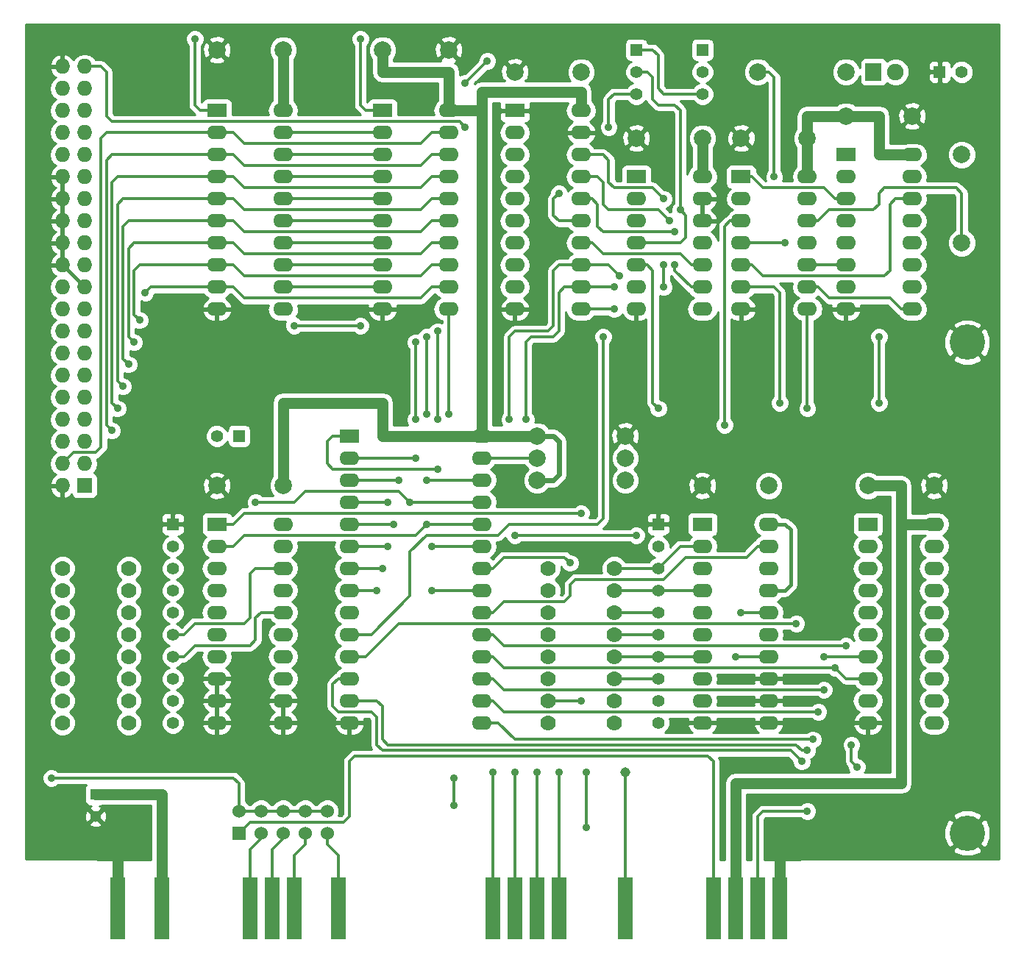
<source format=gbl>
G04 #@! TF.FileFunction,Copper,L2,Bot,Signal*
%FSLAX46Y46*%
G04 Gerber Fmt 4.6, Leading zero omitted, Abs format (unit mm)*
G04 Created by KiCad (PCBNEW 4.0.0-stable) date Wed 25 May 2016 05:37:34 PM EDT*
%MOMM*%
G01*
G04 APERTURE LIST*
%ADD10C,0.150000*%
%ADD11C,1.998980*%
%ADD12R,2.286000X1.574800*%
%ADD13O,2.286000X1.574800*%
%ADD14R,1.397000X1.397000*%
%ADD15C,1.397000*%
%ADD16C,1.778000*%
%ADD17R,1.727200X1.727200*%
%ADD18O,1.727200X1.727200*%
%ADD19C,1.300000*%
%ADD20R,1.300000X1.300000*%
%ADD21R,1.900000X2.000000*%
%ADD22C,1.900000*%
%ADD23C,4.064000*%
%ADD24R,1.524000X1.524000*%
%ADD25C,1.524000*%
%ADD26R,1.778000X7.112000*%
%ADD27C,1.143000*%
%ADD28C,0.889000*%
%ADD29C,0.304800*%
%ADD30C,0.406400*%
%ADD31C,1.270000*%
%ADD32C,0.609600*%
%ADD33C,0.254000*%
G04 APERTURE END LIST*
D10*
D11*
X175260000Y-88265000D03*
X182880000Y-88265000D03*
X119380000Y-38100000D03*
X127000000Y-38100000D03*
X107950000Y-38100000D03*
X100330000Y-38100000D03*
X163830000Y-88265000D03*
X156210000Y-88265000D03*
X107950000Y-88265000D03*
X100330000Y-88265000D03*
X156210000Y-48260000D03*
X148590000Y-48260000D03*
X142240000Y-40640000D03*
X134620000Y-40640000D03*
X168275000Y-48260000D03*
X160655000Y-48260000D03*
X172720000Y-45720000D03*
X180340000Y-45720000D03*
X172720000Y-40640000D03*
X162560000Y-40640000D03*
D12*
X175260000Y-92710000D03*
D13*
X175260000Y-95250000D03*
X175260000Y-97790000D03*
X175260000Y-100330000D03*
X175260000Y-102870000D03*
X175260000Y-105410000D03*
X175260000Y-107950000D03*
X175260000Y-110490000D03*
X175260000Y-113030000D03*
X175260000Y-115570000D03*
X182880000Y-115570000D03*
X182880000Y-113030000D03*
X182880000Y-110490000D03*
X182880000Y-107950000D03*
X182880000Y-105410000D03*
X182880000Y-102870000D03*
X182880000Y-100330000D03*
X182880000Y-97790000D03*
X182880000Y-95250000D03*
X182880000Y-92710000D03*
D12*
X119380000Y-45085000D03*
D13*
X119380000Y-47625000D03*
X119380000Y-50165000D03*
X119380000Y-52705000D03*
X119380000Y-55245000D03*
X119380000Y-57785000D03*
X119380000Y-60325000D03*
X119380000Y-62865000D03*
X119380000Y-65405000D03*
X119380000Y-67945000D03*
X127000000Y-67945000D03*
X127000000Y-65405000D03*
X127000000Y-62865000D03*
X127000000Y-60325000D03*
X127000000Y-57785000D03*
X127000000Y-55245000D03*
X127000000Y-52705000D03*
X127000000Y-50165000D03*
X127000000Y-47625000D03*
X127000000Y-45085000D03*
D12*
X100330000Y-45085000D03*
D13*
X100330000Y-47625000D03*
X100330000Y-50165000D03*
X100330000Y-52705000D03*
X100330000Y-55245000D03*
X100330000Y-57785000D03*
X100330000Y-60325000D03*
X100330000Y-62865000D03*
X100330000Y-65405000D03*
X100330000Y-67945000D03*
X107950000Y-67945000D03*
X107950000Y-65405000D03*
X107950000Y-62865000D03*
X107950000Y-60325000D03*
X107950000Y-57785000D03*
X107950000Y-55245000D03*
X107950000Y-52705000D03*
X107950000Y-50165000D03*
X107950000Y-47625000D03*
X107950000Y-45085000D03*
D12*
X134620000Y-45085000D03*
D13*
X134620000Y-47625000D03*
X134620000Y-50165000D03*
X134620000Y-52705000D03*
X134620000Y-55245000D03*
X134620000Y-57785000D03*
X134620000Y-60325000D03*
X134620000Y-62865000D03*
X134620000Y-65405000D03*
X134620000Y-67945000D03*
X142240000Y-67945000D03*
X142240000Y-65405000D03*
X142240000Y-62865000D03*
X142240000Y-60325000D03*
X142240000Y-57785000D03*
X142240000Y-55245000D03*
X142240000Y-52705000D03*
X142240000Y-50165000D03*
X142240000Y-47625000D03*
X142240000Y-45085000D03*
D12*
X160655000Y-52705000D03*
D13*
X160655000Y-55245000D03*
X160655000Y-57785000D03*
X160655000Y-60325000D03*
X160655000Y-62865000D03*
X160655000Y-65405000D03*
X160655000Y-67945000D03*
X168275000Y-67945000D03*
X168275000Y-65405000D03*
X168275000Y-62865000D03*
X168275000Y-60325000D03*
X168275000Y-57785000D03*
X168275000Y-55245000D03*
X168275000Y-52705000D03*
D12*
X100330000Y-92710000D03*
D13*
X100330000Y-95250000D03*
X100330000Y-97790000D03*
X100330000Y-100330000D03*
X100330000Y-102870000D03*
X100330000Y-105410000D03*
X100330000Y-107950000D03*
X100330000Y-110490000D03*
X100330000Y-113030000D03*
X100330000Y-115570000D03*
X107950000Y-115570000D03*
X107950000Y-113030000D03*
X107950000Y-110490000D03*
X107950000Y-107950000D03*
X107950000Y-105410000D03*
X107950000Y-102870000D03*
X107950000Y-100330000D03*
X107950000Y-97790000D03*
X107950000Y-95250000D03*
X107950000Y-92710000D03*
D12*
X172720000Y-50165000D03*
D13*
X172720000Y-52705000D03*
X172720000Y-55245000D03*
X172720000Y-57785000D03*
X172720000Y-60325000D03*
X172720000Y-62865000D03*
X172720000Y-65405000D03*
X172720000Y-67945000D03*
X180340000Y-67945000D03*
X180340000Y-65405000D03*
X180340000Y-62865000D03*
X180340000Y-60325000D03*
X180340000Y-57785000D03*
X180340000Y-55245000D03*
X180340000Y-52705000D03*
X180340000Y-50165000D03*
D12*
X148590000Y-52705000D03*
D13*
X148590000Y-55245000D03*
X148590000Y-57785000D03*
X148590000Y-60325000D03*
X148590000Y-62865000D03*
X148590000Y-65405000D03*
X148590000Y-67945000D03*
X156210000Y-67945000D03*
X156210000Y-65405000D03*
X156210000Y-62865000D03*
X156210000Y-60325000D03*
X156210000Y-57785000D03*
X156210000Y-55245000D03*
X156210000Y-52705000D03*
D12*
X156210000Y-92710000D03*
D13*
X156210000Y-95250000D03*
X156210000Y-97790000D03*
X156210000Y-100330000D03*
X156210000Y-102870000D03*
X156210000Y-105410000D03*
X156210000Y-107950000D03*
X156210000Y-110490000D03*
X156210000Y-113030000D03*
X156210000Y-115570000D03*
X163830000Y-115570000D03*
X163830000Y-113030000D03*
X163830000Y-110490000D03*
X163830000Y-107950000D03*
X163830000Y-105410000D03*
X163830000Y-102870000D03*
X163830000Y-100330000D03*
X163830000Y-97790000D03*
X163830000Y-95250000D03*
X163830000Y-92710000D03*
D12*
X115570000Y-82550000D03*
D13*
X115570000Y-85090000D03*
X115570000Y-87630000D03*
X115570000Y-90170000D03*
X115570000Y-92710000D03*
X115570000Y-95250000D03*
X115570000Y-97790000D03*
X115570000Y-100330000D03*
X115570000Y-102870000D03*
X115570000Y-105410000D03*
X115570000Y-107950000D03*
X115570000Y-110490000D03*
X115570000Y-113030000D03*
X115570000Y-115570000D03*
X130810000Y-115570000D03*
X130810000Y-113030000D03*
X130810000Y-110490000D03*
X130810000Y-107950000D03*
X130810000Y-105410000D03*
X130810000Y-102870000D03*
X130810000Y-100330000D03*
X130810000Y-97790000D03*
X130810000Y-95250000D03*
X130810000Y-92710000D03*
X130810000Y-90170000D03*
X130810000Y-87630000D03*
X130810000Y-85090000D03*
X130810000Y-82550000D03*
D11*
X147320000Y-85090000D03*
X137160000Y-85090000D03*
X137160000Y-87630000D03*
X147320000Y-87630000D03*
D14*
X95250000Y-92710000D03*
D15*
X95250000Y-95250000D03*
X95250000Y-97790000D03*
X95250000Y-100330000D03*
X95250000Y-102870000D03*
X95250000Y-105410000D03*
X95250000Y-107950000D03*
X95250000Y-110490000D03*
X95250000Y-113030000D03*
X95250000Y-115570000D03*
D14*
X151130000Y-92710000D03*
D15*
X151130000Y-95250000D03*
X151130000Y-97790000D03*
X151130000Y-100330000D03*
X151130000Y-102870000D03*
X151130000Y-105410000D03*
X151130000Y-107950000D03*
X151130000Y-110490000D03*
X151130000Y-113030000D03*
X151130000Y-115570000D03*
D16*
X138430000Y-97790000D03*
X138430000Y-100330000D03*
X138430000Y-102870000D03*
X138430000Y-105410000D03*
X138430000Y-107950000D03*
X138430000Y-110490000D03*
X138430000Y-113030000D03*
X138430000Y-115570000D03*
X146050000Y-115570000D03*
X146050000Y-113030000D03*
X146050000Y-110490000D03*
X146050000Y-107950000D03*
X146050000Y-105410000D03*
X146050000Y-102870000D03*
X146050000Y-100330000D03*
X146050000Y-97790000D03*
X82550000Y-97790000D03*
X82550000Y-100330000D03*
X82550000Y-102870000D03*
X82550000Y-105410000D03*
X82550000Y-107950000D03*
X82550000Y-110490000D03*
X82550000Y-113030000D03*
X82550000Y-115570000D03*
X90170000Y-115570000D03*
X90170000Y-113030000D03*
X90170000Y-110490000D03*
X90170000Y-107950000D03*
X90170000Y-105410000D03*
X90170000Y-102870000D03*
X90170000Y-100330000D03*
X90170000Y-97790000D03*
D11*
X137160000Y-82550000D03*
X147320000Y-82550000D03*
D17*
X85090000Y-88265000D03*
D18*
X82550000Y-88265000D03*
X85090000Y-85725000D03*
X82550000Y-85725000D03*
X85090000Y-83185000D03*
X82550000Y-83185000D03*
X85090000Y-80645000D03*
X82550000Y-80645000D03*
X85090000Y-78105000D03*
X82550000Y-78105000D03*
X85090000Y-75565000D03*
X82550000Y-75565000D03*
X85090000Y-73025000D03*
X82550000Y-73025000D03*
X85090000Y-70485000D03*
X82550000Y-70485000D03*
X85090000Y-67945000D03*
X82550000Y-67945000D03*
X85090000Y-65405000D03*
X82550000Y-65405000D03*
X85090000Y-62865000D03*
X82550000Y-62865000D03*
X85090000Y-60325000D03*
X82550000Y-60325000D03*
X85090000Y-57785000D03*
X82550000Y-57785000D03*
X85090000Y-55245000D03*
X82550000Y-55245000D03*
X85090000Y-52705000D03*
X82550000Y-52705000D03*
X85090000Y-50165000D03*
X82550000Y-50165000D03*
X85090000Y-47625000D03*
X82550000Y-47625000D03*
X85090000Y-45085000D03*
X82550000Y-45085000D03*
X85090000Y-42545000D03*
X82550000Y-42545000D03*
X85090000Y-40005000D03*
X82550000Y-40005000D03*
D19*
X86360000Y-126325000D03*
D20*
X86360000Y-123825000D03*
D21*
X175895000Y-40640000D03*
D22*
X178435000Y-40640000D03*
D23*
X186690000Y-128270000D03*
X186690000Y-71755000D03*
D14*
X102870000Y-82550000D03*
D15*
X100330000Y-82550000D03*
D14*
X148590000Y-38100000D03*
D15*
X148590000Y-40640000D03*
X148590000Y-43180000D03*
D14*
X156210000Y-38100000D03*
D15*
X156210000Y-40640000D03*
X156210000Y-43180000D03*
D24*
X102870000Y-128270000D03*
D25*
X102870000Y-125730000D03*
X105410000Y-128270000D03*
X105410000Y-125730000D03*
X107950000Y-128270000D03*
X107950000Y-125730000D03*
X110490000Y-128270000D03*
X110490000Y-125730000D03*
X113030000Y-128270000D03*
X113030000Y-125730000D03*
D11*
X186055000Y-50165000D03*
X186055000Y-60325000D03*
D14*
X183515000Y-40640000D03*
D15*
X186055000Y-40640000D03*
D26*
X165100000Y-136906000D03*
X162560000Y-136906000D03*
X160020000Y-136906000D03*
X157480000Y-136906000D03*
X147320000Y-136906000D03*
X139700000Y-136906000D03*
X137160000Y-136906000D03*
X134620000Y-136906000D03*
X132080000Y-136906000D03*
X114300000Y-136906000D03*
X109220000Y-136906000D03*
X106680000Y-136906000D03*
X104140000Y-136906000D03*
X93980000Y-136906000D03*
X88900000Y-136906000D03*
D27*
X147320000Y-121285000D03*
D28*
X134620000Y-121285000D03*
X135890000Y-80645000D03*
X146050000Y-65405000D03*
X137160000Y-121285000D03*
X140970000Y-97155000D03*
X109220000Y-69850000D03*
X116840000Y-69850000D03*
X116840000Y-36830000D03*
X127000000Y-80010000D03*
X168275000Y-79375000D03*
X97790000Y-36830000D03*
X165100000Y-78740000D03*
X151765000Y-55245000D03*
X151765000Y-65405000D03*
X152400000Y-57785000D03*
X151765000Y-62865000D03*
X144780000Y-71120000D03*
X145415000Y-46990000D03*
X123190000Y-80645000D03*
X123190000Y-71755000D03*
X125095000Y-100330000D03*
X125095000Y-95250000D03*
X123190000Y-85090000D03*
X124460000Y-80010000D03*
X124460000Y-71120000D03*
X153035000Y-59055000D03*
X153035000Y-62865000D03*
X118745000Y-100330000D03*
X125730000Y-80645000D03*
X125730000Y-70485000D03*
X119380000Y-97790000D03*
X88900000Y-79375000D03*
X89535000Y-76835000D03*
X90170000Y-74295000D03*
X90805000Y-71755000D03*
X91440000Y-69215000D03*
X92075000Y-66040000D03*
X88265000Y-81915000D03*
X81280000Y-121920000D03*
X167005000Y-104140000D03*
X167640000Y-120015000D03*
X168275000Y-118745000D03*
X168910000Y-117475000D03*
X169545000Y-114300000D03*
X170180000Y-107950000D03*
X170180000Y-111760000D03*
X171450000Y-109220000D03*
X172720000Y-106680000D03*
X139700000Y-121285000D03*
X142875000Y-127635000D03*
X142875000Y-121285000D03*
X142240000Y-91440000D03*
X142240000Y-113030000D03*
X125730000Y-86360000D03*
X127635000Y-125095000D03*
X127635000Y-121920000D03*
X124460000Y-87630000D03*
X160655000Y-102870000D03*
X160020000Y-107950000D03*
X124460000Y-92710000D03*
X104775000Y-90170000D03*
X122555000Y-90170000D03*
X121285000Y-87630000D03*
X120015000Y-90170000D03*
X120650000Y-92710000D03*
X120015000Y-95250000D03*
X146050000Y-67945000D03*
X165735000Y-60325000D03*
X153670000Y-56515000D03*
X139700000Y-54610000D03*
X164465000Y-52705000D03*
X128905000Y-46990000D03*
X128905000Y-41910000D03*
X131445000Y-39370000D03*
X173990000Y-120650000D03*
X173355000Y-118110000D03*
X158750000Y-81280000D03*
X168275000Y-125730000D03*
X146685000Y-64135000D03*
X133985000Y-80645000D03*
X132080000Y-121285000D03*
X148590000Y-93980000D03*
X134620000Y-93980000D03*
X176530000Y-71120000D03*
X176530000Y-78740000D03*
X151130000Y-79375000D03*
D29*
X142240000Y-65405000D02*
X140335000Y-65405000D01*
X134620000Y-121285000D02*
X134620000Y-136906000D01*
X139700000Y-66040000D02*
X140335000Y-65405000D01*
X139700000Y-70485000D02*
X139700000Y-66040000D01*
X139065000Y-71120000D02*
X139700000Y-70485000D01*
X136525000Y-71120000D02*
X139065000Y-71120000D01*
X135890000Y-71755000D02*
X136525000Y-71120000D01*
X135890000Y-80645000D02*
X135890000Y-71755000D01*
X146050000Y-65405000D02*
X142240000Y-65405000D01*
X137160000Y-136906000D02*
X137160000Y-121285000D01*
X132080000Y-97790000D02*
X130810000Y-97790000D01*
X133350000Y-96520000D02*
X132080000Y-97790000D01*
X140335000Y-96520000D02*
X133350000Y-96520000D01*
X140970000Y-97155000D02*
X140335000Y-96520000D01*
X109220000Y-69850000D02*
X116840000Y-69850000D01*
X133350000Y-101600000D02*
X140335000Y-101600000D01*
X132080000Y-102870000D02*
X133350000Y-101600000D01*
X141605000Y-99060000D02*
X151765000Y-99060000D01*
X151765000Y-99060000D02*
X154305000Y-96520000D01*
X154305000Y-96520000D02*
X161290000Y-96520000D01*
X161290000Y-96520000D02*
X162560000Y-95250000D01*
X163830000Y-95250000D02*
X162560000Y-95250000D01*
X132080000Y-102870000D02*
X130810000Y-102870000D01*
X140970000Y-99695000D02*
X141605000Y-99060000D01*
X140970000Y-100965000D02*
X140970000Y-99695000D01*
X140335000Y-101600000D02*
X140970000Y-100965000D01*
X116840000Y-36830000D02*
X116840000Y-44450000D01*
X116840000Y-44450000D02*
X117475000Y-45085000D01*
X119380000Y-45085000D02*
X117475000Y-45085000D01*
X127000000Y-78105000D02*
X127000000Y-80010000D01*
X127000000Y-67945000D02*
X127000000Y-78105000D01*
X168275000Y-79375000D02*
X168275000Y-67945000D01*
X100330000Y-45085000D02*
X98425000Y-45085000D01*
X97790000Y-44450000D02*
X97790000Y-36830000D01*
X98425000Y-45085000D02*
X97790000Y-44450000D01*
X165100000Y-66040000D02*
X164465000Y-65405000D01*
X165100000Y-78740000D02*
X165100000Y-66040000D01*
X164465000Y-65405000D02*
X160655000Y-65405000D01*
X144780000Y-50165000D02*
X142240000Y-50165000D01*
X145415000Y-50800000D02*
X144780000Y-50165000D01*
X145415000Y-53340000D02*
X145415000Y-50800000D01*
X146050000Y-53975000D02*
X145415000Y-53340000D01*
X150495000Y-53975000D02*
X146050000Y-53975000D01*
X151765000Y-55245000D02*
X150495000Y-53975000D01*
X151765000Y-65405000D02*
X151765000Y-62865000D01*
X144145000Y-52705000D02*
X142240000Y-52705000D01*
X144780000Y-53340000D02*
X144145000Y-52705000D01*
X144780000Y-55880000D02*
X144780000Y-53340000D01*
X145415000Y-56515000D02*
X144780000Y-55880000D01*
X151130000Y-56515000D02*
X145415000Y-56515000D01*
X152400000Y-57785000D02*
X151130000Y-56515000D01*
X115570000Y-105410000D02*
X118110000Y-105410000D01*
X144780000Y-92075000D02*
X144780000Y-80010000D01*
X144145000Y-92710000D02*
X144780000Y-92075000D01*
X133985000Y-92710000D02*
X144145000Y-92710000D01*
X132715000Y-93980000D02*
X133985000Y-92710000D01*
X124460000Y-93980000D02*
X132715000Y-93980000D01*
X122555000Y-95885000D02*
X124460000Y-93980000D01*
X122555000Y-100965000D02*
X122555000Y-95885000D01*
X118110000Y-105410000D02*
X122555000Y-100965000D01*
X144780000Y-80010000D02*
X144780000Y-71120000D01*
X146050000Y-43180000D02*
X148590000Y-43180000D01*
X145415000Y-43815000D02*
X146050000Y-43180000D01*
X145415000Y-46990000D02*
X145415000Y-43815000D01*
X123190000Y-80645000D02*
X123190000Y-71755000D01*
X142240000Y-60325000D02*
X143510000Y-60325000D01*
X154940000Y-62865000D02*
X156210000Y-62865000D01*
X153670000Y-61595000D02*
X154940000Y-62865000D01*
X144780000Y-61595000D02*
X153670000Y-61595000D01*
X143510000Y-60325000D02*
X144780000Y-61595000D01*
X130810000Y-100330000D02*
X129540000Y-100330000D01*
X125095000Y-100330000D02*
X129540000Y-100330000D01*
X125095000Y-95250000D02*
X129540000Y-95250000D01*
X130810000Y-95250000D02*
X129540000Y-95250000D01*
X123190000Y-85090000D02*
X115570000Y-85090000D01*
X124460000Y-80010000D02*
X124460000Y-71120000D01*
X156210000Y-65405000D02*
X154940000Y-65405000D01*
X143510000Y-55245000D02*
X142240000Y-55245000D01*
X144145000Y-55880000D02*
X143510000Y-55245000D01*
X144145000Y-58420000D02*
X144145000Y-55880000D01*
X144780000Y-59055000D02*
X144145000Y-58420000D01*
X153035000Y-59055000D02*
X144780000Y-59055000D01*
X154940000Y-65405000D02*
X153035000Y-63500000D01*
X153035000Y-63500000D02*
X153035000Y-62865000D01*
X118745000Y-100330000D02*
X115570000Y-100330000D01*
X148590000Y-38100000D02*
X150495000Y-38100000D01*
X151765000Y-43180000D02*
X156210000Y-43180000D01*
X151130000Y-42545000D02*
X151765000Y-43180000D01*
X151130000Y-38735000D02*
X151130000Y-42545000D01*
X150495000Y-38100000D02*
X151130000Y-38735000D01*
X125730000Y-80645000D02*
X125730000Y-70485000D01*
X119380000Y-97790000D02*
X115570000Y-97790000D01*
X100330000Y-52705000D02*
X102235000Y-52705000D01*
X125095000Y-52705000D02*
X127000000Y-52705000D01*
X123825000Y-53975000D02*
X125095000Y-52705000D01*
X103505000Y-53975000D02*
X123825000Y-53975000D01*
X102235000Y-52705000D02*
X103505000Y-53975000D01*
X100330000Y-52705000D02*
X88900000Y-52705000D01*
X88265000Y-78740000D02*
X88900000Y-79375000D01*
X88265000Y-53340000D02*
X88265000Y-78740000D01*
X88900000Y-52705000D02*
X88265000Y-53340000D01*
X100330000Y-55245000D02*
X102235000Y-55245000D01*
X125095000Y-55245000D02*
X127000000Y-55245000D01*
X123825000Y-56515000D02*
X125095000Y-55245000D01*
X103505000Y-56515000D02*
X123825000Y-56515000D01*
X102235000Y-55245000D02*
X103505000Y-56515000D01*
X100330000Y-55245000D02*
X89535000Y-55245000D01*
X88900000Y-76200000D02*
X89535000Y-76835000D01*
X88900000Y-55880000D02*
X88900000Y-76200000D01*
X89535000Y-55245000D02*
X88900000Y-55880000D01*
X100330000Y-57785000D02*
X102235000Y-57785000D01*
X125095000Y-57785000D02*
X127000000Y-57785000D01*
X123825000Y-59055000D02*
X125095000Y-57785000D01*
X103505000Y-59055000D02*
X123825000Y-59055000D01*
X102235000Y-57785000D02*
X103505000Y-59055000D01*
X90170000Y-57785000D02*
X89535000Y-58420000D01*
X89535000Y-58420000D02*
X89535000Y-73660000D01*
X89535000Y-73660000D02*
X90170000Y-74295000D01*
X100330000Y-57785000D02*
X90170000Y-57785000D01*
X100330000Y-60325000D02*
X102235000Y-60325000D01*
X125095000Y-60325000D02*
X127000000Y-60325000D01*
X123825000Y-61595000D02*
X125095000Y-60325000D01*
X103505000Y-61595000D02*
X123825000Y-61595000D01*
X102235000Y-60325000D02*
X103505000Y-61595000D01*
X100330000Y-60325000D02*
X90805000Y-60325000D01*
X90170000Y-71120000D02*
X90805000Y-71755000D01*
X90170000Y-60960000D02*
X90170000Y-71120000D01*
X90805000Y-60325000D02*
X90170000Y-60960000D01*
X100330000Y-62865000D02*
X102235000Y-62865000D01*
X125095000Y-62865000D02*
X127000000Y-62865000D01*
X123825000Y-64135000D02*
X125095000Y-62865000D01*
X103505000Y-64135000D02*
X123825000Y-64135000D01*
X102235000Y-62865000D02*
X103505000Y-64135000D01*
X100330000Y-62865000D02*
X91440000Y-62865000D01*
X90805000Y-68580000D02*
X91440000Y-69215000D01*
X90805000Y-63500000D02*
X90805000Y-68580000D01*
X91440000Y-62865000D02*
X90805000Y-63500000D01*
X100330000Y-65405000D02*
X102235000Y-65405000D01*
X125095000Y-65405000D02*
X127000000Y-65405000D01*
X123825000Y-66675000D02*
X125095000Y-65405000D01*
X103505000Y-66675000D02*
X123825000Y-66675000D01*
X102235000Y-65405000D02*
X103505000Y-66675000D01*
X92710000Y-65405000D02*
X92075000Y-66040000D01*
X100330000Y-65405000D02*
X92710000Y-65405000D01*
X100330000Y-47625000D02*
X102235000Y-47625000D01*
X125095000Y-47625000D02*
X127000000Y-47625000D01*
X123825000Y-48895000D02*
X125095000Y-47625000D01*
X103505000Y-48895000D02*
X123825000Y-48895000D01*
X102235000Y-47625000D02*
X103505000Y-48895000D01*
X100330000Y-47625000D02*
X87630000Y-47625000D01*
X83820000Y-84455000D02*
X82550000Y-85725000D01*
X86360000Y-84455000D02*
X83820000Y-84455000D01*
X86995000Y-83820000D02*
X86360000Y-84455000D01*
X86995000Y-48260000D02*
X86995000Y-83820000D01*
X87630000Y-47625000D02*
X86995000Y-48260000D01*
X100330000Y-50165000D02*
X102235000Y-50165000D01*
X125095000Y-50165000D02*
X127000000Y-50165000D01*
X123825000Y-51435000D02*
X125095000Y-50165000D01*
X103505000Y-51435000D02*
X123825000Y-51435000D01*
X102235000Y-50165000D02*
X103505000Y-51435000D01*
X100330000Y-50165000D02*
X88265000Y-50165000D01*
X87630000Y-81280000D02*
X88265000Y-81915000D01*
X87630000Y-50800000D02*
X87630000Y-81280000D01*
X88265000Y-50165000D02*
X87630000Y-50800000D01*
X81280000Y-121920000D02*
X102235000Y-121920000D01*
X102870000Y-122555000D02*
X102870000Y-125730000D01*
X102235000Y-121920000D02*
X102870000Y-122555000D01*
X102870000Y-125730000D02*
X105410000Y-125730000D01*
X105410000Y-125730000D02*
X107950000Y-125730000D01*
X107950000Y-125730000D02*
X110490000Y-125730000D01*
X110490000Y-125730000D02*
X113030000Y-125730000D01*
X104140000Y-130175000D02*
X104140000Y-136906000D01*
X105410000Y-128270000D02*
X105410000Y-128905000D01*
X105410000Y-128905000D02*
X104140000Y-130175000D01*
X106680000Y-130175000D02*
X106680000Y-136906000D01*
X107950000Y-128270000D02*
X107950000Y-128905000D01*
X107950000Y-128905000D02*
X106680000Y-130175000D01*
X109220000Y-130810000D02*
X109220000Y-136906000D01*
X110490000Y-128270000D02*
X110490000Y-129540000D01*
X110490000Y-129540000D02*
X109220000Y-130810000D01*
X113030000Y-128270000D02*
X113030000Y-129540000D01*
X113030000Y-129540000D02*
X114300000Y-130810000D01*
X114300000Y-130810000D02*
X114300000Y-136906000D01*
X167005000Y-104140000D02*
X167005000Y-104140000D01*
X115570000Y-107950000D02*
X117475000Y-107950000D01*
X121285000Y-104140000D02*
X148590000Y-104140000D01*
X117475000Y-107950000D02*
X121285000Y-104140000D01*
X167005000Y-104140000D02*
X148590000Y-104140000D01*
X115570000Y-110490000D02*
X114300000Y-110490000D01*
X119380000Y-118745000D02*
X135255000Y-118745000D01*
X118745000Y-118110000D02*
X119380000Y-118745000D01*
X118745000Y-114935000D02*
X118745000Y-118110000D01*
X118110000Y-114300000D02*
X118745000Y-114935000D01*
X114300000Y-114300000D02*
X118110000Y-114300000D01*
X113665000Y-113665000D02*
X114300000Y-114300000D01*
X113665000Y-111125000D02*
X113665000Y-113665000D01*
X114300000Y-110490000D02*
X113665000Y-111125000D01*
X167640000Y-120015000D02*
X166370000Y-118745000D01*
X166370000Y-118745000D02*
X135255000Y-118745000D01*
X118110000Y-113030000D02*
X118745000Y-113030000D01*
X168275000Y-118745000D02*
X167640000Y-118745000D01*
X167005000Y-118110000D02*
X167640000Y-118745000D01*
X133985000Y-118110000D02*
X167005000Y-118110000D01*
X117475000Y-113030000D02*
X115570000Y-113030000D01*
X117475000Y-113030000D02*
X118110000Y-113030000D01*
X120015000Y-118110000D02*
X133985000Y-118110000D01*
X119380000Y-117475000D02*
X120015000Y-118110000D01*
X119380000Y-113665000D02*
X119380000Y-117475000D01*
X118745000Y-113030000D02*
X119380000Y-113665000D01*
X168910000Y-117475000D02*
X167640000Y-117475000D01*
X168910000Y-117475000D02*
X168910000Y-117475000D01*
X130810000Y-115570000D02*
X132715000Y-115570000D01*
X134620000Y-117475000D02*
X135890000Y-117475000D01*
X135890000Y-117475000D02*
X166370000Y-117475000D01*
X166370000Y-117475000D02*
X167640000Y-117475000D01*
X167640000Y-117475000D02*
X167640000Y-117475000D01*
X132715000Y-115570000D02*
X134620000Y-117475000D01*
X132080000Y-113030000D02*
X133350000Y-114300000D01*
X133350000Y-114300000D02*
X169545000Y-114300000D01*
X130810000Y-113030000D02*
X132080000Y-113030000D01*
X175260000Y-107950000D02*
X170180000Y-107950000D01*
X130810000Y-110490000D02*
X132080000Y-110490000D01*
X133350000Y-111760000D02*
X149225000Y-111760000D01*
X132080000Y-110490000D02*
X133350000Y-111760000D01*
X170180000Y-111760000D02*
X149225000Y-111760000D01*
X175260000Y-110490000D02*
X172720000Y-110490000D01*
X172720000Y-110490000D02*
X171450000Y-109220000D01*
X130810000Y-107950000D02*
X132080000Y-107950000D01*
X133350000Y-109220000D02*
X171450000Y-109220000D01*
X132080000Y-107950000D02*
X133350000Y-109220000D01*
X130810000Y-105410000D02*
X132080000Y-105410000D01*
X133350000Y-106680000D02*
X172720000Y-106680000D01*
X132080000Y-105410000D02*
X133350000Y-106680000D01*
D30*
X85090000Y-65405000D02*
X82550000Y-62865000D01*
D31*
X165100000Y-136906000D02*
X165100000Y-130175000D01*
X88900000Y-136906000D02*
X88900000Y-130175000D01*
X180340000Y-50165000D02*
X176530000Y-50165000D01*
X176530000Y-45720000D02*
X172720000Y-45720000D01*
X176530000Y-50165000D02*
X176530000Y-45720000D01*
X172720000Y-45720000D02*
X168275000Y-45720000D01*
X168275000Y-45720000D02*
X168275000Y-48260000D01*
X168275000Y-48260000D02*
X168275000Y-52705000D01*
X182880000Y-92710000D02*
X179070000Y-92710000D01*
X179070000Y-92710000D02*
X179070000Y-88265000D01*
X160020000Y-125730000D02*
X160020000Y-122555000D01*
X160020000Y-122555000D02*
X179070000Y-122555000D01*
X179070000Y-122555000D02*
X179070000Y-121285000D01*
X160020000Y-136906000D02*
X160020000Y-125730000D01*
X179070000Y-121285000D02*
X179070000Y-92710000D01*
X179070000Y-88265000D02*
X175260000Y-88265000D01*
X107950000Y-88265000D02*
X107950000Y-85725000D01*
X107950000Y-85725000D02*
X107950000Y-82550000D01*
X107950000Y-82550000D02*
X107950000Y-78740000D01*
X119380000Y-82550000D02*
X119380000Y-78740000D01*
X119380000Y-78740000D02*
X107950000Y-78740000D01*
X119380000Y-82550000D02*
X130810000Y-82550000D01*
X130810000Y-42926000D02*
X142240000Y-42926000D01*
X142240000Y-42926000D02*
X142240000Y-45085000D01*
X127000000Y-45085000D02*
X130810000Y-45085000D01*
X127000000Y-43180000D02*
X127000000Y-40640000D01*
X119380000Y-40640000D02*
X119380000Y-38100000D01*
X127000000Y-40640000D02*
X119380000Y-40640000D01*
X127000000Y-43180000D02*
X127000000Y-45085000D01*
X130810000Y-82550000D02*
X130810000Y-45085000D01*
X130810000Y-45085000D02*
X130810000Y-42926000D01*
X156210000Y-48260000D02*
X156210000Y-52705000D01*
X107950000Y-38100000D02*
X107950000Y-45085000D01*
D30*
X163830000Y-92710000D02*
X165735000Y-92710000D01*
X165735000Y-100330000D02*
X163830000Y-100330000D01*
X166370000Y-99695000D02*
X165735000Y-100330000D01*
X166370000Y-93345000D02*
X166370000Y-99695000D01*
X165735000Y-92710000D02*
X166370000Y-93345000D01*
D31*
X86360000Y-123825000D02*
X93980000Y-123825000D01*
X93980000Y-123825000D02*
X93980000Y-125730000D01*
X93980000Y-125730000D02*
X93980000Y-136906000D01*
D32*
X137160000Y-82550000D02*
X139065000Y-82550000D01*
X139065000Y-87630000D02*
X137160000Y-87630000D01*
X139700000Y-86995000D02*
X139065000Y-87630000D01*
X139700000Y-83185000D02*
X139700000Y-86995000D01*
X139065000Y-82550000D02*
X139700000Y-83185000D01*
D31*
X137160000Y-82550000D02*
X130810000Y-82550000D01*
D29*
X180340000Y-55245000D02*
X178435000Y-55245000D01*
X161925000Y-62865000D02*
X160655000Y-62865000D01*
X163195000Y-64135000D02*
X161925000Y-62865000D01*
X177165000Y-64135000D02*
X163195000Y-64135000D01*
X177800000Y-63500000D02*
X177165000Y-64135000D01*
X177800000Y-55880000D02*
X177800000Y-63500000D01*
X178435000Y-55245000D02*
X177800000Y-55880000D01*
X180340000Y-67945000D02*
X179070000Y-67945000D01*
X169545000Y-65405000D02*
X168275000Y-65405000D01*
X170815000Y-66675000D02*
X169545000Y-65405000D01*
X177800000Y-66675000D02*
X170815000Y-66675000D01*
X179070000Y-67945000D02*
X177800000Y-66675000D01*
X172720000Y-62865000D02*
X168275000Y-62865000D01*
X139700000Y-121285000D02*
X139700000Y-136906000D01*
X142875000Y-121285000D02*
X142875000Y-127635000D01*
X102235000Y-92710000D02*
X100330000Y-92710000D01*
X103505000Y-91440000D02*
X102235000Y-92710000D01*
X142240000Y-91440000D02*
X103505000Y-91440000D01*
X142240000Y-113030000D02*
X138430000Y-113030000D01*
X113030000Y-83820000D02*
X113030000Y-83185000D01*
X125730000Y-86360000D02*
X113665000Y-86360000D01*
X113665000Y-86360000D02*
X113030000Y-85725000D01*
X113030000Y-85725000D02*
X113030000Y-83820000D01*
X113665000Y-82550000D02*
X115570000Y-82550000D01*
X113030000Y-83185000D02*
X113665000Y-82550000D01*
X127635000Y-125095000D02*
X127635000Y-121920000D01*
X130810000Y-87630000D02*
X124460000Y-87630000D01*
X130810000Y-85090000D02*
X137160000Y-85090000D01*
X146050000Y-105410000D02*
X151130000Y-105410000D01*
X146050000Y-102870000D02*
X151130000Y-102870000D01*
X146050000Y-100330000D02*
X151130000Y-100330000D01*
X151130000Y-100330000D02*
X156210000Y-100330000D01*
X156210000Y-95250000D02*
X154940000Y-95250000D01*
X153670000Y-95250000D02*
X154940000Y-95250000D01*
X153670000Y-95250000D02*
X151130000Y-97790000D01*
X146050000Y-97790000D02*
X151130000Y-97790000D01*
X95250000Y-107950000D02*
X96520000Y-107950000D01*
X105410000Y-102870000D02*
X107950000Y-102870000D01*
X104775000Y-103505000D02*
X105410000Y-102870000D01*
X104775000Y-106045000D02*
X104775000Y-103505000D01*
X104140000Y-106680000D02*
X104775000Y-106045000D01*
X97790000Y-106680000D02*
X104140000Y-106680000D01*
X96520000Y-107950000D02*
X97790000Y-106680000D01*
X146050000Y-107950000D02*
X151130000Y-107950000D01*
X151130000Y-107950000D02*
X156210000Y-107950000D01*
X146050000Y-110490000D02*
X151130000Y-110490000D01*
X95250000Y-105410000D02*
X96520000Y-105410000D01*
X104775000Y-97790000D02*
X107950000Y-97790000D01*
X104140000Y-98425000D02*
X104775000Y-97790000D01*
X104140000Y-103505000D02*
X104140000Y-98425000D01*
X103505000Y-104140000D02*
X104140000Y-103505000D01*
X97790000Y-104140000D02*
X103505000Y-104140000D01*
X96520000Y-105410000D02*
X97790000Y-104140000D01*
X163830000Y-102870000D02*
X160655000Y-102870000D01*
X160020000Y-107950000D02*
X163830000Y-107950000D01*
X124460000Y-92710000D02*
X123190000Y-93980000D01*
X102235000Y-95250000D02*
X100330000Y-95250000D01*
X103505000Y-93980000D02*
X102235000Y-95250000D01*
X123190000Y-93980000D02*
X103505000Y-93980000D01*
X130810000Y-92710000D02*
X129540000Y-92710000D01*
X124460000Y-92710000D02*
X129540000Y-92710000D01*
X111125000Y-88900000D02*
X110490000Y-88900000D01*
X111125000Y-88900000D02*
X121285000Y-88900000D01*
X122555000Y-90170000D02*
X121285000Y-88900000D01*
X109220000Y-90170000D02*
X104775000Y-90170000D01*
X110490000Y-88900000D02*
X109220000Y-90170000D01*
X130810000Y-90170000D02*
X129540000Y-90170000D01*
X122555000Y-90170000D02*
X129540000Y-90170000D01*
X121285000Y-87630000D02*
X115570000Y-87630000D01*
X120015000Y-90170000D02*
X115570000Y-90170000D01*
X120650000Y-92710000D02*
X115570000Y-92710000D01*
X120015000Y-95250000D02*
X115570000Y-95250000D01*
X160655000Y-60325000D02*
X165735000Y-60325000D01*
X146050000Y-67945000D02*
X142240000Y-67945000D01*
X153670000Y-55880000D02*
X153670000Y-56515000D01*
X148590000Y-40640000D02*
X149860000Y-40640000D01*
X153035000Y-44450000D02*
X151130000Y-44450000D01*
X151130000Y-44450000D02*
X150495000Y-43815000D01*
X150495000Y-43815000D02*
X150495000Y-41275000D01*
X150495000Y-41275000D02*
X149860000Y-40640000D01*
X153670000Y-55880000D02*
X153670000Y-45085000D01*
X153670000Y-45085000D02*
X153035000Y-44450000D01*
X153670000Y-56515000D02*
X154305000Y-57150000D01*
X153670000Y-60325000D02*
X154305000Y-59690000D01*
X148590000Y-60325000D02*
X153670000Y-60325000D01*
X154305000Y-59690000D02*
X154305000Y-57150000D01*
X172720000Y-55245000D02*
X171450000Y-55245000D01*
X161925000Y-52705000D02*
X160655000Y-52705000D01*
X163195000Y-53975000D02*
X161925000Y-52705000D01*
X170180000Y-53975000D02*
X163195000Y-53975000D01*
X171450000Y-55245000D02*
X170180000Y-53975000D01*
X139065000Y-55245000D02*
X139700000Y-54610000D01*
X139065000Y-57150000D02*
X139065000Y-55245000D01*
X142240000Y-57785000D02*
X139700000Y-57785000D01*
X139700000Y-57785000D02*
X139065000Y-57150000D01*
X162560000Y-40640000D02*
X163830000Y-40640000D01*
X164465000Y-41275000D02*
X164465000Y-52705000D01*
X163830000Y-40640000D02*
X164465000Y-41275000D01*
X128905000Y-41910000D02*
X131445000Y-39370000D01*
X85090000Y-40005000D02*
X86995000Y-40005000D01*
X88265000Y-46355000D02*
X128270000Y-46355000D01*
X87630000Y-45720000D02*
X88265000Y-46355000D01*
X87630000Y-40640000D02*
X87630000Y-45720000D01*
X86995000Y-40005000D02*
X87630000Y-40640000D01*
X128270000Y-46355000D02*
X128905000Y-46990000D01*
X185420000Y-53975000D02*
X186055000Y-54610000D01*
X169545000Y-57785000D02*
X170815000Y-56515000D01*
X170815000Y-56515000D02*
X175895000Y-56515000D01*
X175895000Y-56515000D02*
X176530000Y-55880000D01*
X176530000Y-55880000D02*
X176530000Y-54610000D01*
X176530000Y-54610000D02*
X177165000Y-53975000D01*
X177165000Y-53975000D02*
X185420000Y-53975000D01*
X168275000Y-57785000D02*
X169545000Y-57785000D01*
X186055000Y-54610000D02*
X186055000Y-60325000D01*
X173355000Y-118110000D02*
X173355000Y-120015000D01*
X173355000Y-120015000D02*
X173990000Y-120650000D01*
X119380000Y-65405000D02*
X107950000Y-65405000D01*
X159385000Y-57785000D02*
X158750000Y-58420000D01*
X158750000Y-58420000D02*
X158750000Y-81280000D01*
X159385000Y-57785000D02*
X160655000Y-57785000D01*
X162560000Y-136906000D02*
X162560000Y-126365000D01*
X163195000Y-125730000D02*
X168275000Y-125730000D01*
X162560000Y-126365000D02*
X163195000Y-125730000D01*
X117475000Y-119380000D02*
X116205000Y-119380000D01*
X157480000Y-122555000D02*
X157480000Y-120015000D01*
X157480000Y-136906000D02*
X157480000Y-122555000D01*
X132080000Y-119380000D02*
X117475000Y-119380000D01*
X156845000Y-119380000D02*
X136525000Y-119380000D01*
X157480000Y-120015000D02*
X156845000Y-119380000D01*
X132080000Y-119380000D02*
X136525000Y-119380000D01*
X104140000Y-127000000D02*
X102870000Y-128270000D01*
X114935000Y-127000000D02*
X104140000Y-127000000D01*
X115570000Y-126365000D02*
X114935000Y-127000000D01*
X115570000Y-120015000D02*
X115570000Y-126365000D01*
X116205000Y-119380000D02*
X115570000Y-120015000D01*
X133985000Y-80645000D02*
X133985000Y-71120000D01*
X142240000Y-62865000D02*
X145415000Y-62865000D01*
X146685000Y-64135000D02*
X145415000Y-62865000D01*
X142240000Y-62865000D02*
X139700000Y-62865000D01*
X139700000Y-62865000D02*
X139065000Y-63500000D01*
X139065000Y-69850000D02*
X139065000Y-63500000D01*
X138430000Y-70485000D02*
X139065000Y-69850000D01*
X134620000Y-70485000D02*
X138430000Y-70485000D01*
X133985000Y-71120000D02*
X134620000Y-70485000D01*
X136525000Y-93980000D02*
X148590000Y-93980000D01*
X132080000Y-121285000D02*
X132080000Y-136906000D01*
X134620000Y-93980000D02*
X136525000Y-93980000D01*
X115570000Y-62865000D02*
X107950000Y-62865000D01*
X115570000Y-62865000D02*
X119380000Y-62865000D01*
X119380000Y-60325000D02*
X107950000Y-60325000D01*
X114300000Y-57785000D02*
X107950000Y-57785000D01*
X114300000Y-57785000D02*
X119380000Y-57785000D01*
X113665000Y-55245000D02*
X107950000Y-55245000D01*
X113665000Y-55245000D02*
X119380000Y-55245000D01*
X113030000Y-52705000D02*
X107950000Y-52705000D01*
X113030000Y-52705000D02*
X119380000Y-52705000D01*
X112395000Y-50165000D02*
X107950000Y-50165000D01*
X112395000Y-50165000D02*
X119380000Y-50165000D01*
X119380000Y-47625000D02*
X111125000Y-47625000D01*
X111125000Y-47625000D02*
X107950000Y-47625000D01*
X176530000Y-78740000D02*
X176530000Y-71120000D01*
X149860000Y-62865000D02*
X148590000Y-62865000D01*
X151130000Y-79375000D02*
X150495000Y-78740000D01*
X150495000Y-78740000D02*
X150495000Y-63500000D01*
X150495000Y-63500000D02*
X149860000Y-62865000D01*
X147320000Y-121285000D02*
X147320000Y-136906000D01*
D33*
G36*
X190309500Y-131254500D02*
X167640000Y-131254500D01*
X167324095Y-131317337D01*
X167323103Y-131318000D01*
X163347400Y-131318000D01*
X163347400Y-130168121D01*
X184971484Y-130168121D01*
X185196154Y-130542168D01*
X186179388Y-130940880D01*
X187240357Y-130932975D01*
X188183846Y-130542168D01*
X188408516Y-130168121D01*
X186690000Y-128449605D01*
X184971484Y-130168121D01*
X163347400Y-130168121D01*
X163347400Y-127759388D01*
X184019120Y-127759388D01*
X184027025Y-128820357D01*
X184417832Y-129763846D01*
X184791879Y-129988516D01*
X186510395Y-128270000D01*
X186869605Y-128270000D01*
X188588121Y-129988516D01*
X188962168Y-129763846D01*
X189360880Y-128780612D01*
X189352975Y-127719643D01*
X188962168Y-126776154D01*
X188588121Y-126551484D01*
X186869605Y-128270000D01*
X186510395Y-128270000D01*
X184791879Y-126551484D01*
X184417832Y-126776154D01*
X184019120Y-127759388D01*
X163347400Y-127759388D01*
X163347400Y-126691152D01*
X163521152Y-126517400D01*
X167535714Y-126517400D01*
X167662714Y-126644622D01*
X168059332Y-126809313D01*
X168488784Y-126809687D01*
X168885689Y-126645689D01*
X169159977Y-126371879D01*
X184971484Y-126371879D01*
X186690000Y-128090395D01*
X188408516Y-126371879D01*
X188183846Y-125997832D01*
X187200612Y-125599120D01*
X186139643Y-125607025D01*
X185196154Y-125997832D01*
X184971484Y-126371879D01*
X169159977Y-126371879D01*
X169189622Y-126342286D01*
X169354313Y-125945668D01*
X169354687Y-125516216D01*
X169190689Y-125119311D01*
X168887286Y-124815378D01*
X168490668Y-124650687D01*
X168061216Y-124650313D01*
X167664311Y-124814311D01*
X167535798Y-124942600D01*
X163195000Y-124942600D01*
X162893675Y-125002537D01*
X162638224Y-125173224D01*
X162003224Y-125808224D01*
X161832537Y-126063675D01*
X161772600Y-126365000D01*
X161772600Y-131318000D01*
X161290000Y-131318000D01*
X161290000Y-123825000D01*
X179070000Y-123825000D01*
X179556008Y-123728327D01*
X179968026Y-123453026D01*
X180243327Y-123041008D01*
X180340000Y-122555000D01*
X180340000Y-93980000D01*
X181879199Y-93980000D01*
X181483778Y-94244211D01*
X181175441Y-94705671D01*
X181067167Y-95250000D01*
X181175441Y-95794329D01*
X181483778Y-96255789D01*
X181879199Y-96520000D01*
X181483778Y-96784211D01*
X181175441Y-97245671D01*
X181067167Y-97790000D01*
X181175441Y-98334329D01*
X181483778Y-98795789D01*
X181879199Y-99060000D01*
X181483778Y-99324211D01*
X181175441Y-99785671D01*
X181067167Y-100330000D01*
X181175441Y-100874329D01*
X181483778Y-101335789D01*
X181879199Y-101600000D01*
X181483778Y-101864211D01*
X181175441Y-102325671D01*
X181067167Y-102870000D01*
X181175441Y-103414329D01*
X181483778Y-103875789D01*
X181879199Y-104140000D01*
X181483778Y-104404211D01*
X181175441Y-104865671D01*
X181067167Y-105410000D01*
X181175441Y-105954329D01*
X181483778Y-106415789D01*
X181879199Y-106680000D01*
X181483778Y-106944211D01*
X181175441Y-107405671D01*
X181067167Y-107950000D01*
X181175441Y-108494329D01*
X181483778Y-108955789D01*
X181879199Y-109220000D01*
X181483778Y-109484211D01*
X181175441Y-109945671D01*
X181067167Y-110490000D01*
X181175441Y-111034329D01*
X181483778Y-111495789D01*
X181879199Y-111760000D01*
X181483778Y-112024211D01*
X181175441Y-112485671D01*
X181067167Y-113030000D01*
X181175441Y-113574329D01*
X181483778Y-114035789D01*
X181879199Y-114300000D01*
X181483778Y-114564211D01*
X181175441Y-115025671D01*
X181067167Y-115570000D01*
X181175441Y-116114329D01*
X181483778Y-116575789D01*
X181945238Y-116884126D01*
X182489567Y-116992400D01*
X183270433Y-116992400D01*
X183814762Y-116884126D01*
X184276222Y-116575789D01*
X184584559Y-116114329D01*
X184692833Y-115570000D01*
X184584559Y-115025671D01*
X184276222Y-114564211D01*
X183880801Y-114300000D01*
X184276222Y-114035789D01*
X184584559Y-113574329D01*
X184692833Y-113030000D01*
X184584559Y-112485671D01*
X184276222Y-112024211D01*
X183880801Y-111760000D01*
X184276222Y-111495789D01*
X184584559Y-111034329D01*
X184692833Y-110490000D01*
X184584559Y-109945671D01*
X184276222Y-109484211D01*
X183880801Y-109220000D01*
X184276222Y-108955789D01*
X184584559Y-108494329D01*
X184692833Y-107950000D01*
X184584559Y-107405671D01*
X184276222Y-106944211D01*
X183880801Y-106680000D01*
X184276222Y-106415789D01*
X184584559Y-105954329D01*
X184692833Y-105410000D01*
X184584559Y-104865671D01*
X184276222Y-104404211D01*
X183880801Y-104140000D01*
X184276222Y-103875789D01*
X184584559Y-103414329D01*
X184692833Y-102870000D01*
X184584559Y-102325671D01*
X184276222Y-101864211D01*
X183880801Y-101600000D01*
X184276222Y-101335789D01*
X184584559Y-100874329D01*
X184692833Y-100330000D01*
X184584559Y-99785671D01*
X184276222Y-99324211D01*
X183880801Y-99060000D01*
X184276222Y-98795789D01*
X184584559Y-98334329D01*
X184692833Y-97790000D01*
X184584559Y-97245671D01*
X184276222Y-96784211D01*
X183880801Y-96520000D01*
X184276222Y-96255789D01*
X184584559Y-95794329D01*
X184692833Y-95250000D01*
X184584559Y-94705671D01*
X184276222Y-94244211D01*
X183880801Y-93980000D01*
X184276222Y-93715789D01*
X184584559Y-93254329D01*
X184692833Y-92710000D01*
X184584559Y-92165671D01*
X184276222Y-91704211D01*
X183814762Y-91395874D01*
X183270433Y-91287600D01*
X182489567Y-91287600D01*
X181945238Y-91395874D01*
X181879199Y-91440000D01*
X180340000Y-91440000D01*
X180340000Y-89417163D01*
X181907443Y-89417163D01*
X182006042Y-89683965D01*
X182615582Y-89910401D01*
X183265377Y-89886341D01*
X183753958Y-89683965D01*
X183852557Y-89417163D01*
X182880000Y-88444605D01*
X181907443Y-89417163D01*
X180340000Y-89417163D01*
X180340000Y-88265000D01*
X180287404Y-88000582D01*
X181234599Y-88000582D01*
X181258659Y-88650377D01*
X181461035Y-89138958D01*
X181727837Y-89237557D01*
X182700395Y-88265000D01*
X183059605Y-88265000D01*
X184032163Y-89237557D01*
X184298965Y-89138958D01*
X184525401Y-88529418D01*
X184501341Y-87879623D01*
X184298965Y-87391042D01*
X184032163Y-87292443D01*
X183059605Y-88265000D01*
X182700395Y-88265000D01*
X181727837Y-87292443D01*
X181461035Y-87391042D01*
X181234599Y-88000582D01*
X180287404Y-88000582D01*
X180243327Y-87778992D01*
X179968026Y-87366974D01*
X179587683Y-87112837D01*
X181907443Y-87112837D01*
X182880000Y-88085395D01*
X183852557Y-87112837D01*
X183753958Y-86846035D01*
X183144418Y-86619599D01*
X182494623Y-86643659D01*
X182006042Y-86846035D01*
X181907443Y-87112837D01*
X179587683Y-87112837D01*
X179556008Y-87091673D01*
X179070000Y-86995000D01*
X176301719Y-86995000D01*
X176187073Y-86880154D01*
X175586547Y-86630794D01*
X174936306Y-86630226D01*
X174335345Y-86878538D01*
X173875154Y-87337927D01*
X173625794Y-87938453D01*
X173625226Y-88588694D01*
X173873538Y-89189655D01*
X174332927Y-89649846D01*
X174933453Y-89899206D01*
X175583694Y-89899774D01*
X176184655Y-89651462D01*
X176301320Y-89535000D01*
X177800000Y-89535000D01*
X177800000Y-121285000D01*
X174881868Y-121285000D01*
X174904622Y-121262286D01*
X175069313Y-120865668D01*
X175069687Y-120436216D01*
X174905689Y-120039311D01*
X174602286Y-119735378D01*
X174205668Y-119570687D01*
X174142400Y-119570632D01*
X174142400Y-118849286D01*
X174269622Y-118722286D01*
X174434313Y-118325668D01*
X174434687Y-117896216D01*
X174270689Y-117499311D01*
X173967286Y-117195378D01*
X173570668Y-117030687D01*
X173141216Y-117030313D01*
X172744311Y-117194311D01*
X172440378Y-117497714D01*
X172275687Y-117894332D01*
X172275313Y-118323784D01*
X172439311Y-118720689D01*
X172567600Y-118849202D01*
X172567600Y-120015000D01*
X172627537Y-120316325D01*
X172798224Y-120571776D01*
X172910470Y-120684022D01*
X172910313Y-120863784D01*
X173074311Y-121260689D01*
X173098580Y-121285000D01*
X160020000Y-121285000D01*
X159533992Y-121381673D01*
X159121974Y-121656974D01*
X158846673Y-122068992D01*
X158750000Y-122555000D01*
X158750000Y-131318000D01*
X158267400Y-131318000D01*
X158267400Y-120015000D01*
X158207463Y-119713675D01*
X158086339Y-119532400D01*
X166043848Y-119532400D01*
X166560470Y-120049022D01*
X166560313Y-120228784D01*
X166724311Y-120625689D01*
X167027714Y-120929622D01*
X167424332Y-121094313D01*
X167853784Y-121094687D01*
X168250689Y-120930689D01*
X168554622Y-120627286D01*
X168719313Y-120230668D01*
X168719687Y-119801216D01*
X168694298Y-119739770D01*
X168885689Y-119660689D01*
X169189622Y-119357286D01*
X169354313Y-118960668D01*
X169354687Y-118531216D01*
X169329298Y-118469770D01*
X169520689Y-118390689D01*
X169824622Y-118087286D01*
X169989313Y-117690668D01*
X169989687Y-117261216D01*
X169825689Y-116864311D01*
X169522286Y-116560378D01*
X169125668Y-116395687D01*
X168696216Y-116395313D01*
X168299311Y-116559311D01*
X168170798Y-116687600D01*
X165030901Y-116687600D01*
X165281191Y-116485986D01*
X165548327Y-115996996D01*
X165565010Y-115917060D01*
X173524990Y-115917060D01*
X173541673Y-115996996D01*
X173808809Y-116485986D01*
X174242738Y-116835525D01*
X174777400Y-116992400D01*
X175133000Y-116992400D01*
X175133000Y-115697000D01*
X175387000Y-115697000D01*
X175387000Y-116992400D01*
X175742600Y-116992400D01*
X176277262Y-116835525D01*
X176711191Y-116485986D01*
X176978327Y-115996996D01*
X176995010Y-115917060D01*
X176872852Y-115697000D01*
X175387000Y-115697000D01*
X175133000Y-115697000D01*
X173647148Y-115697000D01*
X173524990Y-115917060D01*
X165565010Y-115917060D01*
X165442852Y-115697000D01*
X163957000Y-115697000D01*
X163957000Y-115717000D01*
X163703000Y-115717000D01*
X163703000Y-115697000D01*
X162217148Y-115697000D01*
X162094990Y-115917060D01*
X162111673Y-115996996D01*
X162378809Y-116485986D01*
X162629099Y-116687600D01*
X157410901Y-116687600D01*
X157661191Y-116485986D01*
X157928327Y-115996996D01*
X157945010Y-115917060D01*
X157822852Y-115697000D01*
X156337000Y-115697000D01*
X156337000Y-115717000D01*
X156083000Y-115717000D01*
X156083000Y-115697000D01*
X154597148Y-115697000D01*
X154474990Y-115917060D01*
X154491673Y-115996996D01*
X154758809Y-116485986D01*
X155009099Y-116687600D01*
X151897950Y-116687600D01*
X152259827Y-116326353D01*
X152463268Y-115836413D01*
X152463731Y-115305914D01*
X152373443Y-115087400D01*
X154522050Y-115087400D01*
X154491673Y-115143004D01*
X154474990Y-115222940D01*
X154597148Y-115443000D01*
X156083000Y-115443000D01*
X156083000Y-115423000D01*
X156337000Y-115423000D01*
X156337000Y-115443000D01*
X157822852Y-115443000D01*
X157945010Y-115222940D01*
X157928327Y-115143004D01*
X157897950Y-115087400D01*
X162142050Y-115087400D01*
X162111673Y-115143004D01*
X162094990Y-115222940D01*
X162217148Y-115443000D01*
X163703000Y-115443000D01*
X163703000Y-115423000D01*
X163957000Y-115423000D01*
X163957000Y-115443000D01*
X165442852Y-115443000D01*
X165565010Y-115222940D01*
X165548327Y-115143004D01*
X165517950Y-115087400D01*
X168805714Y-115087400D01*
X168932714Y-115214622D01*
X169329332Y-115379313D01*
X169758784Y-115379687D01*
X170155689Y-115215689D01*
X170459622Y-114912286D01*
X170624313Y-114515668D01*
X170624687Y-114086216D01*
X170460689Y-113689311D01*
X170157286Y-113385378D01*
X169760668Y-113220687D01*
X169331216Y-113220313D01*
X168934311Y-113384311D01*
X168805798Y-113512600D01*
X165517950Y-113512600D01*
X165548327Y-113456996D01*
X165565010Y-113377060D01*
X165442852Y-113157000D01*
X163957000Y-113157000D01*
X163957000Y-113177000D01*
X163703000Y-113177000D01*
X163703000Y-113157000D01*
X162217148Y-113157000D01*
X162094990Y-113377060D01*
X162111673Y-113456996D01*
X162142050Y-113512600D01*
X157926838Y-113512600D01*
X158022833Y-113030000D01*
X157926838Y-112547400D01*
X162142050Y-112547400D01*
X162111673Y-112603004D01*
X162094990Y-112682940D01*
X162217148Y-112903000D01*
X163703000Y-112903000D01*
X163703000Y-112883000D01*
X163957000Y-112883000D01*
X163957000Y-112903000D01*
X165442852Y-112903000D01*
X165565010Y-112682940D01*
X165548327Y-112603004D01*
X165517950Y-112547400D01*
X169440714Y-112547400D01*
X169567714Y-112674622D01*
X169964332Y-112839313D01*
X170393784Y-112839687D01*
X170790689Y-112675689D01*
X171094622Y-112372286D01*
X171259313Y-111975668D01*
X171259687Y-111546216D01*
X171095689Y-111149311D01*
X170792286Y-110845378D01*
X170395668Y-110680687D01*
X169966216Y-110680313D01*
X169569311Y-110844311D01*
X169440798Y-110972600D01*
X165517950Y-110972600D01*
X165548327Y-110916996D01*
X165565010Y-110837060D01*
X165442852Y-110617000D01*
X163957000Y-110617000D01*
X163957000Y-110637000D01*
X163703000Y-110637000D01*
X163703000Y-110617000D01*
X162217148Y-110617000D01*
X162094990Y-110837060D01*
X162111673Y-110916996D01*
X162142050Y-110972600D01*
X157926838Y-110972600D01*
X158022833Y-110490000D01*
X157926838Y-110007400D01*
X162142050Y-110007400D01*
X162111673Y-110063004D01*
X162094990Y-110142940D01*
X162217148Y-110363000D01*
X163703000Y-110363000D01*
X163703000Y-110343000D01*
X163957000Y-110343000D01*
X163957000Y-110363000D01*
X165442852Y-110363000D01*
X165565010Y-110142940D01*
X165548327Y-110063004D01*
X165517950Y-110007400D01*
X170710714Y-110007400D01*
X170837714Y-110134622D01*
X171234332Y-110299313D01*
X171415919Y-110299471D01*
X172163224Y-111046776D01*
X172418675Y-111217463D01*
X172720000Y-111277400D01*
X173717855Y-111277400D01*
X173863778Y-111495789D01*
X174259199Y-111760000D01*
X173863778Y-112024211D01*
X173555441Y-112485671D01*
X173447167Y-113030000D01*
X173555441Y-113574329D01*
X173863778Y-114035789D01*
X174258830Y-114299754D01*
X174242738Y-114304475D01*
X173808809Y-114654014D01*
X173541673Y-115143004D01*
X173524990Y-115222940D01*
X173647148Y-115443000D01*
X175133000Y-115443000D01*
X175133000Y-115423000D01*
X175387000Y-115423000D01*
X175387000Y-115443000D01*
X176872852Y-115443000D01*
X176995010Y-115222940D01*
X176978327Y-115143004D01*
X176711191Y-114654014D01*
X176277262Y-114304475D01*
X176261170Y-114299754D01*
X176656222Y-114035789D01*
X176964559Y-113574329D01*
X177072833Y-113030000D01*
X176964559Y-112485671D01*
X176656222Y-112024211D01*
X176260801Y-111760000D01*
X176656222Y-111495789D01*
X176964559Y-111034329D01*
X177072833Y-110490000D01*
X176964559Y-109945671D01*
X176656222Y-109484211D01*
X176260801Y-109220000D01*
X176656222Y-108955789D01*
X176964559Y-108494329D01*
X177072833Y-107950000D01*
X176964559Y-107405671D01*
X176656222Y-106944211D01*
X176260801Y-106680000D01*
X176656222Y-106415789D01*
X176964559Y-105954329D01*
X177072833Y-105410000D01*
X176964559Y-104865671D01*
X176656222Y-104404211D01*
X176260801Y-104140000D01*
X176656222Y-103875789D01*
X176964559Y-103414329D01*
X177072833Y-102870000D01*
X176964559Y-102325671D01*
X176656222Y-101864211D01*
X176260801Y-101600000D01*
X176656222Y-101335789D01*
X176964559Y-100874329D01*
X177072833Y-100330000D01*
X176964559Y-99785671D01*
X176656222Y-99324211D01*
X176260801Y-99060000D01*
X176656222Y-98795789D01*
X176964559Y-98334329D01*
X177072833Y-97790000D01*
X176964559Y-97245671D01*
X176656222Y-96784211D01*
X176260801Y-96520000D01*
X176656222Y-96255789D01*
X176964559Y-95794329D01*
X177072833Y-95250000D01*
X176964559Y-94705671D01*
X176656222Y-94244211D01*
X176484540Y-94129497D01*
X176638317Y-94100562D01*
X176854441Y-93961490D01*
X176999431Y-93749290D01*
X177050440Y-93497400D01*
X177050440Y-91922600D01*
X177006162Y-91687283D01*
X176867090Y-91471159D01*
X176654890Y-91326169D01*
X176403000Y-91275160D01*
X174117000Y-91275160D01*
X173881683Y-91319438D01*
X173665559Y-91458510D01*
X173520569Y-91670710D01*
X173469560Y-91922600D01*
X173469560Y-93497400D01*
X173513838Y-93732717D01*
X173652910Y-93948841D01*
X173865110Y-94093831D01*
X174036803Y-94128600D01*
X173863778Y-94244211D01*
X173555441Y-94705671D01*
X173447167Y-95250000D01*
X173555441Y-95794329D01*
X173863778Y-96255789D01*
X174259199Y-96520000D01*
X173863778Y-96784211D01*
X173555441Y-97245671D01*
X173447167Y-97790000D01*
X173555441Y-98334329D01*
X173863778Y-98795789D01*
X174259199Y-99060000D01*
X173863778Y-99324211D01*
X173555441Y-99785671D01*
X173447167Y-100330000D01*
X173555441Y-100874329D01*
X173863778Y-101335789D01*
X174259199Y-101600000D01*
X173863778Y-101864211D01*
X173555441Y-102325671D01*
X173447167Y-102870000D01*
X173555441Y-103414329D01*
X173863778Y-103875789D01*
X174259199Y-104140000D01*
X173863778Y-104404211D01*
X173555441Y-104865671D01*
X173447167Y-105410000D01*
X173555441Y-105954329D01*
X173625347Y-106058951D01*
X173332286Y-105765378D01*
X172935668Y-105600687D01*
X172506216Y-105600313D01*
X172109311Y-105764311D01*
X171980798Y-105892600D01*
X165546838Y-105892600D01*
X165642833Y-105410000D01*
X165546838Y-104927400D01*
X166265714Y-104927400D01*
X166392714Y-105054622D01*
X166789332Y-105219313D01*
X167218784Y-105219687D01*
X167615689Y-105055689D01*
X167919622Y-104752286D01*
X168084313Y-104355668D01*
X168084687Y-103926216D01*
X167920689Y-103529311D01*
X167617286Y-103225378D01*
X167220668Y-103060687D01*
X166791216Y-103060313D01*
X166394311Y-103224311D01*
X166265798Y-103352600D01*
X165546838Y-103352600D01*
X165642833Y-102870000D01*
X165534559Y-102325671D01*
X165226222Y-101864211D01*
X164830801Y-101600000D01*
X165226222Y-101335789D01*
X165338201Y-101168200D01*
X165735000Y-101168200D01*
X166055766Y-101104396D01*
X166327697Y-100922697D01*
X166962697Y-100287697D01*
X167144396Y-100015765D01*
X167208200Y-99695000D01*
X167208200Y-93345000D01*
X167144396Y-93024235D01*
X166962697Y-92752303D01*
X166327697Y-92117303D01*
X166055766Y-91935604D01*
X165735000Y-91871800D01*
X165338201Y-91871800D01*
X165226222Y-91704211D01*
X164764762Y-91395874D01*
X164220433Y-91287600D01*
X163439567Y-91287600D01*
X162895238Y-91395874D01*
X162433778Y-91704211D01*
X162125441Y-92165671D01*
X162017167Y-92710000D01*
X162125441Y-93254329D01*
X162433778Y-93715789D01*
X162829199Y-93980000D01*
X162433778Y-94244211D01*
X162239041Y-94535656D01*
X162003224Y-94693224D01*
X160963848Y-95732600D01*
X157926838Y-95732600D01*
X158022833Y-95250000D01*
X157914559Y-94705671D01*
X157606222Y-94244211D01*
X157434540Y-94129497D01*
X157588317Y-94100562D01*
X157804441Y-93961490D01*
X157949431Y-93749290D01*
X158000440Y-93497400D01*
X158000440Y-91922600D01*
X157956162Y-91687283D01*
X157817090Y-91471159D01*
X157604890Y-91326169D01*
X157353000Y-91275160D01*
X155067000Y-91275160D01*
X154831683Y-91319438D01*
X154615559Y-91458510D01*
X154470569Y-91670710D01*
X154419560Y-91922600D01*
X154419560Y-93497400D01*
X154463838Y-93732717D01*
X154602910Y-93948841D01*
X154815110Y-94093831D01*
X154986803Y-94128600D01*
X154813778Y-94244211D01*
X154667855Y-94462600D01*
X153670000Y-94462600D01*
X153368675Y-94522537D01*
X153113224Y-94693224D01*
X152463419Y-95343029D01*
X152463731Y-94985914D01*
X152261146Y-94495620D01*
X151886353Y-94120173D01*
X151701704Y-94043500D01*
X151954810Y-94043500D01*
X152188199Y-93946827D01*
X152366827Y-93768198D01*
X152463500Y-93534809D01*
X152463500Y-92995750D01*
X152304750Y-92837000D01*
X151257000Y-92837000D01*
X151257000Y-92857000D01*
X151003000Y-92857000D01*
X151003000Y-92837000D01*
X149955250Y-92837000D01*
X149796500Y-92995750D01*
X149796500Y-93534809D01*
X149893173Y-93768198D01*
X150071801Y-93946827D01*
X150305190Y-94043500D01*
X150557991Y-94043500D01*
X150375620Y-94118854D01*
X150000173Y-94493647D01*
X149796732Y-94983587D01*
X149796269Y-95514086D01*
X149998854Y-96004380D01*
X150373647Y-96379827D01*
X150711446Y-96520094D01*
X150375620Y-96658854D01*
X150031274Y-97002600D01*
X147373624Y-97002600D01*
X147342738Y-96927851D01*
X146914404Y-96498769D01*
X146354472Y-96266265D01*
X145748188Y-96265736D01*
X145187851Y-96497262D01*
X144758769Y-96925596D01*
X144526265Y-97485528D01*
X144525736Y-98091812D01*
X144600436Y-98272600D01*
X141605000Y-98272600D01*
X141303675Y-98332537D01*
X141048224Y-98503224D01*
X140413224Y-99138224D01*
X140242537Y-99393675D01*
X140182600Y-99695000D01*
X140182600Y-100638848D01*
X140008848Y-100812600D01*
X139879770Y-100812600D01*
X139953735Y-100634472D01*
X139954264Y-100028188D01*
X139722738Y-99467851D01*
X139315263Y-99059664D01*
X139721231Y-98654404D01*
X139953735Y-98094472D01*
X139954233Y-97523483D01*
X140054311Y-97765689D01*
X140357714Y-98069622D01*
X140754332Y-98234313D01*
X141183784Y-98234687D01*
X141580689Y-98070689D01*
X141884622Y-97767286D01*
X142049313Y-97370668D01*
X142049687Y-96941216D01*
X141885689Y-96544311D01*
X141582286Y-96240378D01*
X141185668Y-96075687D01*
X141004081Y-96075529D01*
X140891776Y-95963224D01*
X140636325Y-95792537D01*
X140335000Y-95732600D01*
X133350000Y-95732600D01*
X133048675Y-95792537D01*
X132793224Y-95963224D01*
X132065958Y-96690490D01*
X131810801Y-96520000D01*
X132206222Y-96255789D01*
X132514559Y-95794329D01*
X132622833Y-95250000D01*
X132526838Y-94767400D01*
X132715000Y-94767400D01*
X133016325Y-94707463D01*
X133271776Y-94536776D01*
X133562082Y-94246470D01*
X133704311Y-94590689D01*
X134007714Y-94894622D01*
X134404332Y-95059313D01*
X134833784Y-95059687D01*
X135230689Y-94895689D01*
X135359202Y-94767400D01*
X147850714Y-94767400D01*
X147977714Y-94894622D01*
X148374332Y-95059313D01*
X148803784Y-95059687D01*
X149200689Y-94895689D01*
X149504622Y-94592286D01*
X149669313Y-94195668D01*
X149669687Y-93766216D01*
X149505689Y-93369311D01*
X149202286Y-93065378D01*
X148805668Y-92900687D01*
X148376216Y-92900313D01*
X147979311Y-93064311D01*
X147850798Y-93192600D01*
X144775952Y-93192600D01*
X145336776Y-92631776D01*
X145507463Y-92376325D01*
X145567400Y-92075000D01*
X145567400Y-91885191D01*
X149796500Y-91885191D01*
X149796500Y-92424250D01*
X149955250Y-92583000D01*
X151003000Y-92583000D01*
X151003000Y-91535250D01*
X151257000Y-91535250D01*
X151257000Y-92583000D01*
X152304750Y-92583000D01*
X152463500Y-92424250D01*
X152463500Y-91885191D01*
X152366827Y-91651802D01*
X152188199Y-91473173D01*
X151954810Y-91376500D01*
X151415750Y-91376500D01*
X151257000Y-91535250D01*
X151003000Y-91535250D01*
X150844250Y-91376500D01*
X150305190Y-91376500D01*
X150071801Y-91473173D01*
X149893173Y-91651802D01*
X149796500Y-91885191D01*
X145567400Y-91885191D01*
X145567400Y-89417163D01*
X155237443Y-89417163D01*
X155336042Y-89683965D01*
X155945582Y-89910401D01*
X156595377Y-89886341D01*
X157083958Y-89683965D01*
X157182557Y-89417163D01*
X156210000Y-88444605D01*
X155237443Y-89417163D01*
X145567400Y-89417163D01*
X145567400Y-85413694D01*
X145685226Y-85413694D01*
X145933538Y-86014655D01*
X146278480Y-86360199D01*
X145935154Y-86702927D01*
X145685794Y-87303453D01*
X145685226Y-87953694D01*
X145933538Y-88554655D01*
X146392927Y-89014846D01*
X146993453Y-89264206D01*
X147643694Y-89264774D01*
X148244655Y-89016462D01*
X148704846Y-88557073D01*
X148935921Y-88000582D01*
X154564599Y-88000582D01*
X154588659Y-88650377D01*
X154791035Y-89138958D01*
X155057837Y-89237557D01*
X156030395Y-88265000D01*
X156389605Y-88265000D01*
X157362163Y-89237557D01*
X157628965Y-89138958D01*
X157833380Y-88588694D01*
X162195226Y-88588694D01*
X162443538Y-89189655D01*
X162902927Y-89649846D01*
X163503453Y-89899206D01*
X164153694Y-89899774D01*
X164754655Y-89651462D01*
X165214846Y-89192073D01*
X165464206Y-88591547D01*
X165464774Y-87941306D01*
X165216462Y-87340345D01*
X164757073Y-86880154D01*
X164156547Y-86630794D01*
X163506306Y-86630226D01*
X162905345Y-86878538D01*
X162445154Y-87337927D01*
X162195794Y-87938453D01*
X162195226Y-88588694D01*
X157833380Y-88588694D01*
X157855401Y-88529418D01*
X157831341Y-87879623D01*
X157628965Y-87391042D01*
X157362163Y-87292443D01*
X156389605Y-88265000D01*
X156030395Y-88265000D01*
X155057837Y-87292443D01*
X154791035Y-87391042D01*
X154564599Y-88000582D01*
X148935921Y-88000582D01*
X148954206Y-87956547D01*
X148954774Y-87306306D01*
X148874835Y-87112837D01*
X155237443Y-87112837D01*
X156210000Y-88085395D01*
X157182557Y-87112837D01*
X157083958Y-86846035D01*
X156474418Y-86619599D01*
X155824623Y-86643659D01*
X155336042Y-86846035D01*
X155237443Y-87112837D01*
X148874835Y-87112837D01*
X148706462Y-86705345D01*
X148361520Y-86359801D01*
X148704846Y-86017073D01*
X148954206Y-85416547D01*
X148954774Y-84766306D01*
X148706462Y-84165345D01*
X148279461Y-83737599D01*
X148292557Y-83702163D01*
X147320000Y-82729605D01*
X146347443Y-83702163D01*
X146360724Y-83738099D01*
X145935154Y-84162927D01*
X145685794Y-84763453D01*
X145685226Y-85413694D01*
X145567400Y-85413694D01*
X145567400Y-82285582D01*
X145674599Y-82285582D01*
X145698659Y-82935377D01*
X145901035Y-83423958D01*
X146167837Y-83522557D01*
X147140395Y-82550000D01*
X147499605Y-82550000D01*
X148472163Y-83522557D01*
X148738965Y-83423958D01*
X148965401Y-82814418D01*
X148941341Y-82164623D01*
X148738965Y-81676042D01*
X148472163Y-81577443D01*
X147499605Y-82550000D01*
X147140395Y-82550000D01*
X146167837Y-81577443D01*
X145901035Y-81676042D01*
X145674599Y-82285582D01*
X145567400Y-82285582D01*
X145567400Y-81397837D01*
X146347443Y-81397837D01*
X147320000Y-82370395D01*
X148292557Y-81397837D01*
X148193958Y-81131035D01*
X147584418Y-80904599D01*
X146934623Y-80928659D01*
X146446042Y-81131035D01*
X146347443Y-81397837D01*
X145567400Y-81397837D01*
X145567400Y-71859286D01*
X145694622Y-71732286D01*
X145859313Y-71335668D01*
X145859687Y-70906216D01*
X145695689Y-70509311D01*
X145392286Y-70205378D01*
X144995668Y-70040687D01*
X144566216Y-70040313D01*
X144169311Y-70204311D01*
X143865378Y-70507714D01*
X143700687Y-70904332D01*
X143700313Y-71333784D01*
X143864311Y-71730689D01*
X143992600Y-71859202D01*
X143992600Y-91748848D01*
X143818848Y-91922600D01*
X143208473Y-91922600D01*
X143319313Y-91655668D01*
X143319687Y-91226216D01*
X143155689Y-90829311D01*
X142852286Y-90525378D01*
X142455668Y-90360687D01*
X142026216Y-90360313D01*
X141629311Y-90524311D01*
X141500798Y-90652600D01*
X132526838Y-90652600D01*
X132622833Y-90170000D01*
X132514559Y-89625671D01*
X132206222Y-89164211D01*
X131810801Y-88900000D01*
X132206222Y-88635789D01*
X132514559Y-88174329D01*
X132622833Y-87630000D01*
X132514559Y-87085671D01*
X132206222Y-86624211D01*
X131810801Y-86360000D01*
X132206222Y-86095789D01*
X132352145Y-85877400D01*
X135716825Y-85877400D01*
X135773538Y-86014655D01*
X136118480Y-86360199D01*
X135775154Y-86702927D01*
X135525794Y-87303453D01*
X135525226Y-87953694D01*
X135773538Y-88554655D01*
X136232927Y-89014846D01*
X136833453Y-89264206D01*
X137483694Y-89264774D01*
X138084655Y-89016462D01*
X138532097Y-88569800D01*
X139065000Y-88569800D01*
X139424646Y-88498262D01*
X139729539Y-88294539D01*
X140364539Y-87659539D01*
X140568262Y-87354646D01*
X140639800Y-86995000D01*
X140639800Y-83185000D01*
X140568262Y-82825354D01*
X140364539Y-82520461D01*
X139729539Y-81885461D01*
X139424646Y-81681738D01*
X139065000Y-81610200D01*
X138531343Y-81610200D01*
X138087073Y-81165154D01*
X137486547Y-80915794D01*
X136946618Y-80915322D01*
X136969313Y-80860668D01*
X136969687Y-80431216D01*
X136805689Y-80034311D01*
X136677400Y-79905798D01*
X136677400Y-72081152D01*
X136851152Y-71907400D01*
X139065000Y-71907400D01*
X139366325Y-71847463D01*
X139621776Y-71676776D01*
X140256776Y-71041776D01*
X140427463Y-70786325D01*
X140487400Y-70485000D01*
X140487400Y-68247811D01*
X140535441Y-68489329D01*
X140843778Y-68950789D01*
X141305238Y-69259126D01*
X141849567Y-69367400D01*
X142630433Y-69367400D01*
X143174762Y-69259126D01*
X143636222Y-68950789D01*
X143782145Y-68732400D01*
X145310714Y-68732400D01*
X145437714Y-68859622D01*
X145834332Y-69024313D01*
X146263784Y-69024687D01*
X146660689Y-68860689D01*
X146964622Y-68557286D01*
X146968196Y-68548680D01*
X147138809Y-68860986D01*
X147572738Y-69210525D01*
X148107400Y-69367400D01*
X148463000Y-69367400D01*
X148463000Y-68072000D01*
X148443000Y-68072000D01*
X148443000Y-67818000D01*
X148463000Y-67818000D01*
X148463000Y-67798000D01*
X148717000Y-67798000D01*
X148717000Y-67818000D01*
X148737000Y-67818000D01*
X148737000Y-68072000D01*
X148717000Y-68072000D01*
X148717000Y-69367400D01*
X149072600Y-69367400D01*
X149607262Y-69210525D01*
X149707600Y-69129701D01*
X149707600Y-78740000D01*
X149767537Y-79041325D01*
X149938224Y-79296776D01*
X150050470Y-79409022D01*
X150050313Y-79588784D01*
X150214311Y-79985689D01*
X150517714Y-80289622D01*
X150914332Y-80454313D01*
X151343784Y-80454687D01*
X151740689Y-80290689D01*
X152044622Y-79987286D01*
X152209313Y-79590668D01*
X152209687Y-79161216D01*
X152045689Y-78764311D01*
X151742286Y-78460378D01*
X151345668Y-78295687D01*
X151282400Y-78295632D01*
X151282400Y-66373473D01*
X151549332Y-66484313D01*
X151978784Y-66484687D01*
X152375689Y-66320689D01*
X152679622Y-66017286D01*
X152844313Y-65620668D01*
X152844687Y-65191216D01*
X152680689Y-64794311D01*
X152552400Y-64665798D01*
X152552400Y-64130952D01*
X154383224Y-65961776D01*
X154619041Y-66119344D01*
X154813778Y-66410789D01*
X155209199Y-66675000D01*
X154813778Y-66939211D01*
X154505441Y-67400671D01*
X154397167Y-67945000D01*
X154505441Y-68489329D01*
X154813778Y-68950789D01*
X155275238Y-69259126D01*
X155819567Y-69367400D01*
X156600433Y-69367400D01*
X157144762Y-69259126D01*
X157606222Y-68950789D01*
X157914559Y-68489329D01*
X157962600Y-68247811D01*
X157962600Y-80540714D01*
X157835378Y-80667714D01*
X157670687Y-81064332D01*
X157670313Y-81493784D01*
X157834311Y-81890689D01*
X158137714Y-82194622D01*
X158534332Y-82359313D01*
X158963784Y-82359687D01*
X159360689Y-82195689D01*
X159664622Y-81892286D01*
X159829313Y-81495668D01*
X159829687Y-81066216D01*
X159665689Y-80669311D01*
X159537400Y-80540798D01*
X159537400Y-69129701D01*
X159637738Y-69210525D01*
X160172400Y-69367400D01*
X160528000Y-69367400D01*
X160528000Y-68072000D01*
X160782000Y-68072000D01*
X160782000Y-69367400D01*
X161137600Y-69367400D01*
X161672262Y-69210525D01*
X162106191Y-68860986D01*
X162373327Y-68371996D01*
X162390010Y-68292060D01*
X162267852Y-68072000D01*
X160782000Y-68072000D01*
X160528000Y-68072000D01*
X160508000Y-68072000D01*
X160508000Y-67818000D01*
X160528000Y-67818000D01*
X160528000Y-67798000D01*
X160782000Y-67798000D01*
X160782000Y-67818000D01*
X162267852Y-67818000D01*
X162390010Y-67597940D01*
X162373327Y-67518004D01*
X162106191Y-67029014D01*
X161672262Y-66679475D01*
X161656170Y-66674754D01*
X162051222Y-66410789D01*
X162197145Y-66192400D01*
X164138848Y-66192400D01*
X164312600Y-66366152D01*
X164312600Y-78000714D01*
X164185378Y-78127714D01*
X164020687Y-78524332D01*
X164020313Y-78953784D01*
X164184311Y-79350689D01*
X164487714Y-79654622D01*
X164884332Y-79819313D01*
X165313784Y-79819687D01*
X165710689Y-79655689D01*
X166014622Y-79352286D01*
X166179313Y-78955668D01*
X166179687Y-78526216D01*
X166015689Y-78129311D01*
X165887400Y-78000798D01*
X165887400Y-66040000D01*
X165827463Y-65738675D01*
X165656776Y-65483224D01*
X165095952Y-64922400D01*
X166558162Y-64922400D01*
X166462167Y-65405000D01*
X166570441Y-65949329D01*
X166878778Y-66410789D01*
X167274199Y-66675000D01*
X166878778Y-66939211D01*
X166570441Y-67400671D01*
X166462167Y-67945000D01*
X166570441Y-68489329D01*
X166878778Y-68950789D01*
X167340238Y-69259126D01*
X167487600Y-69288438D01*
X167487600Y-78635714D01*
X167360378Y-78762714D01*
X167195687Y-79159332D01*
X167195313Y-79588784D01*
X167359311Y-79985689D01*
X167662714Y-80289622D01*
X168059332Y-80454313D01*
X168488784Y-80454687D01*
X168885689Y-80290689D01*
X169189622Y-79987286D01*
X169354313Y-79590668D01*
X169354687Y-79161216D01*
X169190689Y-78764311D01*
X169062400Y-78635798D01*
X169062400Y-71333784D01*
X175450313Y-71333784D01*
X175614311Y-71730689D01*
X175742600Y-71859202D01*
X175742600Y-78000714D01*
X175615378Y-78127714D01*
X175450687Y-78524332D01*
X175450313Y-78953784D01*
X175614311Y-79350689D01*
X175917714Y-79654622D01*
X176314332Y-79819313D01*
X176743784Y-79819687D01*
X177140689Y-79655689D01*
X177444622Y-79352286D01*
X177609313Y-78955668D01*
X177609687Y-78526216D01*
X177445689Y-78129311D01*
X177317400Y-78000798D01*
X177317400Y-73653121D01*
X184971484Y-73653121D01*
X185196154Y-74027168D01*
X186179388Y-74425880D01*
X187240357Y-74417975D01*
X188183846Y-74027168D01*
X188408516Y-73653121D01*
X186690000Y-71934605D01*
X184971484Y-73653121D01*
X177317400Y-73653121D01*
X177317400Y-71859286D01*
X177444622Y-71732286D01*
X177609313Y-71335668D01*
X177609392Y-71244388D01*
X184019120Y-71244388D01*
X184027025Y-72305357D01*
X184417832Y-73248846D01*
X184791879Y-73473516D01*
X186510395Y-71755000D01*
X186869605Y-71755000D01*
X188588121Y-73473516D01*
X188962168Y-73248846D01*
X189360880Y-72265612D01*
X189352975Y-71204643D01*
X188962168Y-70261154D01*
X188588121Y-70036484D01*
X186869605Y-71755000D01*
X186510395Y-71755000D01*
X184791879Y-70036484D01*
X184417832Y-70261154D01*
X184019120Y-71244388D01*
X177609392Y-71244388D01*
X177609687Y-70906216D01*
X177445689Y-70509311D01*
X177142286Y-70205378D01*
X176745668Y-70040687D01*
X176316216Y-70040313D01*
X175919311Y-70204311D01*
X175615378Y-70507714D01*
X175450687Y-70904332D01*
X175450313Y-71333784D01*
X169062400Y-71333784D01*
X169062400Y-69856879D01*
X184971484Y-69856879D01*
X186690000Y-71575395D01*
X188408516Y-69856879D01*
X188183846Y-69482832D01*
X187200612Y-69084120D01*
X186139643Y-69092025D01*
X185196154Y-69482832D01*
X184971484Y-69856879D01*
X169062400Y-69856879D01*
X169062400Y-69288438D01*
X169209762Y-69259126D01*
X169671222Y-68950789D01*
X169979559Y-68489329D01*
X170018798Y-68292060D01*
X170984990Y-68292060D01*
X171001673Y-68371996D01*
X171268809Y-68860986D01*
X171702738Y-69210525D01*
X172237400Y-69367400D01*
X172593000Y-69367400D01*
X172593000Y-68072000D01*
X172847000Y-68072000D01*
X172847000Y-69367400D01*
X173202600Y-69367400D01*
X173737262Y-69210525D01*
X174171191Y-68860986D01*
X174438327Y-68371996D01*
X174455010Y-68292060D01*
X174332852Y-68072000D01*
X172847000Y-68072000D01*
X172593000Y-68072000D01*
X171107148Y-68072000D01*
X170984990Y-68292060D01*
X170018798Y-68292060D01*
X170087833Y-67945000D01*
X169979559Y-67400671D01*
X169671222Y-66939211D01*
X169275801Y-66675000D01*
X169530958Y-66504510D01*
X170258224Y-67231776D01*
X170513675Y-67402463D01*
X170815000Y-67462400D01*
X171032050Y-67462400D01*
X171001673Y-67518004D01*
X170984990Y-67597940D01*
X171107148Y-67818000D01*
X172593000Y-67818000D01*
X172593000Y-67798000D01*
X172847000Y-67798000D01*
X172847000Y-67818000D01*
X174332852Y-67818000D01*
X174455010Y-67597940D01*
X174438327Y-67518004D01*
X174407950Y-67462400D01*
X177473848Y-67462400D01*
X178513224Y-68501776D01*
X178749041Y-68659344D01*
X178943778Y-68950789D01*
X179405238Y-69259126D01*
X179949567Y-69367400D01*
X180730433Y-69367400D01*
X181274762Y-69259126D01*
X181736222Y-68950789D01*
X182044559Y-68489329D01*
X182152833Y-67945000D01*
X182044559Y-67400671D01*
X181736222Y-66939211D01*
X181340801Y-66675000D01*
X181736222Y-66410789D01*
X182044559Y-65949329D01*
X182152833Y-65405000D01*
X182044559Y-64860671D01*
X181736222Y-64399211D01*
X181340801Y-64135000D01*
X181736222Y-63870789D01*
X182044559Y-63409329D01*
X182152833Y-62865000D01*
X182044559Y-62320671D01*
X181736222Y-61859211D01*
X181340801Y-61595000D01*
X181736222Y-61330789D01*
X182044559Y-60869329D01*
X182152833Y-60325000D01*
X182044559Y-59780671D01*
X181736222Y-59319211D01*
X181340801Y-59055000D01*
X181736222Y-58790789D01*
X182044559Y-58329329D01*
X182152833Y-57785000D01*
X182044559Y-57240671D01*
X181736222Y-56779211D01*
X181340801Y-56515000D01*
X181736222Y-56250789D01*
X182044559Y-55789329D01*
X182152833Y-55245000D01*
X182056838Y-54762400D01*
X185093848Y-54762400D01*
X185267600Y-54936152D01*
X185267600Y-58881825D01*
X185130345Y-58938538D01*
X184670154Y-59397927D01*
X184420794Y-59998453D01*
X184420226Y-60648694D01*
X184668538Y-61249655D01*
X185127927Y-61709846D01*
X185728453Y-61959206D01*
X186378694Y-61959774D01*
X186979655Y-61711462D01*
X187439846Y-61252073D01*
X187689206Y-60651547D01*
X187689774Y-60001306D01*
X187441462Y-59400345D01*
X186982073Y-58940154D01*
X186842400Y-58882157D01*
X186842400Y-54610000D01*
X186782463Y-54308675D01*
X186611776Y-54053224D01*
X185976776Y-53418224D01*
X185721325Y-53247537D01*
X185420000Y-53187600D01*
X182056838Y-53187600D01*
X182152833Y-52705000D01*
X182044559Y-52160671D01*
X181736222Y-51699211D01*
X181340801Y-51435000D01*
X181736222Y-51170789D01*
X182044559Y-50709329D01*
X182088446Y-50488694D01*
X184420226Y-50488694D01*
X184668538Y-51089655D01*
X185127927Y-51549846D01*
X185728453Y-51799206D01*
X186378694Y-51799774D01*
X186979655Y-51551462D01*
X187439846Y-51092073D01*
X187689206Y-50491547D01*
X187689774Y-49841306D01*
X187441462Y-49240345D01*
X186982073Y-48780154D01*
X186381547Y-48530794D01*
X185731306Y-48530226D01*
X185130345Y-48778538D01*
X184670154Y-49237927D01*
X184420794Y-49838453D01*
X184420226Y-50488694D01*
X182088446Y-50488694D01*
X182152833Y-50165000D01*
X182044559Y-49620671D01*
X181736222Y-49159211D01*
X181274762Y-48850874D01*
X180730433Y-48742600D01*
X179949567Y-48742600D01*
X179405238Y-48850874D01*
X179339199Y-48895000D01*
X177800000Y-48895000D01*
X177800000Y-46872163D01*
X179367443Y-46872163D01*
X179466042Y-47138965D01*
X180075582Y-47365401D01*
X180725377Y-47341341D01*
X181213958Y-47138965D01*
X181312557Y-46872163D01*
X180340000Y-45899605D01*
X179367443Y-46872163D01*
X177800000Y-46872163D01*
X177800000Y-45720000D01*
X177747404Y-45455582D01*
X178694599Y-45455582D01*
X178718659Y-46105377D01*
X178921035Y-46593958D01*
X179187837Y-46692557D01*
X180160395Y-45720000D01*
X180519605Y-45720000D01*
X181492163Y-46692557D01*
X181758965Y-46593958D01*
X181985401Y-45984418D01*
X181961341Y-45334623D01*
X181758965Y-44846042D01*
X181492163Y-44747443D01*
X180519605Y-45720000D01*
X180160395Y-45720000D01*
X179187837Y-44747443D01*
X178921035Y-44846042D01*
X178694599Y-45455582D01*
X177747404Y-45455582D01*
X177703327Y-45233992D01*
X177428026Y-44821974D01*
X177047683Y-44567837D01*
X179367443Y-44567837D01*
X180340000Y-45540395D01*
X181312557Y-44567837D01*
X181213958Y-44301035D01*
X180604418Y-44074599D01*
X179954623Y-44098659D01*
X179466042Y-44301035D01*
X179367443Y-44567837D01*
X177047683Y-44567837D01*
X177016008Y-44546673D01*
X176530000Y-44450000D01*
X173761719Y-44450000D01*
X173647073Y-44335154D01*
X173046547Y-44085794D01*
X172396306Y-44085226D01*
X171795345Y-44333538D01*
X171678680Y-44450000D01*
X168275000Y-44450000D01*
X167788992Y-44546673D01*
X167376974Y-44821974D01*
X167101673Y-45233992D01*
X167005000Y-45720000D01*
X167005000Y-47218281D01*
X166890154Y-47332927D01*
X166640794Y-47933453D01*
X166640226Y-48583694D01*
X166888538Y-49184655D01*
X167005000Y-49301320D01*
X167005000Y-51614872D01*
X166878778Y-51699211D01*
X166570441Y-52160671D01*
X166462167Y-52705000D01*
X166558162Y-53187600D01*
X165433473Y-53187600D01*
X165544313Y-52920668D01*
X165544687Y-52491216D01*
X165380689Y-52094311D01*
X165252400Y-51965798D01*
X165252400Y-41275000D01*
X165192463Y-40973675D01*
X165185794Y-40963694D01*
X171085226Y-40963694D01*
X171333538Y-41564655D01*
X171792927Y-42024846D01*
X172393453Y-42274206D01*
X173043694Y-42274774D01*
X173644655Y-42026462D01*
X174104846Y-41567073D01*
X174297560Y-41102966D01*
X174297560Y-41640000D01*
X174341838Y-41875317D01*
X174480910Y-42091441D01*
X174693110Y-42236431D01*
X174945000Y-42287440D01*
X176845000Y-42287440D01*
X177080317Y-42243162D01*
X177296441Y-42104090D01*
X177441431Y-41891890D01*
X177442055Y-41888808D01*
X177535997Y-41982914D01*
X178118341Y-42224724D01*
X178748893Y-42225275D01*
X179331657Y-41984481D01*
X179777914Y-41539003D01*
X180019724Y-40956659D01*
X180019751Y-40925750D01*
X182181500Y-40925750D01*
X182181500Y-41464810D01*
X182278173Y-41698199D01*
X182456802Y-41876827D01*
X182690191Y-41973500D01*
X183229250Y-41973500D01*
X183388000Y-41814750D01*
X183388000Y-40767000D01*
X182340250Y-40767000D01*
X182181500Y-40925750D01*
X180019751Y-40925750D01*
X180020275Y-40326107D01*
X179809168Y-39815190D01*
X182181500Y-39815190D01*
X182181500Y-40354250D01*
X182340250Y-40513000D01*
X183388000Y-40513000D01*
X183388000Y-39465250D01*
X183642000Y-39465250D01*
X183642000Y-40513000D01*
X183662000Y-40513000D01*
X183662000Y-40767000D01*
X183642000Y-40767000D01*
X183642000Y-41814750D01*
X183800750Y-41973500D01*
X184339809Y-41973500D01*
X184573198Y-41876827D01*
X184751827Y-41698199D01*
X184848500Y-41464810D01*
X184848500Y-41212009D01*
X184923854Y-41394380D01*
X185298647Y-41769827D01*
X185788587Y-41973268D01*
X186319086Y-41973731D01*
X186809380Y-41771146D01*
X187184827Y-41396353D01*
X187388268Y-40906413D01*
X187388731Y-40375914D01*
X187186146Y-39885620D01*
X186811353Y-39510173D01*
X186321413Y-39306732D01*
X185790914Y-39306269D01*
X185300620Y-39508854D01*
X184925173Y-39883647D01*
X184848500Y-40068296D01*
X184848500Y-39815190D01*
X184751827Y-39581801D01*
X184573198Y-39403173D01*
X184339809Y-39306500D01*
X183800750Y-39306500D01*
X183642000Y-39465250D01*
X183388000Y-39465250D01*
X183229250Y-39306500D01*
X182690191Y-39306500D01*
X182456802Y-39403173D01*
X182278173Y-39581801D01*
X182181500Y-39815190D01*
X179809168Y-39815190D01*
X179779481Y-39743343D01*
X179334003Y-39297086D01*
X178751659Y-39055276D01*
X178121107Y-39054725D01*
X177538343Y-39295519D01*
X177440663Y-39393029D01*
X177309090Y-39188559D01*
X177096890Y-39043569D01*
X176845000Y-38992560D01*
X174945000Y-38992560D01*
X174709683Y-39036838D01*
X174493559Y-39175910D01*
X174348569Y-39388110D01*
X174297560Y-39640000D01*
X174297560Y-40177838D01*
X174106462Y-39715345D01*
X173647073Y-39255154D01*
X173046547Y-39005794D01*
X172396306Y-39005226D01*
X171795345Y-39253538D01*
X171335154Y-39712927D01*
X171085794Y-40313453D01*
X171085226Y-40963694D01*
X165185794Y-40963694D01*
X165021776Y-40718224D01*
X164386776Y-40083224D01*
X164131325Y-39912537D01*
X164018682Y-39890131D01*
X163946462Y-39715345D01*
X163487073Y-39255154D01*
X162886547Y-39005794D01*
X162236306Y-39005226D01*
X161635345Y-39253538D01*
X161175154Y-39712927D01*
X160925794Y-40313453D01*
X160925226Y-40963694D01*
X161173538Y-41564655D01*
X161632927Y-42024846D01*
X162233453Y-42274206D01*
X162883694Y-42274774D01*
X163484655Y-42026462D01*
X163677600Y-41833853D01*
X163677600Y-51965714D01*
X163550378Y-52092714D01*
X163385687Y-52489332D01*
X163385313Y-52918784D01*
X163478947Y-53145395D01*
X162481776Y-52148224D01*
X162445440Y-52123945D01*
X162445440Y-51917600D01*
X162401162Y-51682283D01*
X162262090Y-51466159D01*
X162049890Y-51321169D01*
X161798000Y-51270160D01*
X159512000Y-51270160D01*
X159276683Y-51314438D01*
X159060559Y-51453510D01*
X158915569Y-51665710D01*
X158864560Y-51917600D01*
X158864560Y-53492400D01*
X158908838Y-53727717D01*
X159047910Y-53943841D01*
X159260110Y-54088831D01*
X159431803Y-54123600D01*
X159258778Y-54239211D01*
X158950441Y-54700671D01*
X158842167Y-55245000D01*
X158950441Y-55789329D01*
X159258778Y-56250789D01*
X159654199Y-56515000D01*
X159258778Y-56779211D01*
X159064041Y-57070656D01*
X158828224Y-57228224D01*
X158193224Y-57863224D01*
X158022537Y-58118675D01*
X157962600Y-58420000D01*
X157962600Y-60022189D01*
X157914559Y-59780671D01*
X157606222Y-59319211D01*
X157211170Y-59055246D01*
X157227262Y-59050525D01*
X157661191Y-58700986D01*
X157928327Y-58211996D01*
X157945010Y-58132060D01*
X157822852Y-57912000D01*
X156337000Y-57912000D01*
X156337000Y-57932000D01*
X156083000Y-57932000D01*
X156083000Y-57912000D01*
X156063000Y-57912000D01*
X156063000Y-57658000D01*
X156083000Y-57658000D01*
X156083000Y-55372000D01*
X156337000Y-55372000D01*
X156337000Y-57658000D01*
X157822852Y-57658000D01*
X157945010Y-57437940D01*
X157928327Y-57358004D01*
X157661191Y-56869014D01*
X157227262Y-56519475D01*
X157212010Y-56515000D01*
X157227262Y-56510525D01*
X157661191Y-56160986D01*
X157928327Y-55671996D01*
X157945010Y-55592060D01*
X157822852Y-55372000D01*
X156337000Y-55372000D01*
X156083000Y-55372000D01*
X156063000Y-55372000D01*
X156063000Y-55118000D01*
X156083000Y-55118000D01*
X156083000Y-55098000D01*
X156337000Y-55098000D01*
X156337000Y-55118000D01*
X157822852Y-55118000D01*
X157945010Y-54897940D01*
X157928327Y-54818004D01*
X157661191Y-54329014D01*
X157227262Y-53979475D01*
X157211170Y-53974754D01*
X157606222Y-53710789D01*
X157914559Y-53249329D01*
X158022833Y-52705000D01*
X157914559Y-52160671D01*
X157606222Y-51699211D01*
X157480000Y-51614872D01*
X157480000Y-49412163D01*
X159682443Y-49412163D01*
X159781042Y-49678965D01*
X160390582Y-49905401D01*
X161040377Y-49881341D01*
X161528958Y-49678965D01*
X161627557Y-49412163D01*
X160655000Y-48439605D01*
X159682443Y-49412163D01*
X157480000Y-49412163D01*
X157480000Y-49301719D01*
X157594846Y-49187073D01*
X157844206Y-48586547D01*
X157844722Y-47995582D01*
X159009599Y-47995582D01*
X159033659Y-48645377D01*
X159236035Y-49133958D01*
X159502837Y-49232557D01*
X160475395Y-48260000D01*
X160834605Y-48260000D01*
X161807163Y-49232557D01*
X162073965Y-49133958D01*
X162300401Y-48524418D01*
X162276341Y-47874623D01*
X162073965Y-47386042D01*
X161807163Y-47287443D01*
X160834605Y-48260000D01*
X160475395Y-48260000D01*
X159502837Y-47287443D01*
X159236035Y-47386042D01*
X159009599Y-47995582D01*
X157844722Y-47995582D01*
X157844774Y-47936306D01*
X157596462Y-47335345D01*
X157369351Y-47107837D01*
X159682443Y-47107837D01*
X160655000Y-48080395D01*
X161627557Y-47107837D01*
X161528958Y-46841035D01*
X160919418Y-46614599D01*
X160269623Y-46638659D01*
X159781042Y-46841035D01*
X159682443Y-47107837D01*
X157369351Y-47107837D01*
X157137073Y-46875154D01*
X156536547Y-46625794D01*
X155886306Y-46625226D01*
X155285345Y-46873538D01*
X154825154Y-47332927D01*
X154575794Y-47933453D01*
X154575226Y-48583694D01*
X154823538Y-49184655D01*
X154940000Y-49301320D01*
X154940000Y-51614872D01*
X154813778Y-51699211D01*
X154505441Y-52160671D01*
X154457400Y-52402189D01*
X154457400Y-45085000D01*
X154397463Y-44783675D01*
X154226776Y-44528224D01*
X153665952Y-43967400D01*
X155111816Y-43967400D01*
X155453647Y-44309827D01*
X155943587Y-44513268D01*
X156474086Y-44513731D01*
X156964380Y-44311146D01*
X157339827Y-43936353D01*
X157543268Y-43446413D01*
X157543731Y-42915914D01*
X157341146Y-42425620D01*
X156966353Y-42050173D01*
X156628554Y-41909906D01*
X156964380Y-41771146D01*
X157339827Y-41396353D01*
X157543268Y-40906413D01*
X157543731Y-40375914D01*
X157341146Y-39885620D01*
X156966353Y-39510173D01*
X156811663Y-39445940D01*
X156908500Y-39445940D01*
X157143817Y-39401662D01*
X157359941Y-39262590D01*
X157504931Y-39050390D01*
X157555940Y-38798500D01*
X157555940Y-37401500D01*
X157511662Y-37166183D01*
X157372590Y-36950059D01*
X157160390Y-36805069D01*
X156908500Y-36754060D01*
X155511500Y-36754060D01*
X155276183Y-36798338D01*
X155060059Y-36937410D01*
X154915069Y-37149610D01*
X154864060Y-37401500D01*
X154864060Y-38798500D01*
X154908338Y-39033817D01*
X155047410Y-39249941D01*
X155259610Y-39394931D01*
X155511500Y-39445940D01*
X155607884Y-39445940D01*
X155455620Y-39508854D01*
X155080173Y-39883647D01*
X154876732Y-40373587D01*
X154876269Y-40904086D01*
X155078854Y-41394380D01*
X155453647Y-41769827D01*
X155791446Y-41910094D01*
X155455620Y-42048854D01*
X155111274Y-42392600D01*
X152091152Y-42392600D01*
X151917400Y-42218848D01*
X151917400Y-38735000D01*
X151857463Y-38433675D01*
X151686776Y-38178224D01*
X151051776Y-37543224D01*
X150796325Y-37372537D01*
X150495000Y-37312600D01*
X149919212Y-37312600D01*
X149891662Y-37166183D01*
X149752590Y-36950059D01*
X149540390Y-36805069D01*
X149288500Y-36754060D01*
X147891500Y-36754060D01*
X147656183Y-36798338D01*
X147440059Y-36937410D01*
X147295069Y-37149610D01*
X147244060Y-37401500D01*
X147244060Y-38798500D01*
X147288338Y-39033817D01*
X147427410Y-39249941D01*
X147639610Y-39394931D01*
X147891500Y-39445940D01*
X147987884Y-39445940D01*
X147835620Y-39508854D01*
X147460173Y-39883647D01*
X147256732Y-40373587D01*
X147256269Y-40904086D01*
X147458854Y-41394380D01*
X147833647Y-41769827D01*
X148171446Y-41910094D01*
X147835620Y-42048854D01*
X147491274Y-42392600D01*
X146050000Y-42392600D01*
X145748675Y-42452537D01*
X145493224Y-42623224D01*
X144858224Y-43258224D01*
X144687537Y-43513675D01*
X144627600Y-43815000D01*
X144627600Y-46250714D01*
X144500378Y-46377714D01*
X144335687Y-46774332D01*
X144335313Y-47203784D01*
X144499311Y-47600689D01*
X144802714Y-47904622D01*
X145199332Y-48069313D01*
X145628784Y-48069687D01*
X145808131Y-47995582D01*
X146944599Y-47995582D01*
X146968659Y-48645377D01*
X147171035Y-49133958D01*
X147437837Y-49232557D01*
X148410395Y-48260000D01*
X148769605Y-48260000D01*
X149742163Y-49232557D01*
X150008965Y-49133958D01*
X150235401Y-48524418D01*
X150211341Y-47874623D01*
X150008965Y-47386042D01*
X149742163Y-47287443D01*
X148769605Y-48260000D01*
X148410395Y-48260000D01*
X147437837Y-47287443D01*
X147171035Y-47386042D01*
X146944599Y-47995582D01*
X145808131Y-47995582D01*
X146025689Y-47905689D01*
X146329622Y-47602286D01*
X146494313Y-47205668D01*
X146494398Y-47107837D01*
X147617443Y-47107837D01*
X148590000Y-48080395D01*
X149562557Y-47107837D01*
X149463958Y-46841035D01*
X148854418Y-46614599D01*
X148204623Y-46638659D01*
X147716042Y-46841035D01*
X147617443Y-47107837D01*
X146494398Y-47107837D01*
X146494687Y-46776216D01*
X146330689Y-46379311D01*
X146202400Y-46250798D01*
X146202400Y-44141152D01*
X146376152Y-43967400D01*
X147491816Y-43967400D01*
X147833647Y-44309827D01*
X148323587Y-44513268D01*
X148854086Y-44513731D01*
X149344380Y-44311146D01*
X149719827Y-43936353D01*
X149727881Y-43916958D01*
X149767537Y-44116325D01*
X149938224Y-44371776D01*
X150573224Y-45006776D01*
X150828675Y-45177463D01*
X151130000Y-45237400D01*
X152708848Y-45237400D01*
X152882600Y-45411152D01*
X152882600Y-55775714D01*
X152755378Y-55902714D01*
X152590687Y-56299332D01*
X152590333Y-56705665D01*
X152434081Y-56705529D01*
X152031470Y-56302918D01*
X152375689Y-56160689D01*
X152679622Y-55857286D01*
X152844313Y-55460668D01*
X152844687Y-55031216D01*
X152680689Y-54634311D01*
X152377286Y-54330378D01*
X151980668Y-54165687D01*
X151799081Y-54165529D01*
X151051776Y-53418224D01*
X150796325Y-53247537D01*
X150495000Y-53187600D01*
X150380440Y-53187600D01*
X150380440Y-51917600D01*
X150336162Y-51682283D01*
X150197090Y-51466159D01*
X149984890Y-51321169D01*
X149733000Y-51270160D01*
X147447000Y-51270160D01*
X147211683Y-51314438D01*
X146995559Y-51453510D01*
X146850569Y-51665710D01*
X146799560Y-51917600D01*
X146799560Y-53187600D01*
X146376152Y-53187600D01*
X146202400Y-53013848D01*
X146202400Y-50800000D01*
X146142463Y-50498675D01*
X145971776Y-50243224D01*
X145336776Y-49608224D01*
X145081325Y-49437537D01*
X144953761Y-49412163D01*
X147617443Y-49412163D01*
X147716042Y-49678965D01*
X148325582Y-49905401D01*
X148975377Y-49881341D01*
X149463958Y-49678965D01*
X149562557Y-49412163D01*
X148590000Y-48439605D01*
X147617443Y-49412163D01*
X144953761Y-49412163D01*
X144780000Y-49377600D01*
X143782145Y-49377600D01*
X143636222Y-49159211D01*
X143241170Y-48895246D01*
X143257262Y-48890525D01*
X143691191Y-48540986D01*
X143958327Y-48051996D01*
X143975010Y-47972060D01*
X143852852Y-47752000D01*
X142367000Y-47752000D01*
X142367000Y-47772000D01*
X142113000Y-47772000D01*
X142113000Y-47752000D01*
X140627148Y-47752000D01*
X140504990Y-47972060D01*
X140521673Y-48051996D01*
X140788809Y-48540986D01*
X141222738Y-48890525D01*
X141238830Y-48895246D01*
X140843778Y-49159211D01*
X140535441Y-49620671D01*
X140427167Y-50165000D01*
X140535441Y-50709329D01*
X140843778Y-51170789D01*
X141239199Y-51435000D01*
X140843778Y-51699211D01*
X140535441Y-52160671D01*
X140427167Y-52705000D01*
X140535441Y-53249329D01*
X140843778Y-53710789D01*
X141239199Y-53975000D01*
X140843778Y-54239211D01*
X140764091Y-54358471D01*
X140615689Y-53999311D01*
X140312286Y-53695378D01*
X139915668Y-53530687D01*
X139486216Y-53530313D01*
X139089311Y-53694311D01*
X138785378Y-53997714D01*
X138620687Y-54394332D01*
X138620529Y-54575919D01*
X138508224Y-54688224D01*
X138337537Y-54943675D01*
X138277600Y-55245000D01*
X138277600Y-57150000D01*
X138337537Y-57451325D01*
X138508224Y-57706776D01*
X139143224Y-58341776D01*
X139398675Y-58512463D01*
X139700000Y-58572400D01*
X140697855Y-58572400D01*
X140843778Y-58790789D01*
X141239199Y-59055000D01*
X140843778Y-59319211D01*
X140535441Y-59780671D01*
X140427167Y-60325000D01*
X140535441Y-60869329D01*
X140843778Y-61330789D01*
X141239199Y-61595000D01*
X140843778Y-61859211D01*
X140697855Y-62077600D01*
X139700000Y-62077600D01*
X139398675Y-62137537D01*
X139143224Y-62308224D01*
X138508224Y-62943224D01*
X138337537Y-63198675D01*
X138277600Y-63500000D01*
X138277600Y-69523848D01*
X138103848Y-69697600D01*
X134620000Y-69697600D01*
X134318675Y-69757537D01*
X134063224Y-69928224D01*
X133428224Y-70563224D01*
X133257537Y-70818675D01*
X133197600Y-71120000D01*
X133197600Y-79905714D01*
X133070378Y-80032714D01*
X132905687Y-80429332D01*
X132905313Y-80858784D01*
X133069311Y-81255689D01*
X133093580Y-81280000D01*
X132080000Y-81280000D01*
X132080000Y-68292060D01*
X132884990Y-68292060D01*
X132901673Y-68371996D01*
X133168809Y-68860986D01*
X133602738Y-69210525D01*
X134137400Y-69367400D01*
X134493000Y-69367400D01*
X134493000Y-68072000D01*
X134747000Y-68072000D01*
X134747000Y-69367400D01*
X135102600Y-69367400D01*
X135637262Y-69210525D01*
X136071191Y-68860986D01*
X136338327Y-68371996D01*
X136355010Y-68292060D01*
X136232852Y-68072000D01*
X134747000Y-68072000D01*
X134493000Y-68072000D01*
X133007148Y-68072000D01*
X132884990Y-68292060D01*
X132080000Y-68292060D01*
X132080000Y-47625000D01*
X132807167Y-47625000D01*
X132915441Y-48169329D01*
X133223778Y-48630789D01*
X133619199Y-48895000D01*
X133223778Y-49159211D01*
X132915441Y-49620671D01*
X132807167Y-50165000D01*
X132915441Y-50709329D01*
X133223778Y-51170789D01*
X133619199Y-51435000D01*
X133223778Y-51699211D01*
X132915441Y-52160671D01*
X132807167Y-52705000D01*
X132915441Y-53249329D01*
X133223778Y-53710789D01*
X133619199Y-53975000D01*
X133223778Y-54239211D01*
X132915441Y-54700671D01*
X132807167Y-55245000D01*
X132915441Y-55789329D01*
X133223778Y-56250789D01*
X133619199Y-56515000D01*
X133223778Y-56779211D01*
X132915441Y-57240671D01*
X132807167Y-57785000D01*
X132915441Y-58329329D01*
X133223778Y-58790789D01*
X133619199Y-59055000D01*
X133223778Y-59319211D01*
X132915441Y-59780671D01*
X132807167Y-60325000D01*
X132915441Y-60869329D01*
X133223778Y-61330789D01*
X133619199Y-61595000D01*
X133223778Y-61859211D01*
X132915441Y-62320671D01*
X132807167Y-62865000D01*
X132915441Y-63409329D01*
X133223778Y-63870789D01*
X133619199Y-64135000D01*
X133223778Y-64399211D01*
X132915441Y-64860671D01*
X132807167Y-65405000D01*
X132915441Y-65949329D01*
X133223778Y-66410789D01*
X133618830Y-66674754D01*
X133602738Y-66679475D01*
X133168809Y-67029014D01*
X132901673Y-67518004D01*
X132884990Y-67597940D01*
X133007148Y-67818000D01*
X134493000Y-67818000D01*
X134493000Y-67798000D01*
X134747000Y-67798000D01*
X134747000Y-67818000D01*
X136232852Y-67818000D01*
X136355010Y-67597940D01*
X136338327Y-67518004D01*
X136071191Y-67029014D01*
X135637262Y-66679475D01*
X135621170Y-66674754D01*
X136016222Y-66410789D01*
X136324559Y-65949329D01*
X136432833Y-65405000D01*
X136324559Y-64860671D01*
X136016222Y-64399211D01*
X135620801Y-64135000D01*
X136016222Y-63870789D01*
X136324559Y-63409329D01*
X136432833Y-62865000D01*
X136324559Y-62320671D01*
X136016222Y-61859211D01*
X135620801Y-61595000D01*
X136016222Y-61330789D01*
X136324559Y-60869329D01*
X136432833Y-60325000D01*
X136324559Y-59780671D01*
X136016222Y-59319211D01*
X135620801Y-59055000D01*
X136016222Y-58790789D01*
X136324559Y-58329329D01*
X136432833Y-57785000D01*
X136324559Y-57240671D01*
X136016222Y-56779211D01*
X135620801Y-56515000D01*
X136016222Y-56250789D01*
X136324559Y-55789329D01*
X136432833Y-55245000D01*
X136324559Y-54700671D01*
X136016222Y-54239211D01*
X135620801Y-53975000D01*
X136016222Y-53710789D01*
X136324559Y-53249329D01*
X136432833Y-52705000D01*
X136324559Y-52160671D01*
X136016222Y-51699211D01*
X135620801Y-51435000D01*
X136016222Y-51170789D01*
X136324559Y-50709329D01*
X136432833Y-50165000D01*
X136324559Y-49620671D01*
X136016222Y-49159211D01*
X135620801Y-48895000D01*
X136016222Y-48630789D01*
X136324559Y-48169329D01*
X136432833Y-47625000D01*
X136324559Y-47080671D01*
X136016222Y-46619211D01*
X135848885Y-46507400D01*
X135889310Y-46507400D01*
X136122699Y-46410727D01*
X136301327Y-46232098D01*
X136398000Y-45998709D01*
X136398000Y-45370750D01*
X136239250Y-45212000D01*
X134747000Y-45212000D01*
X134747000Y-45232000D01*
X134493000Y-45232000D01*
X134493000Y-45212000D01*
X133000750Y-45212000D01*
X132842000Y-45370750D01*
X132842000Y-45998709D01*
X132938673Y-46232098D01*
X133117301Y-46410727D01*
X133350690Y-46507400D01*
X133391115Y-46507400D01*
X133223778Y-46619211D01*
X132915441Y-47080671D01*
X132807167Y-47625000D01*
X132080000Y-47625000D01*
X132080000Y-44196000D01*
X132842000Y-44196000D01*
X132842000Y-44799250D01*
X133000750Y-44958000D01*
X134493000Y-44958000D01*
X134493000Y-44938000D01*
X134747000Y-44938000D01*
X134747000Y-44958000D01*
X136239250Y-44958000D01*
X136398000Y-44799250D01*
X136398000Y-44196000D01*
X140765742Y-44196000D01*
X140535441Y-44540671D01*
X140427167Y-45085000D01*
X140535441Y-45629329D01*
X140843778Y-46090789D01*
X141238830Y-46354754D01*
X141222738Y-46359475D01*
X140788809Y-46709014D01*
X140521673Y-47198004D01*
X140504990Y-47277940D01*
X140627148Y-47498000D01*
X142113000Y-47498000D01*
X142113000Y-47478000D01*
X142367000Y-47478000D01*
X142367000Y-47498000D01*
X143852852Y-47498000D01*
X143975010Y-47277940D01*
X143958327Y-47198004D01*
X143691191Y-46709014D01*
X143257262Y-46359475D01*
X143241170Y-46354754D01*
X143636222Y-46090789D01*
X143944559Y-45629329D01*
X144052833Y-45085000D01*
X143944559Y-44540671D01*
X143636222Y-44079211D01*
X143510000Y-43994872D01*
X143510000Y-42926000D01*
X143413327Y-42439992D01*
X143142996Y-42035411D01*
X143164655Y-42026462D01*
X143624846Y-41567073D01*
X143874206Y-40966547D01*
X143874774Y-40316306D01*
X143626462Y-39715345D01*
X143167073Y-39255154D01*
X142566547Y-39005794D01*
X141916306Y-39005226D01*
X141315345Y-39253538D01*
X140855154Y-39712927D01*
X140605794Y-40313453D01*
X140605226Y-40963694D01*
X140853538Y-41564655D01*
X140944724Y-41656000D01*
X135815608Y-41656000D01*
X135772164Y-41612556D01*
X136038965Y-41513958D01*
X136265401Y-40904418D01*
X136241341Y-40254623D01*
X136038965Y-39766042D01*
X135772163Y-39667443D01*
X134799605Y-40640000D01*
X134813748Y-40654142D01*
X134634142Y-40833748D01*
X134620000Y-40819605D01*
X134605858Y-40833748D01*
X134426252Y-40654142D01*
X134440395Y-40640000D01*
X133467837Y-39667443D01*
X133201035Y-39766042D01*
X132974599Y-40375582D01*
X132998659Y-41025377D01*
X133201035Y-41513958D01*
X133467836Y-41612556D01*
X133424392Y-41656000D01*
X130810000Y-41656000D01*
X130323992Y-41752673D01*
X129984440Y-41979554D01*
X129984471Y-41944081D01*
X131479022Y-40449530D01*
X131658784Y-40449687D01*
X132055689Y-40285689D01*
X132359622Y-39982286D01*
X132524313Y-39585668D01*
X132524398Y-39487837D01*
X133647443Y-39487837D01*
X134620000Y-40460395D01*
X135592557Y-39487837D01*
X135493958Y-39221035D01*
X134884418Y-38994599D01*
X134234623Y-39018659D01*
X133746042Y-39221035D01*
X133647443Y-39487837D01*
X132524398Y-39487837D01*
X132524687Y-39156216D01*
X132360689Y-38759311D01*
X132057286Y-38455378D01*
X131660668Y-38290687D01*
X131231216Y-38290313D01*
X130834311Y-38454311D01*
X130530378Y-38757714D01*
X130365687Y-39154332D01*
X130365529Y-39335919D01*
X128870978Y-40830470D01*
X128691216Y-40830313D01*
X128294311Y-40994311D01*
X128270000Y-41018580D01*
X128270000Y-40640000D01*
X128173327Y-40153992D01*
X127898026Y-39741974D01*
X127682782Y-39598153D01*
X127873958Y-39518965D01*
X127972557Y-39252163D01*
X127000000Y-38279605D01*
X126027443Y-39252163D01*
X126070991Y-39370000D01*
X120650000Y-39370000D01*
X120650000Y-39141719D01*
X120764846Y-39027073D01*
X121014206Y-38426547D01*
X121014722Y-37835582D01*
X125354599Y-37835582D01*
X125378659Y-38485377D01*
X125581035Y-38973958D01*
X125847837Y-39072557D01*
X126820395Y-38100000D01*
X127179605Y-38100000D01*
X128152163Y-39072557D01*
X128418965Y-38973958D01*
X128645401Y-38364418D01*
X128621341Y-37714623D01*
X128418965Y-37226042D01*
X128152163Y-37127443D01*
X127179605Y-38100000D01*
X126820395Y-38100000D01*
X125847837Y-37127443D01*
X125581035Y-37226042D01*
X125354599Y-37835582D01*
X121014722Y-37835582D01*
X121014774Y-37776306D01*
X120766462Y-37175345D01*
X120539351Y-36947837D01*
X126027443Y-36947837D01*
X127000000Y-37920395D01*
X127972557Y-36947837D01*
X127873958Y-36681035D01*
X127264418Y-36454599D01*
X126614623Y-36478659D01*
X126126042Y-36681035D01*
X126027443Y-36947837D01*
X120539351Y-36947837D01*
X120307073Y-36715154D01*
X119706547Y-36465794D01*
X119056306Y-36465226D01*
X118455345Y-36713538D01*
X117995154Y-37172927D01*
X117745794Y-37773453D01*
X117745226Y-38423694D01*
X117993538Y-39024655D01*
X118110000Y-39141320D01*
X118110000Y-40640000D01*
X118206673Y-41126008D01*
X118481974Y-41538026D01*
X118893992Y-41813327D01*
X119380000Y-41910000D01*
X125730000Y-41910000D01*
X125730000Y-43994872D01*
X125603778Y-44079211D01*
X125295441Y-44540671D01*
X125187167Y-45085000D01*
X125283162Y-45567600D01*
X121170440Y-45567600D01*
X121170440Y-44297600D01*
X121126162Y-44062283D01*
X120987090Y-43846159D01*
X120774890Y-43701169D01*
X120523000Y-43650160D01*
X118237000Y-43650160D01*
X118001683Y-43694438D01*
X117785559Y-43833510D01*
X117640569Y-44045710D01*
X117627400Y-44110740D01*
X117627400Y-37569286D01*
X117754622Y-37442286D01*
X117919313Y-37045668D01*
X117919687Y-36616216D01*
X117755689Y-36219311D01*
X117452286Y-35915378D01*
X117055668Y-35750687D01*
X116626216Y-35750313D01*
X116229311Y-35914311D01*
X115925378Y-36217714D01*
X115760687Y-36614332D01*
X115760313Y-37043784D01*
X115924311Y-37440689D01*
X116052600Y-37569202D01*
X116052600Y-44450000D01*
X116112537Y-44751325D01*
X116283224Y-45006776D01*
X116844048Y-45567600D01*
X109666838Y-45567600D01*
X109762833Y-45085000D01*
X109654559Y-44540671D01*
X109346222Y-44079211D01*
X109220000Y-43994872D01*
X109220000Y-39141719D01*
X109334846Y-39027073D01*
X109584206Y-38426547D01*
X109584774Y-37776306D01*
X109336462Y-37175345D01*
X108877073Y-36715154D01*
X108276547Y-36465794D01*
X107626306Y-36465226D01*
X107025345Y-36713538D01*
X106565154Y-37172927D01*
X106315794Y-37773453D01*
X106315226Y-38423694D01*
X106563538Y-39024655D01*
X106680000Y-39141320D01*
X106680000Y-43994872D01*
X106553778Y-44079211D01*
X106245441Y-44540671D01*
X106137167Y-45085000D01*
X106233162Y-45567600D01*
X102120440Y-45567600D01*
X102120440Y-44297600D01*
X102076162Y-44062283D01*
X101937090Y-43846159D01*
X101724890Y-43701169D01*
X101473000Y-43650160D01*
X99187000Y-43650160D01*
X98951683Y-43694438D01*
X98735559Y-43833510D01*
X98590569Y-44045710D01*
X98577400Y-44110740D01*
X98577400Y-39252163D01*
X99357443Y-39252163D01*
X99456042Y-39518965D01*
X100065582Y-39745401D01*
X100715377Y-39721341D01*
X101203958Y-39518965D01*
X101302557Y-39252163D01*
X100330000Y-38279605D01*
X99357443Y-39252163D01*
X98577400Y-39252163D01*
X98577400Y-37835582D01*
X98684599Y-37835582D01*
X98708659Y-38485377D01*
X98911035Y-38973958D01*
X99177837Y-39072557D01*
X100150395Y-38100000D01*
X100509605Y-38100000D01*
X101482163Y-39072557D01*
X101748965Y-38973958D01*
X101975401Y-38364418D01*
X101951341Y-37714623D01*
X101748965Y-37226042D01*
X101482163Y-37127443D01*
X100509605Y-38100000D01*
X100150395Y-38100000D01*
X99177837Y-37127443D01*
X98911035Y-37226042D01*
X98684599Y-37835582D01*
X98577400Y-37835582D01*
X98577400Y-37569286D01*
X98704622Y-37442286D01*
X98869313Y-37045668D01*
X98869398Y-36947837D01*
X99357443Y-36947837D01*
X100330000Y-37920395D01*
X101302557Y-36947837D01*
X101203958Y-36681035D01*
X100594418Y-36454599D01*
X99944623Y-36478659D01*
X99456042Y-36681035D01*
X99357443Y-36947837D01*
X98869398Y-36947837D01*
X98869687Y-36616216D01*
X98705689Y-36219311D01*
X98402286Y-35915378D01*
X98005668Y-35750687D01*
X97576216Y-35750313D01*
X97179311Y-35914311D01*
X96875378Y-36217714D01*
X96710687Y-36614332D01*
X96710313Y-37043784D01*
X96874311Y-37440689D01*
X97002600Y-37569202D01*
X97002600Y-44450000D01*
X97062537Y-44751325D01*
X97233224Y-45006776D01*
X97794048Y-45567600D01*
X88591152Y-45567600D01*
X88417400Y-45393848D01*
X88417400Y-40640000D01*
X88357463Y-40338675D01*
X88186776Y-40083224D01*
X87551776Y-39448224D01*
X87296325Y-39277537D01*
X86995000Y-39217600D01*
X86360954Y-39217600D01*
X86179029Y-38945330D01*
X85692848Y-38620474D01*
X85119359Y-38506400D01*
X85060641Y-38506400D01*
X84487152Y-38620474D01*
X84000971Y-38945330D01*
X83820008Y-39216161D01*
X83438490Y-38798179D01*
X82909027Y-38550032D01*
X82677000Y-38670531D01*
X82677000Y-39878000D01*
X82697000Y-39878000D01*
X82697000Y-40132000D01*
X82677000Y-40132000D01*
X82677000Y-40152000D01*
X82423000Y-40152000D01*
X82423000Y-40132000D01*
X81216183Y-40132000D01*
X81095042Y-40364026D01*
X81267312Y-40779947D01*
X81661510Y-41211821D01*
X81784228Y-41269336D01*
X81460971Y-41485330D01*
X81136115Y-41971511D01*
X81022041Y-42545000D01*
X81136115Y-43118489D01*
X81460971Y-43604670D01*
X81775752Y-43815000D01*
X81460971Y-44025330D01*
X81136115Y-44511511D01*
X81022041Y-45085000D01*
X81136115Y-45658489D01*
X81460971Y-46144670D01*
X81775752Y-46355000D01*
X81460971Y-46565330D01*
X81136115Y-47051511D01*
X81022041Y-47625000D01*
X81136115Y-48198489D01*
X81460971Y-48684670D01*
X81775752Y-48895000D01*
X81460971Y-49105330D01*
X81136115Y-49591511D01*
X81022041Y-50165000D01*
X81136115Y-50738489D01*
X81460971Y-51224670D01*
X81784228Y-51440664D01*
X81661510Y-51498179D01*
X81267312Y-51930053D01*
X81095042Y-52345974D01*
X81216183Y-52578000D01*
X82423000Y-52578000D01*
X82423000Y-52558000D01*
X82677000Y-52558000D01*
X82677000Y-52578000D01*
X82697000Y-52578000D01*
X82697000Y-52832000D01*
X82677000Y-52832000D01*
X82677000Y-55118000D01*
X82697000Y-55118000D01*
X82697000Y-55372000D01*
X82677000Y-55372000D01*
X82677000Y-57658000D01*
X82697000Y-57658000D01*
X82697000Y-57912000D01*
X82677000Y-57912000D01*
X82677000Y-60198000D01*
X82697000Y-60198000D01*
X82697000Y-60452000D01*
X82677000Y-60452000D01*
X82677000Y-62738000D01*
X82697000Y-62738000D01*
X82697000Y-62992000D01*
X82677000Y-62992000D01*
X82677000Y-63012000D01*
X82423000Y-63012000D01*
X82423000Y-62992000D01*
X81216183Y-62992000D01*
X81095042Y-63224026D01*
X81267312Y-63639947D01*
X81661510Y-64071821D01*
X81784228Y-64129336D01*
X81460971Y-64345330D01*
X81136115Y-64831511D01*
X81022041Y-65405000D01*
X81136115Y-65978489D01*
X81460971Y-66464670D01*
X81775752Y-66675000D01*
X81460971Y-66885330D01*
X81136115Y-67371511D01*
X81022041Y-67945000D01*
X81136115Y-68518489D01*
X81460971Y-69004670D01*
X81775752Y-69215000D01*
X81460971Y-69425330D01*
X81136115Y-69911511D01*
X81022041Y-70485000D01*
X81136115Y-71058489D01*
X81460971Y-71544670D01*
X81775752Y-71755000D01*
X81460971Y-71965330D01*
X81136115Y-72451511D01*
X81022041Y-73025000D01*
X81136115Y-73598489D01*
X81460971Y-74084670D01*
X81775752Y-74295000D01*
X81460971Y-74505330D01*
X81136115Y-74991511D01*
X81022041Y-75565000D01*
X81136115Y-76138489D01*
X81460971Y-76624670D01*
X81775752Y-76835000D01*
X81460971Y-77045330D01*
X81136115Y-77531511D01*
X81022041Y-78105000D01*
X81136115Y-78678489D01*
X81460971Y-79164670D01*
X81775752Y-79375000D01*
X81460971Y-79585330D01*
X81136115Y-80071511D01*
X81022041Y-80645000D01*
X81136115Y-81218489D01*
X81460971Y-81704670D01*
X81775752Y-81915000D01*
X81460971Y-82125330D01*
X81136115Y-82611511D01*
X81022041Y-83185000D01*
X81136115Y-83758489D01*
X81460971Y-84244670D01*
X81775752Y-84455000D01*
X81460971Y-84665330D01*
X81136115Y-85151511D01*
X81022041Y-85725000D01*
X81136115Y-86298489D01*
X81460971Y-86784670D01*
X81784228Y-87000664D01*
X81661510Y-87058179D01*
X81267312Y-87490053D01*
X81095042Y-87905974D01*
X81216183Y-88138000D01*
X82423000Y-88138000D01*
X82423000Y-88118000D01*
X82677000Y-88118000D01*
X82677000Y-88138000D01*
X82697000Y-88138000D01*
X82697000Y-88392000D01*
X82677000Y-88392000D01*
X82677000Y-89599469D01*
X82909027Y-89719968D01*
X83438490Y-89471821D01*
X83608495Y-89285567D01*
X83623238Y-89363917D01*
X83762310Y-89580041D01*
X83974510Y-89725031D01*
X84226400Y-89776040D01*
X85953600Y-89776040D01*
X86188917Y-89731762D01*
X86405041Y-89592690D01*
X86524973Y-89417163D01*
X99357443Y-89417163D01*
X99456042Y-89683965D01*
X100065582Y-89910401D01*
X100715377Y-89886341D01*
X101203958Y-89683965D01*
X101302557Y-89417163D01*
X100330000Y-88444605D01*
X99357443Y-89417163D01*
X86524973Y-89417163D01*
X86550031Y-89380490D01*
X86601040Y-89128600D01*
X86601040Y-88000582D01*
X98684599Y-88000582D01*
X98708659Y-88650377D01*
X98911035Y-89138958D01*
X99177837Y-89237557D01*
X100150395Y-88265000D01*
X100509605Y-88265000D01*
X101482163Y-89237557D01*
X101748965Y-89138958D01*
X101975401Y-88529418D01*
X101951341Y-87879623D01*
X101748965Y-87391042D01*
X101482163Y-87292443D01*
X100509605Y-88265000D01*
X100150395Y-88265000D01*
X99177837Y-87292443D01*
X98911035Y-87391042D01*
X98684599Y-88000582D01*
X86601040Y-88000582D01*
X86601040Y-87401400D01*
X86556762Y-87166083D01*
X86522500Y-87112837D01*
X99357443Y-87112837D01*
X100330000Y-88085395D01*
X101302557Y-87112837D01*
X101203958Y-86846035D01*
X100594418Y-86619599D01*
X99944623Y-86643659D01*
X99456042Y-86846035D01*
X99357443Y-87112837D01*
X86522500Y-87112837D01*
X86417690Y-86949959D01*
X86205490Y-86804969D01*
X86161869Y-86796136D01*
X86179029Y-86784670D01*
X86503885Y-86298489D01*
X86617959Y-85725000D01*
X86515800Y-85211410D01*
X86661325Y-85182463D01*
X86916776Y-85011776D01*
X87551776Y-84376776D01*
X87722463Y-84121325D01*
X87782400Y-83820000D01*
X87782400Y-82883473D01*
X88049332Y-82994313D01*
X88478784Y-82994687D01*
X88875689Y-82830689D01*
X88892321Y-82814086D01*
X98996269Y-82814086D01*
X99198854Y-83304380D01*
X99573647Y-83679827D01*
X100063587Y-83883268D01*
X100594086Y-83883731D01*
X101084380Y-83681146D01*
X101459827Y-83306353D01*
X101524060Y-83151663D01*
X101524060Y-83248500D01*
X101568338Y-83483817D01*
X101707410Y-83699941D01*
X101919610Y-83844931D01*
X102171500Y-83895940D01*
X103568500Y-83895940D01*
X103803817Y-83851662D01*
X104019941Y-83712590D01*
X104164931Y-83500390D01*
X104215940Y-83248500D01*
X104215940Y-81851500D01*
X104171662Y-81616183D01*
X104032590Y-81400059D01*
X103820390Y-81255069D01*
X103568500Y-81204060D01*
X102171500Y-81204060D01*
X101936183Y-81248338D01*
X101720059Y-81387410D01*
X101575069Y-81599610D01*
X101524060Y-81851500D01*
X101524060Y-81947884D01*
X101461146Y-81795620D01*
X101086353Y-81420173D01*
X100596413Y-81216732D01*
X100065914Y-81216269D01*
X99575620Y-81418854D01*
X99200173Y-81793647D01*
X98996732Y-82283587D01*
X98996269Y-82814086D01*
X88892321Y-82814086D01*
X89179622Y-82527286D01*
X89344313Y-82130668D01*
X89344687Y-81701216D01*
X89180689Y-81304311D01*
X88877286Y-81000378D01*
X88480668Y-80835687D01*
X88417400Y-80835632D01*
X88417400Y-80343473D01*
X88684332Y-80454313D01*
X89113784Y-80454687D01*
X89510689Y-80290689D01*
X89814622Y-79987286D01*
X89979313Y-79590668D01*
X89979687Y-79161216D01*
X89815689Y-78764311D01*
X89512286Y-78460378D01*
X89115668Y-78295687D01*
X89052400Y-78295632D01*
X89052400Y-77803473D01*
X89319332Y-77914313D01*
X89748784Y-77914687D01*
X90145689Y-77750689D01*
X90449622Y-77447286D01*
X90614313Y-77050668D01*
X90614687Y-76621216D01*
X90450689Y-76224311D01*
X90147286Y-75920378D01*
X89750668Y-75755687D01*
X89687400Y-75755632D01*
X89687400Y-75263473D01*
X89954332Y-75374313D01*
X90383784Y-75374687D01*
X90780689Y-75210689D01*
X91084622Y-74907286D01*
X91249313Y-74510668D01*
X91249687Y-74081216D01*
X91085689Y-73684311D01*
X90782286Y-73380378D01*
X90385668Y-73215687D01*
X90322400Y-73215632D01*
X90322400Y-72723473D01*
X90589332Y-72834313D01*
X91018784Y-72834687D01*
X91415689Y-72670689D01*
X91719622Y-72367286D01*
X91884313Y-71970668D01*
X91884687Y-71541216D01*
X91720689Y-71144311D01*
X91417286Y-70840378D01*
X91020668Y-70675687D01*
X90957400Y-70675632D01*
X90957400Y-70183473D01*
X91224332Y-70294313D01*
X91653784Y-70294687D01*
X92050689Y-70130689D01*
X92354622Y-69827286D01*
X92519313Y-69430668D01*
X92519687Y-69001216D01*
X92355689Y-68604311D01*
X92052286Y-68300378D01*
X92032255Y-68292060D01*
X98594990Y-68292060D01*
X98611673Y-68371996D01*
X98878809Y-68860986D01*
X99312738Y-69210525D01*
X99847400Y-69367400D01*
X100203000Y-69367400D01*
X100203000Y-68072000D01*
X100457000Y-68072000D01*
X100457000Y-69367400D01*
X100812600Y-69367400D01*
X101347262Y-69210525D01*
X101781191Y-68860986D01*
X102048327Y-68371996D01*
X102065010Y-68292060D01*
X101942852Y-68072000D01*
X100457000Y-68072000D01*
X100203000Y-68072000D01*
X98717148Y-68072000D01*
X98594990Y-68292060D01*
X92032255Y-68292060D01*
X91655668Y-68135687D01*
X91592400Y-68135632D01*
X91592400Y-67008473D01*
X91859332Y-67119313D01*
X92288784Y-67119687D01*
X92685689Y-66955689D01*
X92989622Y-66652286D01*
X93154313Y-66255668D01*
X93154368Y-66192400D01*
X98787855Y-66192400D01*
X98933778Y-66410789D01*
X99328830Y-66674754D01*
X99312738Y-66679475D01*
X98878809Y-67029014D01*
X98611673Y-67518004D01*
X98594990Y-67597940D01*
X98717148Y-67818000D01*
X100203000Y-67818000D01*
X100203000Y-67798000D01*
X100457000Y-67798000D01*
X100457000Y-67818000D01*
X101942852Y-67818000D01*
X102065010Y-67597940D01*
X102048327Y-67518004D01*
X101781191Y-67029014D01*
X101347262Y-66679475D01*
X101331170Y-66674754D01*
X101726222Y-66410789D01*
X101872145Y-66192400D01*
X101908848Y-66192400D01*
X102948224Y-67231776D01*
X103203675Y-67402463D01*
X103505000Y-67462400D01*
X106233162Y-67462400D01*
X106137167Y-67945000D01*
X106245441Y-68489329D01*
X106553778Y-68950789D01*
X107015238Y-69259126D01*
X107559567Y-69367400D01*
X108251527Y-69367400D01*
X108140687Y-69634332D01*
X108140313Y-70063784D01*
X108304311Y-70460689D01*
X108607714Y-70764622D01*
X109004332Y-70929313D01*
X109433784Y-70929687D01*
X109830689Y-70765689D01*
X109959202Y-70637400D01*
X116100714Y-70637400D01*
X116227714Y-70764622D01*
X116624332Y-70929313D01*
X117053784Y-70929687D01*
X117450689Y-70765689D01*
X117754622Y-70462286D01*
X117919313Y-70065668D01*
X117919687Y-69636216D01*
X117755689Y-69239311D01*
X117452286Y-68935378D01*
X117055668Y-68770687D01*
X116626216Y-68770313D01*
X116229311Y-68934311D01*
X116100798Y-69062600D01*
X109959286Y-69062600D01*
X109832286Y-68935378D01*
X109459852Y-68780729D01*
X109654559Y-68489329D01*
X109693798Y-68292060D01*
X117644990Y-68292060D01*
X117661673Y-68371996D01*
X117928809Y-68860986D01*
X118362738Y-69210525D01*
X118897400Y-69367400D01*
X119253000Y-69367400D01*
X119253000Y-68072000D01*
X119507000Y-68072000D01*
X119507000Y-69367400D01*
X119862600Y-69367400D01*
X120397262Y-69210525D01*
X120831191Y-68860986D01*
X121098327Y-68371996D01*
X121115010Y-68292060D01*
X120992852Y-68072000D01*
X119507000Y-68072000D01*
X119253000Y-68072000D01*
X117767148Y-68072000D01*
X117644990Y-68292060D01*
X109693798Y-68292060D01*
X109762833Y-67945000D01*
X109666838Y-67462400D01*
X117692050Y-67462400D01*
X117661673Y-67518004D01*
X117644990Y-67597940D01*
X117767148Y-67818000D01*
X119253000Y-67818000D01*
X119253000Y-67798000D01*
X119507000Y-67798000D01*
X119507000Y-67818000D01*
X120992852Y-67818000D01*
X121115010Y-67597940D01*
X121098327Y-67518004D01*
X121067950Y-67462400D01*
X123825000Y-67462400D01*
X124126325Y-67402463D01*
X124381776Y-67231776D01*
X125421152Y-66192400D01*
X125457855Y-66192400D01*
X125603778Y-66410789D01*
X125999199Y-66675000D01*
X125603778Y-66939211D01*
X125295441Y-67400671D01*
X125187167Y-67945000D01*
X125295441Y-68489329D01*
X125603778Y-68950789D01*
X126065238Y-69259126D01*
X126212600Y-69288438D01*
X126212600Y-69516527D01*
X125945668Y-69405687D01*
X125516216Y-69405313D01*
X125119311Y-69569311D01*
X124815378Y-69872714D01*
X124735340Y-70065465D01*
X124675668Y-70040687D01*
X124246216Y-70040313D01*
X123849311Y-70204311D01*
X123545378Y-70507714D01*
X123465340Y-70700465D01*
X123405668Y-70675687D01*
X122976216Y-70675313D01*
X122579311Y-70839311D01*
X122275378Y-71142714D01*
X122110687Y-71539332D01*
X122110313Y-71968784D01*
X122274311Y-72365689D01*
X122402600Y-72494202D01*
X122402600Y-79905714D01*
X122275378Y-80032714D01*
X122110687Y-80429332D01*
X122110313Y-80858784D01*
X122274311Y-81255689D01*
X122298580Y-81280000D01*
X120650000Y-81280000D01*
X120650000Y-78740000D01*
X120553327Y-78253992D01*
X120278026Y-77841974D01*
X119866008Y-77566673D01*
X119380000Y-77470000D01*
X107950000Y-77470000D01*
X107463992Y-77566673D01*
X107051974Y-77841974D01*
X106776673Y-78253992D01*
X106680000Y-78740000D01*
X106680000Y-87223281D01*
X106565154Y-87337927D01*
X106315794Y-87938453D01*
X106315226Y-88588694D01*
X106563538Y-89189655D01*
X106756147Y-89382600D01*
X105514286Y-89382600D01*
X105387286Y-89255378D01*
X104990668Y-89090687D01*
X104561216Y-89090313D01*
X104164311Y-89254311D01*
X103860378Y-89557714D01*
X103695687Y-89954332D01*
X103695313Y-90383784D01*
X103806386Y-90652600D01*
X103505000Y-90652600D01*
X103203675Y-90712537D01*
X102948224Y-90883224D01*
X102086931Y-91744517D01*
X102076162Y-91687283D01*
X101937090Y-91471159D01*
X101724890Y-91326169D01*
X101473000Y-91275160D01*
X99187000Y-91275160D01*
X98951683Y-91319438D01*
X98735559Y-91458510D01*
X98590569Y-91670710D01*
X98539560Y-91922600D01*
X98539560Y-93497400D01*
X98583838Y-93732717D01*
X98722910Y-93948841D01*
X98935110Y-94093831D01*
X99106803Y-94128600D01*
X98933778Y-94244211D01*
X98625441Y-94705671D01*
X98517167Y-95250000D01*
X98625441Y-95794329D01*
X98933778Y-96255789D01*
X99329199Y-96520000D01*
X98933778Y-96784211D01*
X98625441Y-97245671D01*
X98517167Y-97790000D01*
X98625441Y-98334329D01*
X98933778Y-98795789D01*
X99329199Y-99060000D01*
X98933778Y-99324211D01*
X98625441Y-99785671D01*
X98517167Y-100330000D01*
X98625441Y-100874329D01*
X98933778Y-101335789D01*
X99329199Y-101600000D01*
X98933778Y-101864211D01*
X98625441Y-102325671D01*
X98517167Y-102870000D01*
X98613162Y-103352600D01*
X97790000Y-103352600D01*
X97488675Y-103412537D01*
X97233224Y-103583224D01*
X96271083Y-104545365D01*
X96006353Y-104280173D01*
X95668554Y-104139906D01*
X96004380Y-104001146D01*
X96379827Y-103626353D01*
X96583268Y-103136413D01*
X96583731Y-102605914D01*
X96381146Y-102115620D01*
X96006353Y-101740173D01*
X95668554Y-101599906D01*
X96004380Y-101461146D01*
X96379827Y-101086353D01*
X96583268Y-100596413D01*
X96583731Y-100065914D01*
X96381146Y-99575620D01*
X96006353Y-99200173D01*
X95668554Y-99059906D01*
X96004380Y-98921146D01*
X96379827Y-98546353D01*
X96583268Y-98056413D01*
X96583731Y-97525914D01*
X96381146Y-97035620D01*
X96006353Y-96660173D01*
X95668554Y-96519906D01*
X96004380Y-96381146D01*
X96379827Y-96006353D01*
X96583268Y-95516413D01*
X96583731Y-94985914D01*
X96381146Y-94495620D01*
X96006353Y-94120173D01*
X95821704Y-94043500D01*
X96074810Y-94043500D01*
X96308199Y-93946827D01*
X96486827Y-93768198D01*
X96583500Y-93534809D01*
X96583500Y-92995750D01*
X96424750Y-92837000D01*
X95377000Y-92837000D01*
X95377000Y-92857000D01*
X95123000Y-92857000D01*
X95123000Y-92837000D01*
X94075250Y-92837000D01*
X93916500Y-92995750D01*
X93916500Y-93534809D01*
X94013173Y-93768198D01*
X94191801Y-93946827D01*
X94425190Y-94043500D01*
X94677991Y-94043500D01*
X94495620Y-94118854D01*
X94120173Y-94493647D01*
X93916732Y-94983587D01*
X93916269Y-95514086D01*
X94118854Y-96004380D01*
X94493647Y-96379827D01*
X94831446Y-96520094D01*
X94495620Y-96658854D01*
X94120173Y-97033647D01*
X93916732Y-97523587D01*
X93916269Y-98054086D01*
X94118854Y-98544380D01*
X94493647Y-98919827D01*
X94831446Y-99060094D01*
X94495620Y-99198854D01*
X94120173Y-99573647D01*
X93916732Y-100063587D01*
X93916269Y-100594086D01*
X94118854Y-101084380D01*
X94493647Y-101459827D01*
X94831446Y-101600094D01*
X94495620Y-101738854D01*
X94120173Y-102113647D01*
X93916732Y-102603587D01*
X93916269Y-103134086D01*
X94118854Y-103624380D01*
X94493647Y-103999827D01*
X94831446Y-104140094D01*
X94495620Y-104278854D01*
X94120173Y-104653647D01*
X93916732Y-105143587D01*
X93916269Y-105674086D01*
X94118854Y-106164380D01*
X94493647Y-106539827D01*
X94831446Y-106680094D01*
X94495620Y-106818854D01*
X94120173Y-107193647D01*
X93916732Y-107683587D01*
X93916269Y-108214086D01*
X94118854Y-108704380D01*
X94493647Y-109079827D01*
X94831446Y-109220094D01*
X94495620Y-109358854D01*
X94120173Y-109733647D01*
X93916732Y-110223587D01*
X93916269Y-110754086D01*
X94118854Y-111244380D01*
X94493647Y-111619827D01*
X94831446Y-111760094D01*
X94495620Y-111898854D01*
X94120173Y-112273647D01*
X93916732Y-112763587D01*
X93916269Y-113294086D01*
X94118854Y-113784380D01*
X94493647Y-114159827D01*
X94831446Y-114300094D01*
X94495620Y-114438854D01*
X94120173Y-114813647D01*
X93916732Y-115303587D01*
X93916269Y-115834086D01*
X94118854Y-116324380D01*
X94493647Y-116699827D01*
X94983587Y-116903268D01*
X95514086Y-116903731D01*
X96004380Y-116701146D01*
X96379827Y-116326353D01*
X96549780Y-115917060D01*
X98594990Y-115917060D01*
X98611673Y-115996996D01*
X98878809Y-116485986D01*
X99312738Y-116835525D01*
X99847400Y-116992400D01*
X100203000Y-116992400D01*
X100203000Y-115697000D01*
X100457000Y-115697000D01*
X100457000Y-116992400D01*
X100812600Y-116992400D01*
X101347262Y-116835525D01*
X101781191Y-116485986D01*
X102048327Y-115996996D01*
X102065010Y-115917060D01*
X106214990Y-115917060D01*
X106231673Y-115996996D01*
X106498809Y-116485986D01*
X106932738Y-116835525D01*
X107467400Y-116992400D01*
X107823000Y-116992400D01*
X107823000Y-115697000D01*
X108077000Y-115697000D01*
X108077000Y-116992400D01*
X108432600Y-116992400D01*
X108967262Y-116835525D01*
X109401191Y-116485986D01*
X109668327Y-115996996D01*
X109685010Y-115917060D01*
X113834990Y-115917060D01*
X113851673Y-115996996D01*
X114118809Y-116485986D01*
X114552738Y-116835525D01*
X115087400Y-116992400D01*
X115443000Y-116992400D01*
X115443000Y-115697000D01*
X115697000Y-115697000D01*
X115697000Y-116992400D01*
X116052600Y-116992400D01*
X116587262Y-116835525D01*
X117021191Y-116485986D01*
X117288327Y-115996996D01*
X117305010Y-115917060D01*
X117182852Y-115697000D01*
X115697000Y-115697000D01*
X115443000Y-115697000D01*
X113957148Y-115697000D01*
X113834990Y-115917060D01*
X109685010Y-115917060D01*
X109562852Y-115697000D01*
X108077000Y-115697000D01*
X107823000Y-115697000D01*
X106337148Y-115697000D01*
X106214990Y-115917060D01*
X102065010Y-115917060D01*
X101942852Y-115697000D01*
X100457000Y-115697000D01*
X100203000Y-115697000D01*
X98717148Y-115697000D01*
X98594990Y-115917060D01*
X96549780Y-115917060D01*
X96583268Y-115836413D01*
X96583731Y-115305914D01*
X96381146Y-114815620D01*
X96006353Y-114440173D01*
X95668554Y-114299906D01*
X96004380Y-114161146D01*
X96379827Y-113786353D01*
X96549780Y-113377060D01*
X98594990Y-113377060D01*
X98611673Y-113456996D01*
X98878809Y-113945986D01*
X99312738Y-114295525D01*
X99327990Y-114300000D01*
X99312738Y-114304475D01*
X98878809Y-114654014D01*
X98611673Y-115143004D01*
X98594990Y-115222940D01*
X98717148Y-115443000D01*
X100203000Y-115443000D01*
X100203000Y-113157000D01*
X100457000Y-113157000D01*
X100457000Y-115443000D01*
X101942852Y-115443000D01*
X102065010Y-115222940D01*
X102048327Y-115143004D01*
X101781191Y-114654014D01*
X101347262Y-114304475D01*
X101332010Y-114300000D01*
X101347262Y-114295525D01*
X101781191Y-113945986D01*
X102048327Y-113456996D01*
X102065010Y-113377060D01*
X106214990Y-113377060D01*
X106231673Y-113456996D01*
X106498809Y-113945986D01*
X106932738Y-114295525D01*
X106947990Y-114300000D01*
X106932738Y-114304475D01*
X106498809Y-114654014D01*
X106231673Y-115143004D01*
X106214990Y-115222940D01*
X106337148Y-115443000D01*
X107823000Y-115443000D01*
X107823000Y-113157000D01*
X108077000Y-113157000D01*
X108077000Y-115443000D01*
X109562852Y-115443000D01*
X109685010Y-115222940D01*
X109668327Y-115143004D01*
X109401191Y-114654014D01*
X108967262Y-114304475D01*
X108952010Y-114300000D01*
X108967262Y-114295525D01*
X109401191Y-113945986D01*
X109668327Y-113456996D01*
X109685010Y-113377060D01*
X109562852Y-113157000D01*
X108077000Y-113157000D01*
X107823000Y-113157000D01*
X106337148Y-113157000D01*
X106214990Y-113377060D01*
X102065010Y-113377060D01*
X101942852Y-113157000D01*
X100457000Y-113157000D01*
X100203000Y-113157000D01*
X98717148Y-113157000D01*
X98594990Y-113377060D01*
X96549780Y-113377060D01*
X96583268Y-113296413D01*
X96583731Y-112765914D01*
X96381146Y-112275620D01*
X96006353Y-111900173D01*
X95668554Y-111759906D01*
X96004380Y-111621146D01*
X96379827Y-111246353D01*
X96549780Y-110837060D01*
X98594990Y-110837060D01*
X98611673Y-110916996D01*
X98878809Y-111405986D01*
X99312738Y-111755525D01*
X99327990Y-111760000D01*
X99312738Y-111764475D01*
X98878809Y-112114014D01*
X98611673Y-112603004D01*
X98594990Y-112682940D01*
X98717148Y-112903000D01*
X100203000Y-112903000D01*
X100203000Y-110617000D01*
X100457000Y-110617000D01*
X100457000Y-112903000D01*
X101942852Y-112903000D01*
X102065010Y-112682940D01*
X102048327Y-112603004D01*
X101781191Y-112114014D01*
X101347262Y-111764475D01*
X101332010Y-111760000D01*
X101347262Y-111755525D01*
X101781191Y-111405986D01*
X102048327Y-110916996D01*
X102065010Y-110837060D01*
X101942852Y-110617000D01*
X100457000Y-110617000D01*
X100203000Y-110617000D01*
X98717148Y-110617000D01*
X98594990Y-110837060D01*
X96549780Y-110837060D01*
X96583268Y-110756413D01*
X96583731Y-110225914D01*
X96381146Y-109735620D01*
X96006353Y-109360173D01*
X95668554Y-109219906D01*
X96004380Y-109081146D01*
X96348726Y-108737400D01*
X96520000Y-108737400D01*
X96821325Y-108677463D01*
X97076776Y-108506776D01*
X98116152Y-107467400D01*
X98613162Y-107467400D01*
X98517167Y-107950000D01*
X98625441Y-108494329D01*
X98933778Y-108955789D01*
X99328830Y-109219754D01*
X99312738Y-109224475D01*
X98878809Y-109574014D01*
X98611673Y-110063004D01*
X98594990Y-110142940D01*
X98717148Y-110363000D01*
X100203000Y-110363000D01*
X100203000Y-110343000D01*
X100457000Y-110343000D01*
X100457000Y-110363000D01*
X101942852Y-110363000D01*
X102065010Y-110142940D01*
X102048327Y-110063004D01*
X101781191Y-109574014D01*
X101347262Y-109224475D01*
X101331170Y-109219754D01*
X101726222Y-108955789D01*
X102034559Y-108494329D01*
X102142833Y-107950000D01*
X102046838Y-107467400D01*
X104140000Y-107467400D01*
X104441325Y-107407463D01*
X104696776Y-107236776D01*
X105331776Y-106601776D01*
X105502463Y-106346325D01*
X105562400Y-106045000D01*
X105562400Y-103831152D01*
X105736152Y-103657400D01*
X106407855Y-103657400D01*
X106553778Y-103875789D01*
X106949199Y-104140000D01*
X106553778Y-104404211D01*
X106245441Y-104865671D01*
X106137167Y-105410000D01*
X106245441Y-105954329D01*
X106553778Y-106415789D01*
X106949199Y-106680000D01*
X106553778Y-106944211D01*
X106245441Y-107405671D01*
X106137167Y-107950000D01*
X106245441Y-108494329D01*
X106553778Y-108955789D01*
X106949199Y-109220000D01*
X106553778Y-109484211D01*
X106245441Y-109945671D01*
X106137167Y-110490000D01*
X106245441Y-111034329D01*
X106553778Y-111495789D01*
X106948830Y-111759754D01*
X106932738Y-111764475D01*
X106498809Y-112114014D01*
X106231673Y-112603004D01*
X106214990Y-112682940D01*
X106337148Y-112903000D01*
X107823000Y-112903000D01*
X107823000Y-112883000D01*
X108077000Y-112883000D01*
X108077000Y-112903000D01*
X109562852Y-112903000D01*
X109685010Y-112682940D01*
X109668327Y-112603004D01*
X109401191Y-112114014D01*
X108967262Y-111764475D01*
X108951170Y-111759754D01*
X109346222Y-111495789D01*
X109654559Y-111034329D01*
X109762833Y-110490000D01*
X109654559Y-109945671D01*
X109346222Y-109484211D01*
X108950801Y-109220000D01*
X109346222Y-108955789D01*
X109654559Y-108494329D01*
X109762833Y-107950000D01*
X109654559Y-107405671D01*
X109346222Y-106944211D01*
X108950801Y-106680000D01*
X109346222Y-106415789D01*
X109654559Y-105954329D01*
X109762833Y-105410000D01*
X109654559Y-104865671D01*
X109346222Y-104404211D01*
X108950801Y-104140000D01*
X109346222Y-103875789D01*
X109654559Y-103414329D01*
X109762833Y-102870000D01*
X109654559Y-102325671D01*
X109346222Y-101864211D01*
X108950801Y-101600000D01*
X109346222Y-101335789D01*
X109654559Y-100874329D01*
X109762833Y-100330000D01*
X109654559Y-99785671D01*
X109346222Y-99324211D01*
X108950801Y-99060000D01*
X109346222Y-98795789D01*
X109654559Y-98334329D01*
X109762833Y-97790000D01*
X109654559Y-97245671D01*
X109346222Y-96784211D01*
X108950801Y-96520000D01*
X109346222Y-96255789D01*
X109654559Y-95794329D01*
X109762833Y-95250000D01*
X109666838Y-94767400D01*
X113853162Y-94767400D01*
X113757167Y-95250000D01*
X113865441Y-95794329D01*
X114173778Y-96255789D01*
X114569199Y-96520000D01*
X114173778Y-96784211D01*
X113865441Y-97245671D01*
X113757167Y-97790000D01*
X113865441Y-98334329D01*
X114173778Y-98795789D01*
X114569199Y-99060000D01*
X114173778Y-99324211D01*
X113865441Y-99785671D01*
X113757167Y-100330000D01*
X113865441Y-100874329D01*
X114173778Y-101335789D01*
X114569199Y-101600000D01*
X114173778Y-101864211D01*
X113865441Y-102325671D01*
X113757167Y-102870000D01*
X113865441Y-103414329D01*
X114173778Y-103875789D01*
X114569199Y-104140000D01*
X114173778Y-104404211D01*
X113865441Y-104865671D01*
X113757167Y-105410000D01*
X113865441Y-105954329D01*
X114173778Y-106415789D01*
X114569199Y-106680000D01*
X114173778Y-106944211D01*
X113865441Y-107405671D01*
X113757167Y-107950000D01*
X113865441Y-108494329D01*
X114173778Y-108955789D01*
X114569199Y-109220000D01*
X114173778Y-109484211D01*
X113979041Y-109775656D01*
X113743224Y-109933224D01*
X113108224Y-110568224D01*
X112937537Y-110823675D01*
X112877600Y-111125000D01*
X112877600Y-113665000D01*
X112937537Y-113966325D01*
X113108224Y-114221776D01*
X113743224Y-114856776D01*
X113937224Y-114986403D01*
X113851673Y-115143004D01*
X113834990Y-115222940D01*
X113957148Y-115443000D01*
X115443000Y-115443000D01*
X115443000Y-115423000D01*
X115697000Y-115423000D01*
X115697000Y-115443000D01*
X117182852Y-115443000D01*
X117305010Y-115222940D01*
X117288327Y-115143004D01*
X117257950Y-115087400D01*
X117783848Y-115087400D01*
X117957600Y-115261152D01*
X117957600Y-118110000D01*
X118017537Y-118411325D01*
X118138661Y-118592600D01*
X116205000Y-118592600D01*
X115903675Y-118652537D01*
X115648224Y-118823224D01*
X115013224Y-119458224D01*
X114842537Y-119713675D01*
X114782600Y-120015000D01*
X114782600Y-126038848D01*
X114608848Y-126212600D01*
X114342257Y-126212600D01*
X114426757Y-126009100D01*
X114427242Y-125453339D01*
X114215010Y-124939697D01*
X113822370Y-124546371D01*
X113309100Y-124333243D01*
X112753339Y-124332758D01*
X112239697Y-124544990D01*
X111846371Y-124937630D01*
X111844307Y-124942600D01*
X111676209Y-124942600D01*
X111675010Y-124939697D01*
X111282370Y-124546371D01*
X110769100Y-124333243D01*
X110213339Y-124332758D01*
X109699697Y-124544990D01*
X109306371Y-124937630D01*
X109304307Y-124942600D01*
X109136209Y-124942600D01*
X109135010Y-124939697D01*
X108742370Y-124546371D01*
X108229100Y-124333243D01*
X107673339Y-124332758D01*
X107159697Y-124544990D01*
X106766371Y-124937630D01*
X106764307Y-124942600D01*
X106596209Y-124942600D01*
X106595010Y-124939697D01*
X106202370Y-124546371D01*
X105689100Y-124333243D01*
X105133339Y-124332758D01*
X104619697Y-124544990D01*
X104226371Y-124937630D01*
X104224307Y-124942600D01*
X104056209Y-124942600D01*
X104055010Y-124939697D01*
X103662370Y-124546371D01*
X103657400Y-124544307D01*
X103657400Y-122555000D01*
X103597463Y-122253675D01*
X103426776Y-121998224D01*
X102791776Y-121363224D01*
X102536325Y-121192537D01*
X102235000Y-121132600D01*
X82019286Y-121132600D01*
X81892286Y-121005378D01*
X81495668Y-120840687D01*
X81066216Y-120840313D01*
X80669311Y-121004311D01*
X80365378Y-121307714D01*
X80200687Y-121704332D01*
X80200313Y-122133784D01*
X80364311Y-122530689D01*
X80667714Y-122834622D01*
X81064332Y-122999313D01*
X81493784Y-122999687D01*
X81890689Y-122835689D01*
X82019202Y-122707400D01*
X85264014Y-122707400D01*
X85258559Y-122710910D01*
X85113569Y-122923110D01*
X85062560Y-123175000D01*
X85062560Y-124475000D01*
X85106838Y-124710317D01*
X85245910Y-124926441D01*
X85458110Y-125071431D01*
X85710000Y-125122440D01*
X85872385Y-125122440D01*
X85696271Y-125195389D01*
X85640590Y-125425984D01*
X86360000Y-126145395D01*
X87079410Y-125425984D01*
X87023729Y-125195389D01*
X86814098Y-125122440D01*
X87010000Y-125122440D01*
X87155831Y-125095000D01*
X92710000Y-125095000D01*
X92710000Y-131318000D01*
X86676897Y-131318000D01*
X86675905Y-131317337D01*
X86360000Y-131254500D01*
X78295500Y-131254500D01*
X78295500Y-127224016D01*
X85640590Y-127224016D01*
X85696271Y-127454611D01*
X86179078Y-127622622D01*
X86689428Y-127593083D01*
X87023729Y-127454611D01*
X87079410Y-127224016D01*
X86360000Y-126504605D01*
X85640590Y-127224016D01*
X78295500Y-127224016D01*
X78295500Y-126144078D01*
X85062378Y-126144078D01*
X85091917Y-126654428D01*
X85230389Y-126988729D01*
X85460984Y-127044410D01*
X86180395Y-126325000D01*
X86539605Y-126325000D01*
X87259016Y-127044410D01*
X87489611Y-126988729D01*
X87657622Y-126505922D01*
X87628083Y-125995572D01*
X87489611Y-125661271D01*
X87259016Y-125605590D01*
X86539605Y-126325000D01*
X86180395Y-126325000D01*
X85460984Y-125605590D01*
X85230389Y-125661271D01*
X85062378Y-126144078D01*
X78295500Y-126144078D01*
X78295500Y-98091812D01*
X81025736Y-98091812D01*
X81257262Y-98652149D01*
X81664737Y-99060336D01*
X81258769Y-99465596D01*
X81026265Y-100025528D01*
X81025736Y-100631812D01*
X81257262Y-101192149D01*
X81664737Y-101600336D01*
X81258769Y-102005596D01*
X81026265Y-102565528D01*
X81025736Y-103171812D01*
X81257262Y-103732149D01*
X81664737Y-104140336D01*
X81258769Y-104545596D01*
X81026265Y-105105528D01*
X81025736Y-105711812D01*
X81257262Y-106272149D01*
X81664737Y-106680336D01*
X81258769Y-107085596D01*
X81026265Y-107645528D01*
X81025736Y-108251812D01*
X81257262Y-108812149D01*
X81664737Y-109220336D01*
X81258769Y-109625596D01*
X81026265Y-110185528D01*
X81025736Y-110791812D01*
X81257262Y-111352149D01*
X81664737Y-111760336D01*
X81258769Y-112165596D01*
X81026265Y-112725528D01*
X81025736Y-113331812D01*
X81257262Y-113892149D01*
X81664737Y-114300336D01*
X81258769Y-114705596D01*
X81026265Y-115265528D01*
X81025736Y-115871812D01*
X81257262Y-116432149D01*
X81685596Y-116861231D01*
X82245528Y-117093735D01*
X82851812Y-117094264D01*
X83412149Y-116862738D01*
X83841231Y-116434404D01*
X84073735Y-115874472D01*
X84074264Y-115268188D01*
X83842738Y-114707851D01*
X83435263Y-114299664D01*
X83841231Y-113894404D01*
X84073735Y-113334472D01*
X84074264Y-112728188D01*
X83842738Y-112167851D01*
X83435263Y-111759664D01*
X83841231Y-111354404D01*
X84073735Y-110794472D01*
X84074264Y-110188188D01*
X83842738Y-109627851D01*
X83435263Y-109219664D01*
X83841231Y-108814404D01*
X84073735Y-108254472D01*
X84074264Y-107648188D01*
X83842738Y-107087851D01*
X83435263Y-106679664D01*
X83841231Y-106274404D01*
X84073735Y-105714472D01*
X84074264Y-105108188D01*
X83842738Y-104547851D01*
X83435263Y-104139664D01*
X83841231Y-103734404D01*
X84073735Y-103174472D01*
X84074264Y-102568188D01*
X83842738Y-102007851D01*
X83435263Y-101599664D01*
X83841231Y-101194404D01*
X84073735Y-100634472D01*
X84074264Y-100028188D01*
X83842738Y-99467851D01*
X83435263Y-99059664D01*
X83841231Y-98654404D01*
X84073735Y-98094472D01*
X84073737Y-98091812D01*
X88645736Y-98091812D01*
X88877262Y-98652149D01*
X89284737Y-99060336D01*
X88878769Y-99465596D01*
X88646265Y-100025528D01*
X88645736Y-100631812D01*
X88877262Y-101192149D01*
X89284737Y-101600336D01*
X88878769Y-102005596D01*
X88646265Y-102565528D01*
X88645736Y-103171812D01*
X88877262Y-103732149D01*
X89284737Y-104140336D01*
X88878769Y-104545596D01*
X88646265Y-105105528D01*
X88645736Y-105711812D01*
X88877262Y-106272149D01*
X89284737Y-106680336D01*
X88878769Y-107085596D01*
X88646265Y-107645528D01*
X88645736Y-108251812D01*
X88877262Y-108812149D01*
X89284737Y-109220336D01*
X88878769Y-109625596D01*
X88646265Y-110185528D01*
X88645736Y-110791812D01*
X88877262Y-111352149D01*
X89284737Y-111760336D01*
X88878769Y-112165596D01*
X88646265Y-112725528D01*
X88645736Y-113331812D01*
X88877262Y-113892149D01*
X89284737Y-114300336D01*
X88878769Y-114705596D01*
X88646265Y-115265528D01*
X88645736Y-115871812D01*
X88877262Y-116432149D01*
X89305596Y-116861231D01*
X89865528Y-117093735D01*
X90471812Y-117094264D01*
X91032149Y-116862738D01*
X91461231Y-116434404D01*
X91693735Y-115874472D01*
X91694264Y-115268188D01*
X91462738Y-114707851D01*
X91055263Y-114299664D01*
X91461231Y-113894404D01*
X91693735Y-113334472D01*
X91694264Y-112728188D01*
X91462738Y-112167851D01*
X91055263Y-111759664D01*
X91461231Y-111354404D01*
X91693735Y-110794472D01*
X91694264Y-110188188D01*
X91462738Y-109627851D01*
X91055263Y-109219664D01*
X91461231Y-108814404D01*
X91693735Y-108254472D01*
X91694264Y-107648188D01*
X91462738Y-107087851D01*
X91055263Y-106679664D01*
X91461231Y-106274404D01*
X91693735Y-105714472D01*
X91694264Y-105108188D01*
X91462738Y-104547851D01*
X91055263Y-104139664D01*
X91461231Y-103734404D01*
X91693735Y-103174472D01*
X91694264Y-102568188D01*
X91462738Y-102007851D01*
X91055263Y-101599664D01*
X91461231Y-101194404D01*
X91693735Y-100634472D01*
X91694264Y-100028188D01*
X91462738Y-99467851D01*
X91055263Y-99059664D01*
X91461231Y-98654404D01*
X91693735Y-98094472D01*
X91694264Y-97488188D01*
X91462738Y-96927851D01*
X91034404Y-96498769D01*
X90474472Y-96266265D01*
X89868188Y-96265736D01*
X89307851Y-96497262D01*
X88878769Y-96925596D01*
X88646265Y-97485528D01*
X88645736Y-98091812D01*
X84073737Y-98091812D01*
X84074264Y-97488188D01*
X83842738Y-96927851D01*
X83414404Y-96498769D01*
X82854472Y-96266265D01*
X82248188Y-96265736D01*
X81687851Y-96497262D01*
X81258769Y-96925596D01*
X81026265Y-97485528D01*
X81025736Y-98091812D01*
X78295500Y-98091812D01*
X78295500Y-91885191D01*
X93916500Y-91885191D01*
X93916500Y-92424250D01*
X94075250Y-92583000D01*
X95123000Y-92583000D01*
X95123000Y-91535250D01*
X95377000Y-91535250D01*
X95377000Y-92583000D01*
X96424750Y-92583000D01*
X96583500Y-92424250D01*
X96583500Y-91885191D01*
X96486827Y-91651802D01*
X96308199Y-91473173D01*
X96074810Y-91376500D01*
X95535750Y-91376500D01*
X95377000Y-91535250D01*
X95123000Y-91535250D01*
X94964250Y-91376500D01*
X94425190Y-91376500D01*
X94191801Y-91473173D01*
X94013173Y-91651802D01*
X93916500Y-91885191D01*
X78295500Y-91885191D01*
X78295500Y-88624026D01*
X81095042Y-88624026D01*
X81267312Y-89039947D01*
X81661510Y-89471821D01*
X82190973Y-89719968D01*
X82423000Y-89599469D01*
X82423000Y-88392000D01*
X81216183Y-88392000D01*
X81095042Y-88624026D01*
X78295500Y-88624026D01*
X78295500Y-60684026D01*
X81095042Y-60684026D01*
X81267312Y-61099947D01*
X81661510Y-61531821D01*
X81796313Y-61595000D01*
X81661510Y-61658179D01*
X81267312Y-62090053D01*
X81095042Y-62505974D01*
X81216183Y-62738000D01*
X82423000Y-62738000D01*
X82423000Y-60452000D01*
X81216183Y-60452000D01*
X81095042Y-60684026D01*
X78295500Y-60684026D01*
X78295500Y-58144026D01*
X81095042Y-58144026D01*
X81267312Y-58559947D01*
X81661510Y-58991821D01*
X81796313Y-59055000D01*
X81661510Y-59118179D01*
X81267312Y-59550053D01*
X81095042Y-59965974D01*
X81216183Y-60198000D01*
X82423000Y-60198000D01*
X82423000Y-57912000D01*
X81216183Y-57912000D01*
X81095042Y-58144026D01*
X78295500Y-58144026D01*
X78295500Y-55604026D01*
X81095042Y-55604026D01*
X81267312Y-56019947D01*
X81661510Y-56451821D01*
X81796313Y-56515000D01*
X81661510Y-56578179D01*
X81267312Y-57010053D01*
X81095042Y-57425974D01*
X81216183Y-57658000D01*
X82423000Y-57658000D01*
X82423000Y-55372000D01*
X81216183Y-55372000D01*
X81095042Y-55604026D01*
X78295500Y-55604026D01*
X78295500Y-53064026D01*
X81095042Y-53064026D01*
X81267312Y-53479947D01*
X81661510Y-53911821D01*
X81796313Y-53975000D01*
X81661510Y-54038179D01*
X81267312Y-54470053D01*
X81095042Y-54885974D01*
X81216183Y-55118000D01*
X82423000Y-55118000D01*
X82423000Y-52832000D01*
X81216183Y-52832000D01*
X81095042Y-53064026D01*
X78295500Y-53064026D01*
X78295500Y-39645974D01*
X81095042Y-39645974D01*
X81216183Y-39878000D01*
X82423000Y-39878000D01*
X82423000Y-38670531D01*
X82190973Y-38550032D01*
X81661510Y-38798179D01*
X81267312Y-39230053D01*
X81095042Y-39645974D01*
X78295500Y-39645974D01*
X78295500Y-35115500D01*
X190309500Y-35115500D01*
X190309500Y-131254500D01*
X190309500Y-131254500D01*
G37*
X190309500Y-131254500D02*
X167640000Y-131254500D01*
X167324095Y-131317337D01*
X167323103Y-131318000D01*
X163347400Y-131318000D01*
X163347400Y-130168121D01*
X184971484Y-130168121D01*
X185196154Y-130542168D01*
X186179388Y-130940880D01*
X187240357Y-130932975D01*
X188183846Y-130542168D01*
X188408516Y-130168121D01*
X186690000Y-128449605D01*
X184971484Y-130168121D01*
X163347400Y-130168121D01*
X163347400Y-127759388D01*
X184019120Y-127759388D01*
X184027025Y-128820357D01*
X184417832Y-129763846D01*
X184791879Y-129988516D01*
X186510395Y-128270000D01*
X186869605Y-128270000D01*
X188588121Y-129988516D01*
X188962168Y-129763846D01*
X189360880Y-128780612D01*
X189352975Y-127719643D01*
X188962168Y-126776154D01*
X188588121Y-126551484D01*
X186869605Y-128270000D01*
X186510395Y-128270000D01*
X184791879Y-126551484D01*
X184417832Y-126776154D01*
X184019120Y-127759388D01*
X163347400Y-127759388D01*
X163347400Y-126691152D01*
X163521152Y-126517400D01*
X167535714Y-126517400D01*
X167662714Y-126644622D01*
X168059332Y-126809313D01*
X168488784Y-126809687D01*
X168885689Y-126645689D01*
X169159977Y-126371879D01*
X184971484Y-126371879D01*
X186690000Y-128090395D01*
X188408516Y-126371879D01*
X188183846Y-125997832D01*
X187200612Y-125599120D01*
X186139643Y-125607025D01*
X185196154Y-125997832D01*
X184971484Y-126371879D01*
X169159977Y-126371879D01*
X169189622Y-126342286D01*
X169354313Y-125945668D01*
X169354687Y-125516216D01*
X169190689Y-125119311D01*
X168887286Y-124815378D01*
X168490668Y-124650687D01*
X168061216Y-124650313D01*
X167664311Y-124814311D01*
X167535798Y-124942600D01*
X163195000Y-124942600D01*
X162893675Y-125002537D01*
X162638224Y-125173224D01*
X162003224Y-125808224D01*
X161832537Y-126063675D01*
X161772600Y-126365000D01*
X161772600Y-131318000D01*
X161290000Y-131318000D01*
X161290000Y-123825000D01*
X179070000Y-123825000D01*
X179556008Y-123728327D01*
X179968026Y-123453026D01*
X180243327Y-123041008D01*
X180340000Y-122555000D01*
X180340000Y-93980000D01*
X181879199Y-93980000D01*
X181483778Y-94244211D01*
X181175441Y-94705671D01*
X181067167Y-95250000D01*
X181175441Y-95794329D01*
X181483778Y-96255789D01*
X181879199Y-96520000D01*
X181483778Y-96784211D01*
X181175441Y-97245671D01*
X181067167Y-97790000D01*
X181175441Y-98334329D01*
X181483778Y-98795789D01*
X181879199Y-99060000D01*
X181483778Y-99324211D01*
X181175441Y-99785671D01*
X181067167Y-100330000D01*
X181175441Y-100874329D01*
X181483778Y-101335789D01*
X181879199Y-101600000D01*
X181483778Y-101864211D01*
X181175441Y-102325671D01*
X181067167Y-102870000D01*
X181175441Y-103414329D01*
X181483778Y-103875789D01*
X181879199Y-104140000D01*
X181483778Y-104404211D01*
X181175441Y-104865671D01*
X181067167Y-105410000D01*
X181175441Y-105954329D01*
X181483778Y-106415789D01*
X181879199Y-106680000D01*
X181483778Y-106944211D01*
X181175441Y-107405671D01*
X181067167Y-107950000D01*
X181175441Y-108494329D01*
X181483778Y-108955789D01*
X181879199Y-109220000D01*
X181483778Y-109484211D01*
X181175441Y-109945671D01*
X181067167Y-110490000D01*
X181175441Y-111034329D01*
X181483778Y-111495789D01*
X181879199Y-111760000D01*
X181483778Y-112024211D01*
X181175441Y-112485671D01*
X181067167Y-113030000D01*
X181175441Y-113574329D01*
X181483778Y-114035789D01*
X181879199Y-114300000D01*
X181483778Y-114564211D01*
X181175441Y-115025671D01*
X181067167Y-115570000D01*
X181175441Y-116114329D01*
X181483778Y-116575789D01*
X181945238Y-116884126D01*
X182489567Y-116992400D01*
X183270433Y-116992400D01*
X183814762Y-116884126D01*
X184276222Y-116575789D01*
X184584559Y-116114329D01*
X184692833Y-115570000D01*
X184584559Y-115025671D01*
X184276222Y-114564211D01*
X183880801Y-114300000D01*
X184276222Y-114035789D01*
X184584559Y-113574329D01*
X184692833Y-113030000D01*
X184584559Y-112485671D01*
X184276222Y-112024211D01*
X183880801Y-111760000D01*
X184276222Y-111495789D01*
X184584559Y-111034329D01*
X184692833Y-110490000D01*
X184584559Y-109945671D01*
X184276222Y-109484211D01*
X183880801Y-109220000D01*
X184276222Y-108955789D01*
X184584559Y-108494329D01*
X184692833Y-107950000D01*
X184584559Y-107405671D01*
X184276222Y-106944211D01*
X183880801Y-106680000D01*
X184276222Y-106415789D01*
X184584559Y-105954329D01*
X184692833Y-105410000D01*
X184584559Y-104865671D01*
X184276222Y-104404211D01*
X183880801Y-104140000D01*
X184276222Y-103875789D01*
X184584559Y-103414329D01*
X184692833Y-102870000D01*
X184584559Y-102325671D01*
X184276222Y-101864211D01*
X183880801Y-101600000D01*
X184276222Y-101335789D01*
X184584559Y-100874329D01*
X184692833Y-100330000D01*
X184584559Y-99785671D01*
X184276222Y-99324211D01*
X183880801Y-99060000D01*
X184276222Y-98795789D01*
X184584559Y-98334329D01*
X184692833Y-97790000D01*
X184584559Y-97245671D01*
X184276222Y-96784211D01*
X183880801Y-96520000D01*
X184276222Y-96255789D01*
X184584559Y-95794329D01*
X184692833Y-95250000D01*
X184584559Y-94705671D01*
X184276222Y-94244211D01*
X183880801Y-93980000D01*
X184276222Y-93715789D01*
X184584559Y-93254329D01*
X184692833Y-92710000D01*
X184584559Y-92165671D01*
X184276222Y-91704211D01*
X183814762Y-91395874D01*
X183270433Y-91287600D01*
X182489567Y-91287600D01*
X181945238Y-91395874D01*
X181879199Y-91440000D01*
X180340000Y-91440000D01*
X180340000Y-89417163D01*
X181907443Y-89417163D01*
X182006042Y-89683965D01*
X182615582Y-89910401D01*
X183265377Y-89886341D01*
X183753958Y-89683965D01*
X183852557Y-89417163D01*
X182880000Y-88444605D01*
X181907443Y-89417163D01*
X180340000Y-89417163D01*
X180340000Y-88265000D01*
X180287404Y-88000582D01*
X181234599Y-88000582D01*
X181258659Y-88650377D01*
X181461035Y-89138958D01*
X181727837Y-89237557D01*
X182700395Y-88265000D01*
X183059605Y-88265000D01*
X184032163Y-89237557D01*
X184298965Y-89138958D01*
X184525401Y-88529418D01*
X184501341Y-87879623D01*
X184298965Y-87391042D01*
X184032163Y-87292443D01*
X183059605Y-88265000D01*
X182700395Y-88265000D01*
X181727837Y-87292443D01*
X181461035Y-87391042D01*
X181234599Y-88000582D01*
X180287404Y-88000582D01*
X180243327Y-87778992D01*
X179968026Y-87366974D01*
X179587683Y-87112837D01*
X181907443Y-87112837D01*
X182880000Y-88085395D01*
X183852557Y-87112837D01*
X183753958Y-86846035D01*
X183144418Y-86619599D01*
X182494623Y-86643659D01*
X182006042Y-86846035D01*
X181907443Y-87112837D01*
X179587683Y-87112837D01*
X179556008Y-87091673D01*
X179070000Y-86995000D01*
X176301719Y-86995000D01*
X176187073Y-86880154D01*
X175586547Y-86630794D01*
X174936306Y-86630226D01*
X174335345Y-86878538D01*
X173875154Y-87337927D01*
X173625794Y-87938453D01*
X173625226Y-88588694D01*
X173873538Y-89189655D01*
X174332927Y-89649846D01*
X174933453Y-89899206D01*
X175583694Y-89899774D01*
X176184655Y-89651462D01*
X176301320Y-89535000D01*
X177800000Y-89535000D01*
X177800000Y-121285000D01*
X174881868Y-121285000D01*
X174904622Y-121262286D01*
X175069313Y-120865668D01*
X175069687Y-120436216D01*
X174905689Y-120039311D01*
X174602286Y-119735378D01*
X174205668Y-119570687D01*
X174142400Y-119570632D01*
X174142400Y-118849286D01*
X174269622Y-118722286D01*
X174434313Y-118325668D01*
X174434687Y-117896216D01*
X174270689Y-117499311D01*
X173967286Y-117195378D01*
X173570668Y-117030687D01*
X173141216Y-117030313D01*
X172744311Y-117194311D01*
X172440378Y-117497714D01*
X172275687Y-117894332D01*
X172275313Y-118323784D01*
X172439311Y-118720689D01*
X172567600Y-118849202D01*
X172567600Y-120015000D01*
X172627537Y-120316325D01*
X172798224Y-120571776D01*
X172910470Y-120684022D01*
X172910313Y-120863784D01*
X173074311Y-121260689D01*
X173098580Y-121285000D01*
X160020000Y-121285000D01*
X159533992Y-121381673D01*
X159121974Y-121656974D01*
X158846673Y-122068992D01*
X158750000Y-122555000D01*
X158750000Y-131318000D01*
X158267400Y-131318000D01*
X158267400Y-120015000D01*
X158207463Y-119713675D01*
X158086339Y-119532400D01*
X166043848Y-119532400D01*
X166560470Y-120049022D01*
X166560313Y-120228784D01*
X166724311Y-120625689D01*
X167027714Y-120929622D01*
X167424332Y-121094313D01*
X167853784Y-121094687D01*
X168250689Y-120930689D01*
X168554622Y-120627286D01*
X168719313Y-120230668D01*
X168719687Y-119801216D01*
X168694298Y-119739770D01*
X168885689Y-119660689D01*
X169189622Y-119357286D01*
X169354313Y-118960668D01*
X169354687Y-118531216D01*
X169329298Y-118469770D01*
X169520689Y-118390689D01*
X169824622Y-118087286D01*
X169989313Y-117690668D01*
X169989687Y-117261216D01*
X169825689Y-116864311D01*
X169522286Y-116560378D01*
X169125668Y-116395687D01*
X168696216Y-116395313D01*
X168299311Y-116559311D01*
X168170798Y-116687600D01*
X165030901Y-116687600D01*
X165281191Y-116485986D01*
X165548327Y-115996996D01*
X165565010Y-115917060D01*
X173524990Y-115917060D01*
X173541673Y-115996996D01*
X173808809Y-116485986D01*
X174242738Y-116835525D01*
X174777400Y-116992400D01*
X175133000Y-116992400D01*
X175133000Y-115697000D01*
X175387000Y-115697000D01*
X175387000Y-116992400D01*
X175742600Y-116992400D01*
X176277262Y-116835525D01*
X176711191Y-116485986D01*
X176978327Y-115996996D01*
X176995010Y-115917060D01*
X176872852Y-115697000D01*
X175387000Y-115697000D01*
X175133000Y-115697000D01*
X173647148Y-115697000D01*
X173524990Y-115917060D01*
X165565010Y-115917060D01*
X165442852Y-115697000D01*
X163957000Y-115697000D01*
X163957000Y-115717000D01*
X163703000Y-115717000D01*
X163703000Y-115697000D01*
X162217148Y-115697000D01*
X162094990Y-115917060D01*
X162111673Y-115996996D01*
X162378809Y-116485986D01*
X162629099Y-116687600D01*
X157410901Y-116687600D01*
X157661191Y-116485986D01*
X157928327Y-115996996D01*
X157945010Y-115917060D01*
X157822852Y-115697000D01*
X156337000Y-115697000D01*
X156337000Y-115717000D01*
X156083000Y-115717000D01*
X156083000Y-115697000D01*
X154597148Y-115697000D01*
X154474990Y-115917060D01*
X154491673Y-115996996D01*
X154758809Y-116485986D01*
X155009099Y-116687600D01*
X151897950Y-116687600D01*
X152259827Y-116326353D01*
X152463268Y-115836413D01*
X152463731Y-115305914D01*
X152373443Y-115087400D01*
X154522050Y-115087400D01*
X154491673Y-115143004D01*
X154474990Y-115222940D01*
X154597148Y-115443000D01*
X156083000Y-115443000D01*
X156083000Y-115423000D01*
X156337000Y-115423000D01*
X156337000Y-115443000D01*
X157822852Y-115443000D01*
X157945010Y-115222940D01*
X157928327Y-115143004D01*
X157897950Y-115087400D01*
X162142050Y-115087400D01*
X162111673Y-115143004D01*
X162094990Y-115222940D01*
X162217148Y-115443000D01*
X163703000Y-115443000D01*
X163703000Y-115423000D01*
X163957000Y-115423000D01*
X163957000Y-115443000D01*
X165442852Y-115443000D01*
X165565010Y-115222940D01*
X165548327Y-115143004D01*
X165517950Y-115087400D01*
X168805714Y-115087400D01*
X168932714Y-115214622D01*
X169329332Y-115379313D01*
X169758784Y-115379687D01*
X170155689Y-115215689D01*
X170459622Y-114912286D01*
X170624313Y-114515668D01*
X170624687Y-114086216D01*
X170460689Y-113689311D01*
X170157286Y-113385378D01*
X169760668Y-113220687D01*
X169331216Y-113220313D01*
X168934311Y-113384311D01*
X168805798Y-113512600D01*
X165517950Y-113512600D01*
X165548327Y-113456996D01*
X165565010Y-113377060D01*
X165442852Y-113157000D01*
X163957000Y-113157000D01*
X163957000Y-113177000D01*
X163703000Y-113177000D01*
X163703000Y-113157000D01*
X162217148Y-113157000D01*
X162094990Y-113377060D01*
X162111673Y-113456996D01*
X162142050Y-113512600D01*
X157926838Y-113512600D01*
X158022833Y-113030000D01*
X157926838Y-112547400D01*
X162142050Y-112547400D01*
X162111673Y-112603004D01*
X162094990Y-112682940D01*
X162217148Y-112903000D01*
X163703000Y-112903000D01*
X163703000Y-112883000D01*
X163957000Y-112883000D01*
X163957000Y-112903000D01*
X165442852Y-112903000D01*
X165565010Y-112682940D01*
X165548327Y-112603004D01*
X165517950Y-112547400D01*
X169440714Y-112547400D01*
X169567714Y-112674622D01*
X169964332Y-112839313D01*
X170393784Y-112839687D01*
X170790689Y-112675689D01*
X171094622Y-112372286D01*
X171259313Y-111975668D01*
X171259687Y-111546216D01*
X171095689Y-111149311D01*
X170792286Y-110845378D01*
X170395668Y-110680687D01*
X169966216Y-110680313D01*
X169569311Y-110844311D01*
X169440798Y-110972600D01*
X165517950Y-110972600D01*
X165548327Y-110916996D01*
X165565010Y-110837060D01*
X165442852Y-110617000D01*
X163957000Y-110617000D01*
X163957000Y-110637000D01*
X163703000Y-110637000D01*
X163703000Y-110617000D01*
X162217148Y-110617000D01*
X162094990Y-110837060D01*
X162111673Y-110916996D01*
X162142050Y-110972600D01*
X157926838Y-110972600D01*
X158022833Y-110490000D01*
X157926838Y-110007400D01*
X162142050Y-110007400D01*
X162111673Y-110063004D01*
X162094990Y-110142940D01*
X162217148Y-110363000D01*
X163703000Y-110363000D01*
X163703000Y-110343000D01*
X163957000Y-110343000D01*
X163957000Y-110363000D01*
X165442852Y-110363000D01*
X165565010Y-110142940D01*
X165548327Y-110063004D01*
X165517950Y-110007400D01*
X170710714Y-110007400D01*
X170837714Y-110134622D01*
X171234332Y-110299313D01*
X171415919Y-110299471D01*
X172163224Y-111046776D01*
X172418675Y-111217463D01*
X172720000Y-111277400D01*
X173717855Y-111277400D01*
X173863778Y-111495789D01*
X174259199Y-111760000D01*
X173863778Y-112024211D01*
X173555441Y-112485671D01*
X173447167Y-113030000D01*
X173555441Y-113574329D01*
X173863778Y-114035789D01*
X174258830Y-114299754D01*
X174242738Y-114304475D01*
X173808809Y-114654014D01*
X173541673Y-115143004D01*
X173524990Y-115222940D01*
X173647148Y-115443000D01*
X175133000Y-115443000D01*
X175133000Y-115423000D01*
X175387000Y-115423000D01*
X175387000Y-115443000D01*
X176872852Y-115443000D01*
X176995010Y-115222940D01*
X176978327Y-115143004D01*
X176711191Y-114654014D01*
X176277262Y-114304475D01*
X176261170Y-114299754D01*
X176656222Y-114035789D01*
X176964559Y-113574329D01*
X177072833Y-113030000D01*
X176964559Y-112485671D01*
X176656222Y-112024211D01*
X176260801Y-111760000D01*
X176656222Y-111495789D01*
X176964559Y-111034329D01*
X177072833Y-110490000D01*
X176964559Y-109945671D01*
X176656222Y-109484211D01*
X176260801Y-109220000D01*
X176656222Y-108955789D01*
X176964559Y-108494329D01*
X177072833Y-107950000D01*
X176964559Y-107405671D01*
X176656222Y-106944211D01*
X176260801Y-106680000D01*
X176656222Y-106415789D01*
X176964559Y-105954329D01*
X177072833Y-105410000D01*
X176964559Y-104865671D01*
X176656222Y-104404211D01*
X176260801Y-104140000D01*
X176656222Y-103875789D01*
X176964559Y-103414329D01*
X177072833Y-102870000D01*
X176964559Y-102325671D01*
X176656222Y-101864211D01*
X176260801Y-101600000D01*
X176656222Y-101335789D01*
X176964559Y-100874329D01*
X177072833Y-100330000D01*
X176964559Y-99785671D01*
X176656222Y-99324211D01*
X176260801Y-99060000D01*
X176656222Y-98795789D01*
X176964559Y-98334329D01*
X177072833Y-97790000D01*
X176964559Y-97245671D01*
X176656222Y-96784211D01*
X176260801Y-96520000D01*
X176656222Y-96255789D01*
X176964559Y-95794329D01*
X177072833Y-95250000D01*
X176964559Y-94705671D01*
X176656222Y-94244211D01*
X176484540Y-94129497D01*
X176638317Y-94100562D01*
X176854441Y-93961490D01*
X176999431Y-93749290D01*
X177050440Y-93497400D01*
X177050440Y-91922600D01*
X177006162Y-91687283D01*
X176867090Y-91471159D01*
X176654890Y-91326169D01*
X176403000Y-91275160D01*
X174117000Y-91275160D01*
X173881683Y-91319438D01*
X173665559Y-91458510D01*
X173520569Y-91670710D01*
X173469560Y-91922600D01*
X173469560Y-93497400D01*
X173513838Y-93732717D01*
X173652910Y-93948841D01*
X173865110Y-94093831D01*
X174036803Y-94128600D01*
X173863778Y-94244211D01*
X173555441Y-94705671D01*
X173447167Y-95250000D01*
X173555441Y-95794329D01*
X173863778Y-96255789D01*
X174259199Y-96520000D01*
X173863778Y-96784211D01*
X173555441Y-97245671D01*
X173447167Y-97790000D01*
X173555441Y-98334329D01*
X173863778Y-98795789D01*
X174259199Y-99060000D01*
X173863778Y-99324211D01*
X173555441Y-99785671D01*
X173447167Y-100330000D01*
X173555441Y-100874329D01*
X173863778Y-101335789D01*
X174259199Y-101600000D01*
X173863778Y-101864211D01*
X173555441Y-102325671D01*
X173447167Y-102870000D01*
X173555441Y-103414329D01*
X173863778Y-103875789D01*
X174259199Y-104140000D01*
X173863778Y-104404211D01*
X173555441Y-104865671D01*
X173447167Y-105410000D01*
X173555441Y-105954329D01*
X173625347Y-106058951D01*
X173332286Y-105765378D01*
X172935668Y-105600687D01*
X172506216Y-105600313D01*
X172109311Y-105764311D01*
X171980798Y-105892600D01*
X165546838Y-105892600D01*
X165642833Y-105410000D01*
X165546838Y-104927400D01*
X166265714Y-104927400D01*
X166392714Y-105054622D01*
X166789332Y-105219313D01*
X167218784Y-105219687D01*
X167615689Y-105055689D01*
X167919622Y-104752286D01*
X168084313Y-104355668D01*
X168084687Y-103926216D01*
X167920689Y-103529311D01*
X167617286Y-103225378D01*
X167220668Y-103060687D01*
X166791216Y-103060313D01*
X166394311Y-103224311D01*
X166265798Y-103352600D01*
X165546838Y-103352600D01*
X165642833Y-102870000D01*
X165534559Y-102325671D01*
X165226222Y-101864211D01*
X164830801Y-101600000D01*
X165226222Y-101335789D01*
X165338201Y-101168200D01*
X165735000Y-101168200D01*
X166055766Y-101104396D01*
X166327697Y-100922697D01*
X166962697Y-100287697D01*
X167144396Y-100015765D01*
X167208200Y-99695000D01*
X167208200Y-93345000D01*
X167144396Y-93024235D01*
X166962697Y-92752303D01*
X166327697Y-92117303D01*
X166055766Y-91935604D01*
X165735000Y-91871800D01*
X165338201Y-91871800D01*
X165226222Y-91704211D01*
X164764762Y-91395874D01*
X164220433Y-91287600D01*
X163439567Y-91287600D01*
X162895238Y-91395874D01*
X162433778Y-91704211D01*
X162125441Y-92165671D01*
X162017167Y-92710000D01*
X162125441Y-93254329D01*
X162433778Y-93715789D01*
X162829199Y-93980000D01*
X162433778Y-94244211D01*
X162239041Y-94535656D01*
X162003224Y-94693224D01*
X160963848Y-95732600D01*
X157926838Y-95732600D01*
X158022833Y-95250000D01*
X157914559Y-94705671D01*
X157606222Y-94244211D01*
X157434540Y-94129497D01*
X157588317Y-94100562D01*
X157804441Y-93961490D01*
X157949431Y-93749290D01*
X158000440Y-93497400D01*
X158000440Y-91922600D01*
X157956162Y-91687283D01*
X157817090Y-91471159D01*
X157604890Y-91326169D01*
X157353000Y-91275160D01*
X155067000Y-91275160D01*
X154831683Y-91319438D01*
X154615559Y-91458510D01*
X154470569Y-91670710D01*
X154419560Y-91922600D01*
X154419560Y-93497400D01*
X154463838Y-93732717D01*
X154602910Y-93948841D01*
X154815110Y-94093831D01*
X154986803Y-94128600D01*
X154813778Y-94244211D01*
X154667855Y-94462600D01*
X153670000Y-94462600D01*
X153368675Y-94522537D01*
X153113224Y-94693224D01*
X152463419Y-95343029D01*
X152463731Y-94985914D01*
X152261146Y-94495620D01*
X151886353Y-94120173D01*
X151701704Y-94043500D01*
X151954810Y-94043500D01*
X152188199Y-93946827D01*
X152366827Y-93768198D01*
X152463500Y-93534809D01*
X152463500Y-92995750D01*
X152304750Y-92837000D01*
X151257000Y-92837000D01*
X151257000Y-92857000D01*
X151003000Y-92857000D01*
X151003000Y-92837000D01*
X149955250Y-92837000D01*
X149796500Y-92995750D01*
X149796500Y-93534809D01*
X149893173Y-93768198D01*
X150071801Y-93946827D01*
X150305190Y-94043500D01*
X150557991Y-94043500D01*
X150375620Y-94118854D01*
X150000173Y-94493647D01*
X149796732Y-94983587D01*
X149796269Y-95514086D01*
X149998854Y-96004380D01*
X150373647Y-96379827D01*
X150711446Y-96520094D01*
X150375620Y-96658854D01*
X150031274Y-97002600D01*
X147373624Y-97002600D01*
X147342738Y-96927851D01*
X146914404Y-96498769D01*
X146354472Y-96266265D01*
X145748188Y-96265736D01*
X145187851Y-96497262D01*
X144758769Y-96925596D01*
X144526265Y-97485528D01*
X144525736Y-98091812D01*
X144600436Y-98272600D01*
X141605000Y-98272600D01*
X141303675Y-98332537D01*
X141048224Y-98503224D01*
X140413224Y-99138224D01*
X140242537Y-99393675D01*
X140182600Y-99695000D01*
X140182600Y-100638848D01*
X140008848Y-100812600D01*
X139879770Y-100812600D01*
X139953735Y-100634472D01*
X139954264Y-100028188D01*
X139722738Y-99467851D01*
X139315263Y-99059664D01*
X139721231Y-98654404D01*
X139953735Y-98094472D01*
X139954233Y-97523483D01*
X140054311Y-97765689D01*
X140357714Y-98069622D01*
X140754332Y-98234313D01*
X141183784Y-98234687D01*
X141580689Y-98070689D01*
X141884622Y-97767286D01*
X142049313Y-97370668D01*
X142049687Y-96941216D01*
X141885689Y-96544311D01*
X141582286Y-96240378D01*
X141185668Y-96075687D01*
X141004081Y-96075529D01*
X140891776Y-95963224D01*
X140636325Y-95792537D01*
X140335000Y-95732600D01*
X133350000Y-95732600D01*
X133048675Y-95792537D01*
X132793224Y-95963224D01*
X132065958Y-96690490D01*
X131810801Y-96520000D01*
X132206222Y-96255789D01*
X132514559Y-95794329D01*
X132622833Y-95250000D01*
X132526838Y-94767400D01*
X132715000Y-94767400D01*
X133016325Y-94707463D01*
X133271776Y-94536776D01*
X133562082Y-94246470D01*
X133704311Y-94590689D01*
X134007714Y-94894622D01*
X134404332Y-95059313D01*
X134833784Y-95059687D01*
X135230689Y-94895689D01*
X135359202Y-94767400D01*
X147850714Y-94767400D01*
X147977714Y-94894622D01*
X148374332Y-95059313D01*
X148803784Y-95059687D01*
X149200689Y-94895689D01*
X149504622Y-94592286D01*
X149669313Y-94195668D01*
X149669687Y-93766216D01*
X149505689Y-93369311D01*
X149202286Y-93065378D01*
X148805668Y-92900687D01*
X148376216Y-92900313D01*
X147979311Y-93064311D01*
X147850798Y-93192600D01*
X144775952Y-93192600D01*
X145336776Y-92631776D01*
X145507463Y-92376325D01*
X145567400Y-92075000D01*
X145567400Y-91885191D01*
X149796500Y-91885191D01*
X149796500Y-92424250D01*
X149955250Y-92583000D01*
X151003000Y-92583000D01*
X151003000Y-91535250D01*
X151257000Y-91535250D01*
X151257000Y-92583000D01*
X152304750Y-92583000D01*
X152463500Y-92424250D01*
X152463500Y-91885191D01*
X152366827Y-91651802D01*
X152188199Y-91473173D01*
X151954810Y-91376500D01*
X151415750Y-91376500D01*
X151257000Y-91535250D01*
X151003000Y-91535250D01*
X150844250Y-91376500D01*
X150305190Y-91376500D01*
X150071801Y-91473173D01*
X149893173Y-91651802D01*
X149796500Y-91885191D01*
X145567400Y-91885191D01*
X145567400Y-89417163D01*
X155237443Y-89417163D01*
X155336042Y-89683965D01*
X155945582Y-89910401D01*
X156595377Y-89886341D01*
X157083958Y-89683965D01*
X157182557Y-89417163D01*
X156210000Y-88444605D01*
X155237443Y-89417163D01*
X145567400Y-89417163D01*
X145567400Y-85413694D01*
X145685226Y-85413694D01*
X145933538Y-86014655D01*
X146278480Y-86360199D01*
X145935154Y-86702927D01*
X145685794Y-87303453D01*
X145685226Y-87953694D01*
X145933538Y-88554655D01*
X146392927Y-89014846D01*
X146993453Y-89264206D01*
X147643694Y-89264774D01*
X148244655Y-89016462D01*
X148704846Y-88557073D01*
X148935921Y-88000582D01*
X154564599Y-88000582D01*
X154588659Y-88650377D01*
X154791035Y-89138958D01*
X155057837Y-89237557D01*
X156030395Y-88265000D01*
X156389605Y-88265000D01*
X157362163Y-89237557D01*
X157628965Y-89138958D01*
X157833380Y-88588694D01*
X162195226Y-88588694D01*
X162443538Y-89189655D01*
X162902927Y-89649846D01*
X163503453Y-89899206D01*
X164153694Y-89899774D01*
X164754655Y-89651462D01*
X165214846Y-89192073D01*
X165464206Y-88591547D01*
X165464774Y-87941306D01*
X165216462Y-87340345D01*
X164757073Y-86880154D01*
X164156547Y-86630794D01*
X163506306Y-86630226D01*
X162905345Y-86878538D01*
X162445154Y-87337927D01*
X162195794Y-87938453D01*
X162195226Y-88588694D01*
X157833380Y-88588694D01*
X157855401Y-88529418D01*
X157831341Y-87879623D01*
X157628965Y-87391042D01*
X157362163Y-87292443D01*
X156389605Y-88265000D01*
X156030395Y-88265000D01*
X155057837Y-87292443D01*
X154791035Y-87391042D01*
X154564599Y-88000582D01*
X148935921Y-88000582D01*
X148954206Y-87956547D01*
X148954774Y-87306306D01*
X148874835Y-87112837D01*
X155237443Y-87112837D01*
X156210000Y-88085395D01*
X157182557Y-87112837D01*
X157083958Y-86846035D01*
X156474418Y-86619599D01*
X155824623Y-86643659D01*
X155336042Y-86846035D01*
X155237443Y-87112837D01*
X148874835Y-87112837D01*
X148706462Y-86705345D01*
X148361520Y-86359801D01*
X148704846Y-86017073D01*
X148954206Y-85416547D01*
X148954774Y-84766306D01*
X148706462Y-84165345D01*
X148279461Y-83737599D01*
X148292557Y-83702163D01*
X147320000Y-82729605D01*
X146347443Y-83702163D01*
X146360724Y-83738099D01*
X145935154Y-84162927D01*
X145685794Y-84763453D01*
X145685226Y-85413694D01*
X145567400Y-85413694D01*
X145567400Y-82285582D01*
X145674599Y-82285582D01*
X145698659Y-82935377D01*
X145901035Y-83423958D01*
X146167837Y-83522557D01*
X147140395Y-82550000D01*
X147499605Y-82550000D01*
X148472163Y-83522557D01*
X148738965Y-83423958D01*
X148965401Y-82814418D01*
X148941341Y-82164623D01*
X148738965Y-81676042D01*
X148472163Y-81577443D01*
X147499605Y-82550000D01*
X147140395Y-82550000D01*
X146167837Y-81577443D01*
X145901035Y-81676042D01*
X145674599Y-82285582D01*
X145567400Y-82285582D01*
X145567400Y-81397837D01*
X146347443Y-81397837D01*
X147320000Y-82370395D01*
X148292557Y-81397837D01*
X148193958Y-81131035D01*
X147584418Y-80904599D01*
X146934623Y-80928659D01*
X146446042Y-81131035D01*
X146347443Y-81397837D01*
X145567400Y-81397837D01*
X145567400Y-71859286D01*
X145694622Y-71732286D01*
X145859313Y-71335668D01*
X145859687Y-70906216D01*
X145695689Y-70509311D01*
X145392286Y-70205378D01*
X144995668Y-70040687D01*
X144566216Y-70040313D01*
X144169311Y-70204311D01*
X143865378Y-70507714D01*
X143700687Y-70904332D01*
X143700313Y-71333784D01*
X143864311Y-71730689D01*
X143992600Y-71859202D01*
X143992600Y-91748848D01*
X143818848Y-91922600D01*
X143208473Y-91922600D01*
X143319313Y-91655668D01*
X143319687Y-91226216D01*
X143155689Y-90829311D01*
X142852286Y-90525378D01*
X142455668Y-90360687D01*
X142026216Y-90360313D01*
X141629311Y-90524311D01*
X141500798Y-90652600D01*
X132526838Y-90652600D01*
X132622833Y-90170000D01*
X132514559Y-89625671D01*
X132206222Y-89164211D01*
X131810801Y-88900000D01*
X132206222Y-88635789D01*
X132514559Y-88174329D01*
X132622833Y-87630000D01*
X132514559Y-87085671D01*
X132206222Y-86624211D01*
X131810801Y-86360000D01*
X132206222Y-86095789D01*
X132352145Y-85877400D01*
X135716825Y-85877400D01*
X135773538Y-86014655D01*
X136118480Y-86360199D01*
X135775154Y-86702927D01*
X135525794Y-87303453D01*
X135525226Y-87953694D01*
X135773538Y-88554655D01*
X136232927Y-89014846D01*
X136833453Y-89264206D01*
X137483694Y-89264774D01*
X138084655Y-89016462D01*
X138532097Y-88569800D01*
X139065000Y-88569800D01*
X139424646Y-88498262D01*
X139729539Y-88294539D01*
X140364539Y-87659539D01*
X140568262Y-87354646D01*
X140639800Y-86995000D01*
X140639800Y-83185000D01*
X140568262Y-82825354D01*
X140364539Y-82520461D01*
X139729539Y-81885461D01*
X139424646Y-81681738D01*
X139065000Y-81610200D01*
X138531343Y-81610200D01*
X138087073Y-81165154D01*
X137486547Y-80915794D01*
X136946618Y-80915322D01*
X136969313Y-80860668D01*
X136969687Y-80431216D01*
X136805689Y-80034311D01*
X136677400Y-79905798D01*
X136677400Y-72081152D01*
X136851152Y-71907400D01*
X139065000Y-71907400D01*
X139366325Y-71847463D01*
X139621776Y-71676776D01*
X140256776Y-71041776D01*
X140427463Y-70786325D01*
X140487400Y-70485000D01*
X140487400Y-68247811D01*
X140535441Y-68489329D01*
X140843778Y-68950789D01*
X141305238Y-69259126D01*
X141849567Y-69367400D01*
X142630433Y-69367400D01*
X143174762Y-69259126D01*
X143636222Y-68950789D01*
X143782145Y-68732400D01*
X145310714Y-68732400D01*
X145437714Y-68859622D01*
X145834332Y-69024313D01*
X146263784Y-69024687D01*
X146660689Y-68860689D01*
X146964622Y-68557286D01*
X146968196Y-68548680D01*
X147138809Y-68860986D01*
X147572738Y-69210525D01*
X148107400Y-69367400D01*
X148463000Y-69367400D01*
X148463000Y-68072000D01*
X148443000Y-68072000D01*
X148443000Y-67818000D01*
X148463000Y-67818000D01*
X148463000Y-67798000D01*
X148717000Y-67798000D01*
X148717000Y-67818000D01*
X148737000Y-67818000D01*
X148737000Y-68072000D01*
X148717000Y-68072000D01*
X148717000Y-69367400D01*
X149072600Y-69367400D01*
X149607262Y-69210525D01*
X149707600Y-69129701D01*
X149707600Y-78740000D01*
X149767537Y-79041325D01*
X149938224Y-79296776D01*
X150050470Y-79409022D01*
X150050313Y-79588784D01*
X150214311Y-79985689D01*
X150517714Y-80289622D01*
X150914332Y-80454313D01*
X151343784Y-80454687D01*
X151740689Y-80290689D01*
X152044622Y-79987286D01*
X152209313Y-79590668D01*
X152209687Y-79161216D01*
X152045689Y-78764311D01*
X151742286Y-78460378D01*
X151345668Y-78295687D01*
X151282400Y-78295632D01*
X151282400Y-66373473D01*
X151549332Y-66484313D01*
X151978784Y-66484687D01*
X152375689Y-66320689D01*
X152679622Y-66017286D01*
X152844313Y-65620668D01*
X152844687Y-65191216D01*
X152680689Y-64794311D01*
X152552400Y-64665798D01*
X152552400Y-64130952D01*
X154383224Y-65961776D01*
X154619041Y-66119344D01*
X154813778Y-66410789D01*
X155209199Y-66675000D01*
X154813778Y-66939211D01*
X154505441Y-67400671D01*
X154397167Y-67945000D01*
X154505441Y-68489329D01*
X154813778Y-68950789D01*
X155275238Y-69259126D01*
X155819567Y-69367400D01*
X156600433Y-69367400D01*
X157144762Y-69259126D01*
X157606222Y-68950789D01*
X157914559Y-68489329D01*
X157962600Y-68247811D01*
X157962600Y-80540714D01*
X157835378Y-80667714D01*
X157670687Y-81064332D01*
X157670313Y-81493784D01*
X157834311Y-81890689D01*
X158137714Y-82194622D01*
X158534332Y-82359313D01*
X158963784Y-82359687D01*
X159360689Y-82195689D01*
X159664622Y-81892286D01*
X159829313Y-81495668D01*
X159829687Y-81066216D01*
X159665689Y-80669311D01*
X159537400Y-80540798D01*
X159537400Y-69129701D01*
X159637738Y-69210525D01*
X160172400Y-69367400D01*
X160528000Y-69367400D01*
X160528000Y-68072000D01*
X160782000Y-68072000D01*
X160782000Y-69367400D01*
X161137600Y-69367400D01*
X161672262Y-69210525D01*
X162106191Y-68860986D01*
X162373327Y-68371996D01*
X162390010Y-68292060D01*
X162267852Y-68072000D01*
X160782000Y-68072000D01*
X160528000Y-68072000D01*
X160508000Y-68072000D01*
X160508000Y-67818000D01*
X160528000Y-67818000D01*
X160528000Y-67798000D01*
X160782000Y-67798000D01*
X160782000Y-67818000D01*
X162267852Y-67818000D01*
X162390010Y-67597940D01*
X162373327Y-67518004D01*
X162106191Y-67029014D01*
X161672262Y-66679475D01*
X161656170Y-66674754D01*
X162051222Y-66410789D01*
X162197145Y-66192400D01*
X164138848Y-66192400D01*
X164312600Y-66366152D01*
X164312600Y-78000714D01*
X164185378Y-78127714D01*
X164020687Y-78524332D01*
X164020313Y-78953784D01*
X164184311Y-79350689D01*
X164487714Y-79654622D01*
X164884332Y-79819313D01*
X165313784Y-79819687D01*
X165710689Y-79655689D01*
X166014622Y-79352286D01*
X166179313Y-78955668D01*
X166179687Y-78526216D01*
X166015689Y-78129311D01*
X165887400Y-78000798D01*
X165887400Y-66040000D01*
X165827463Y-65738675D01*
X165656776Y-65483224D01*
X165095952Y-64922400D01*
X166558162Y-64922400D01*
X166462167Y-65405000D01*
X166570441Y-65949329D01*
X166878778Y-66410789D01*
X167274199Y-66675000D01*
X166878778Y-66939211D01*
X166570441Y-67400671D01*
X166462167Y-67945000D01*
X166570441Y-68489329D01*
X166878778Y-68950789D01*
X167340238Y-69259126D01*
X167487600Y-69288438D01*
X167487600Y-78635714D01*
X167360378Y-78762714D01*
X167195687Y-79159332D01*
X167195313Y-79588784D01*
X167359311Y-79985689D01*
X167662714Y-80289622D01*
X168059332Y-80454313D01*
X168488784Y-80454687D01*
X168885689Y-80290689D01*
X169189622Y-79987286D01*
X169354313Y-79590668D01*
X169354687Y-79161216D01*
X169190689Y-78764311D01*
X169062400Y-78635798D01*
X169062400Y-71333784D01*
X175450313Y-71333784D01*
X175614311Y-71730689D01*
X175742600Y-71859202D01*
X175742600Y-78000714D01*
X175615378Y-78127714D01*
X175450687Y-78524332D01*
X175450313Y-78953784D01*
X175614311Y-79350689D01*
X175917714Y-79654622D01*
X176314332Y-79819313D01*
X176743784Y-79819687D01*
X177140689Y-79655689D01*
X177444622Y-79352286D01*
X177609313Y-78955668D01*
X177609687Y-78526216D01*
X177445689Y-78129311D01*
X177317400Y-78000798D01*
X177317400Y-73653121D01*
X184971484Y-73653121D01*
X185196154Y-74027168D01*
X186179388Y-74425880D01*
X187240357Y-74417975D01*
X188183846Y-74027168D01*
X188408516Y-73653121D01*
X186690000Y-71934605D01*
X184971484Y-73653121D01*
X177317400Y-73653121D01*
X177317400Y-71859286D01*
X177444622Y-71732286D01*
X177609313Y-71335668D01*
X177609392Y-71244388D01*
X184019120Y-71244388D01*
X184027025Y-72305357D01*
X184417832Y-73248846D01*
X184791879Y-73473516D01*
X186510395Y-71755000D01*
X186869605Y-71755000D01*
X188588121Y-73473516D01*
X188962168Y-73248846D01*
X189360880Y-72265612D01*
X189352975Y-71204643D01*
X188962168Y-70261154D01*
X188588121Y-70036484D01*
X186869605Y-71755000D01*
X186510395Y-71755000D01*
X184791879Y-70036484D01*
X184417832Y-70261154D01*
X184019120Y-71244388D01*
X177609392Y-71244388D01*
X177609687Y-70906216D01*
X177445689Y-70509311D01*
X177142286Y-70205378D01*
X176745668Y-70040687D01*
X176316216Y-70040313D01*
X175919311Y-70204311D01*
X175615378Y-70507714D01*
X175450687Y-70904332D01*
X175450313Y-71333784D01*
X169062400Y-71333784D01*
X169062400Y-69856879D01*
X184971484Y-69856879D01*
X186690000Y-71575395D01*
X188408516Y-69856879D01*
X188183846Y-69482832D01*
X187200612Y-69084120D01*
X186139643Y-69092025D01*
X185196154Y-69482832D01*
X184971484Y-69856879D01*
X169062400Y-69856879D01*
X169062400Y-69288438D01*
X169209762Y-69259126D01*
X169671222Y-68950789D01*
X169979559Y-68489329D01*
X170018798Y-68292060D01*
X170984990Y-68292060D01*
X171001673Y-68371996D01*
X171268809Y-68860986D01*
X171702738Y-69210525D01*
X172237400Y-69367400D01*
X172593000Y-69367400D01*
X172593000Y-68072000D01*
X172847000Y-68072000D01*
X172847000Y-69367400D01*
X173202600Y-69367400D01*
X173737262Y-69210525D01*
X174171191Y-68860986D01*
X174438327Y-68371996D01*
X174455010Y-68292060D01*
X174332852Y-68072000D01*
X172847000Y-68072000D01*
X172593000Y-68072000D01*
X171107148Y-68072000D01*
X170984990Y-68292060D01*
X170018798Y-68292060D01*
X170087833Y-67945000D01*
X169979559Y-67400671D01*
X169671222Y-66939211D01*
X169275801Y-66675000D01*
X169530958Y-66504510D01*
X170258224Y-67231776D01*
X170513675Y-67402463D01*
X170815000Y-67462400D01*
X171032050Y-67462400D01*
X171001673Y-67518004D01*
X170984990Y-67597940D01*
X171107148Y-67818000D01*
X172593000Y-67818000D01*
X172593000Y-67798000D01*
X172847000Y-67798000D01*
X172847000Y-67818000D01*
X174332852Y-67818000D01*
X174455010Y-67597940D01*
X174438327Y-67518004D01*
X174407950Y-67462400D01*
X177473848Y-67462400D01*
X178513224Y-68501776D01*
X178749041Y-68659344D01*
X178943778Y-68950789D01*
X179405238Y-69259126D01*
X179949567Y-69367400D01*
X180730433Y-69367400D01*
X181274762Y-69259126D01*
X181736222Y-68950789D01*
X182044559Y-68489329D01*
X182152833Y-67945000D01*
X182044559Y-67400671D01*
X181736222Y-66939211D01*
X181340801Y-66675000D01*
X181736222Y-66410789D01*
X182044559Y-65949329D01*
X182152833Y-65405000D01*
X182044559Y-64860671D01*
X181736222Y-64399211D01*
X181340801Y-64135000D01*
X181736222Y-63870789D01*
X182044559Y-63409329D01*
X182152833Y-62865000D01*
X182044559Y-62320671D01*
X181736222Y-61859211D01*
X181340801Y-61595000D01*
X181736222Y-61330789D01*
X182044559Y-60869329D01*
X182152833Y-60325000D01*
X182044559Y-59780671D01*
X181736222Y-59319211D01*
X181340801Y-59055000D01*
X181736222Y-58790789D01*
X182044559Y-58329329D01*
X182152833Y-57785000D01*
X182044559Y-57240671D01*
X181736222Y-56779211D01*
X181340801Y-56515000D01*
X181736222Y-56250789D01*
X182044559Y-55789329D01*
X182152833Y-55245000D01*
X182056838Y-54762400D01*
X185093848Y-54762400D01*
X185267600Y-54936152D01*
X185267600Y-58881825D01*
X185130345Y-58938538D01*
X184670154Y-59397927D01*
X184420794Y-59998453D01*
X184420226Y-60648694D01*
X184668538Y-61249655D01*
X185127927Y-61709846D01*
X185728453Y-61959206D01*
X186378694Y-61959774D01*
X186979655Y-61711462D01*
X187439846Y-61252073D01*
X187689206Y-60651547D01*
X187689774Y-60001306D01*
X187441462Y-59400345D01*
X186982073Y-58940154D01*
X186842400Y-58882157D01*
X186842400Y-54610000D01*
X186782463Y-54308675D01*
X186611776Y-54053224D01*
X185976776Y-53418224D01*
X185721325Y-53247537D01*
X185420000Y-53187600D01*
X182056838Y-53187600D01*
X182152833Y-52705000D01*
X182044559Y-52160671D01*
X181736222Y-51699211D01*
X181340801Y-51435000D01*
X181736222Y-51170789D01*
X182044559Y-50709329D01*
X182088446Y-50488694D01*
X184420226Y-50488694D01*
X184668538Y-51089655D01*
X185127927Y-51549846D01*
X185728453Y-51799206D01*
X186378694Y-51799774D01*
X186979655Y-51551462D01*
X187439846Y-51092073D01*
X187689206Y-50491547D01*
X187689774Y-49841306D01*
X187441462Y-49240345D01*
X186982073Y-48780154D01*
X186381547Y-48530794D01*
X185731306Y-48530226D01*
X185130345Y-48778538D01*
X184670154Y-49237927D01*
X184420794Y-49838453D01*
X184420226Y-50488694D01*
X182088446Y-50488694D01*
X182152833Y-50165000D01*
X182044559Y-49620671D01*
X181736222Y-49159211D01*
X181274762Y-48850874D01*
X180730433Y-48742600D01*
X179949567Y-48742600D01*
X179405238Y-48850874D01*
X179339199Y-48895000D01*
X177800000Y-48895000D01*
X177800000Y-46872163D01*
X179367443Y-46872163D01*
X179466042Y-47138965D01*
X180075582Y-47365401D01*
X180725377Y-47341341D01*
X181213958Y-47138965D01*
X181312557Y-46872163D01*
X180340000Y-45899605D01*
X179367443Y-46872163D01*
X177800000Y-46872163D01*
X177800000Y-45720000D01*
X177747404Y-45455582D01*
X178694599Y-45455582D01*
X178718659Y-46105377D01*
X178921035Y-46593958D01*
X179187837Y-46692557D01*
X180160395Y-45720000D01*
X180519605Y-45720000D01*
X181492163Y-46692557D01*
X181758965Y-46593958D01*
X181985401Y-45984418D01*
X181961341Y-45334623D01*
X181758965Y-44846042D01*
X181492163Y-44747443D01*
X180519605Y-45720000D01*
X180160395Y-45720000D01*
X179187837Y-44747443D01*
X178921035Y-44846042D01*
X178694599Y-45455582D01*
X177747404Y-45455582D01*
X177703327Y-45233992D01*
X177428026Y-44821974D01*
X177047683Y-44567837D01*
X179367443Y-44567837D01*
X180340000Y-45540395D01*
X181312557Y-44567837D01*
X181213958Y-44301035D01*
X180604418Y-44074599D01*
X179954623Y-44098659D01*
X179466042Y-44301035D01*
X179367443Y-44567837D01*
X177047683Y-44567837D01*
X177016008Y-44546673D01*
X176530000Y-44450000D01*
X173761719Y-44450000D01*
X173647073Y-44335154D01*
X173046547Y-44085794D01*
X172396306Y-44085226D01*
X171795345Y-44333538D01*
X171678680Y-44450000D01*
X168275000Y-44450000D01*
X167788992Y-44546673D01*
X167376974Y-44821974D01*
X167101673Y-45233992D01*
X167005000Y-45720000D01*
X167005000Y-47218281D01*
X166890154Y-47332927D01*
X166640794Y-47933453D01*
X166640226Y-48583694D01*
X166888538Y-49184655D01*
X167005000Y-49301320D01*
X167005000Y-51614872D01*
X166878778Y-51699211D01*
X166570441Y-52160671D01*
X166462167Y-52705000D01*
X166558162Y-53187600D01*
X165433473Y-53187600D01*
X165544313Y-52920668D01*
X165544687Y-52491216D01*
X165380689Y-52094311D01*
X165252400Y-51965798D01*
X165252400Y-41275000D01*
X165192463Y-40973675D01*
X165185794Y-40963694D01*
X171085226Y-40963694D01*
X171333538Y-41564655D01*
X171792927Y-42024846D01*
X172393453Y-42274206D01*
X173043694Y-42274774D01*
X173644655Y-42026462D01*
X174104846Y-41567073D01*
X174297560Y-41102966D01*
X174297560Y-41640000D01*
X174341838Y-41875317D01*
X174480910Y-42091441D01*
X174693110Y-42236431D01*
X174945000Y-42287440D01*
X176845000Y-42287440D01*
X177080317Y-42243162D01*
X177296441Y-42104090D01*
X177441431Y-41891890D01*
X177442055Y-41888808D01*
X177535997Y-41982914D01*
X178118341Y-42224724D01*
X178748893Y-42225275D01*
X179331657Y-41984481D01*
X179777914Y-41539003D01*
X180019724Y-40956659D01*
X180019751Y-40925750D01*
X182181500Y-40925750D01*
X182181500Y-41464810D01*
X182278173Y-41698199D01*
X182456802Y-41876827D01*
X182690191Y-41973500D01*
X183229250Y-41973500D01*
X183388000Y-41814750D01*
X183388000Y-40767000D01*
X182340250Y-40767000D01*
X182181500Y-40925750D01*
X180019751Y-40925750D01*
X180020275Y-40326107D01*
X179809168Y-39815190D01*
X182181500Y-39815190D01*
X182181500Y-40354250D01*
X182340250Y-40513000D01*
X183388000Y-40513000D01*
X183388000Y-39465250D01*
X183642000Y-39465250D01*
X183642000Y-40513000D01*
X183662000Y-40513000D01*
X183662000Y-40767000D01*
X183642000Y-40767000D01*
X183642000Y-41814750D01*
X183800750Y-41973500D01*
X184339809Y-41973500D01*
X184573198Y-41876827D01*
X184751827Y-41698199D01*
X184848500Y-41464810D01*
X184848500Y-41212009D01*
X184923854Y-41394380D01*
X185298647Y-41769827D01*
X185788587Y-41973268D01*
X186319086Y-41973731D01*
X186809380Y-41771146D01*
X187184827Y-41396353D01*
X187388268Y-40906413D01*
X187388731Y-40375914D01*
X187186146Y-39885620D01*
X186811353Y-39510173D01*
X186321413Y-39306732D01*
X185790914Y-39306269D01*
X185300620Y-39508854D01*
X184925173Y-39883647D01*
X184848500Y-40068296D01*
X184848500Y-39815190D01*
X184751827Y-39581801D01*
X184573198Y-39403173D01*
X184339809Y-39306500D01*
X183800750Y-39306500D01*
X183642000Y-39465250D01*
X183388000Y-39465250D01*
X183229250Y-39306500D01*
X182690191Y-39306500D01*
X182456802Y-39403173D01*
X182278173Y-39581801D01*
X182181500Y-39815190D01*
X179809168Y-39815190D01*
X179779481Y-39743343D01*
X179334003Y-39297086D01*
X178751659Y-39055276D01*
X178121107Y-39054725D01*
X177538343Y-39295519D01*
X177440663Y-39393029D01*
X177309090Y-39188559D01*
X177096890Y-39043569D01*
X176845000Y-38992560D01*
X174945000Y-38992560D01*
X174709683Y-39036838D01*
X174493559Y-39175910D01*
X174348569Y-39388110D01*
X174297560Y-39640000D01*
X174297560Y-40177838D01*
X174106462Y-39715345D01*
X173647073Y-39255154D01*
X173046547Y-39005794D01*
X172396306Y-39005226D01*
X171795345Y-39253538D01*
X171335154Y-39712927D01*
X171085794Y-40313453D01*
X171085226Y-40963694D01*
X165185794Y-40963694D01*
X165021776Y-40718224D01*
X164386776Y-40083224D01*
X164131325Y-39912537D01*
X164018682Y-39890131D01*
X163946462Y-39715345D01*
X163487073Y-39255154D01*
X162886547Y-39005794D01*
X162236306Y-39005226D01*
X161635345Y-39253538D01*
X161175154Y-39712927D01*
X160925794Y-40313453D01*
X160925226Y-40963694D01*
X161173538Y-41564655D01*
X161632927Y-42024846D01*
X162233453Y-42274206D01*
X162883694Y-42274774D01*
X163484655Y-42026462D01*
X163677600Y-41833853D01*
X163677600Y-51965714D01*
X163550378Y-52092714D01*
X163385687Y-52489332D01*
X163385313Y-52918784D01*
X163478947Y-53145395D01*
X162481776Y-52148224D01*
X162445440Y-52123945D01*
X162445440Y-51917600D01*
X162401162Y-51682283D01*
X162262090Y-51466159D01*
X162049890Y-51321169D01*
X161798000Y-51270160D01*
X159512000Y-51270160D01*
X159276683Y-51314438D01*
X159060559Y-51453510D01*
X158915569Y-51665710D01*
X158864560Y-51917600D01*
X158864560Y-53492400D01*
X158908838Y-53727717D01*
X159047910Y-53943841D01*
X159260110Y-54088831D01*
X159431803Y-54123600D01*
X159258778Y-54239211D01*
X158950441Y-54700671D01*
X158842167Y-55245000D01*
X158950441Y-55789329D01*
X159258778Y-56250789D01*
X159654199Y-56515000D01*
X159258778Y-56779211D01*
X159064041Y-57070656D01*
X158828224Y-57228224D01*
X158193224Y-57863224D01*
X158022537Y-58118675D01*
X157962600Y-58420000D01*
X157962600Y-60022189D01*
X157914559Y-59780671D01*
X157606222Y-59319211D01*
X157211170Y-59055246D01*
X157227262Y-59050525D01*
X157661191Y-58700986D01*
X157928327Y-58211996D01*
X157945010Y-58132060D01*
X157822852Y-57912000D01*
X156337000Y-57912000D01*
X156337000Y-57932000D01*
X156083000Y-57932000D01*
X156083000Y-57912000D01*
X156063000Y-57912000D01*
X156063000Y-57658000D01*
X156083000Y-57658000D01*
X156083000Y-55372000D01*
X156337000Y-55372000D01*
X156337000Y-57658000D01*
X157822852Y-57658000D01*
X157945010Y-57437940D01*
X157928327Y-57358004D01*
X157661191Y-56869014D01*
X157227262Y-56519475D01*
X157212010Y-56515000D01*
X157227262Y-56510525D01*
X157661191Y-56160986D01*
X157928327Y-55671996D01*
X157945010Y-55592060D01*
X157822852Y-55372000D01*
X156337000Y-55372000D01*
X156083000Y-55372000D01*
X156063000Y-55372000D01*
X156063000Y-55118000D01*
X156083000Y-55118000D01*
X156083000Y-55098000D01*
X156337000Y-55098000D01*
X156337000Y-55118000D01*
X157822852Y-55118000D01*
X157945010Y-54897940D01*
X157928327Y-54818004D01*
X157661191Y-54329014D01*
X157227262Y-53979475D01*
X157211170Y-53974754D01*
X157606222Y-53710789D01*
X157914559Y-53249329D01*
X158022833Y-52705000D01*
X157914559Y-52160671D01*
X157606222Y-51699211D01*
X157480000Y-51614872D01*
X157480000Y-49412163D01*
X159682443Y-49412163D01*
X159781042Y-49678965D01*
X160390582Y-49905401D01*
X161040377Y-49881341D01*
X161528958Y-49678965D01*
X161627557Y-49412163D01*
X160655000Y-48439605D01*
X159682443Y-49412163D01*
X157480000Y-49412163D01*
X157480000Y-49301719D01*
X157594846Y-49187073D01*
X157844206Y-48586547D01*
X157844722Y-47995582D01*
X159009599Y-47995582D01*
X159033659Y-48645377D01*
X159236035Y-49133958D01*
X159502837Y-49232557D01*
X160475395Y-48260000D01*
X160834605Y-48260000D01*
X161807163Y-49232557D01*
X162073965Y-49133958D01*
X162300401Y-48524418D01*
X162276341Y-47874623D01*
X162073965Y-47386042D01*
X161807163Y-47287443D01*
X160834605Y-48260000D01*
X160475395Y-48260000D01*
X159502837Y-47287443D01*
X159236035Y-47386042D01*
X159009599Y-47995582D01*
X157844722Y-47995582D01*
X157844774Y-47936306D01*
X157596462Y-47335345D01*
X157369351Y-47107837D01*
X159682443Y-47107837D01*
X160655000Y-48080395D01*
X161627557Y-47107837D01*
X161528958Y-46841035D01*
X160919418Y-46614599D01*
X160269623Y-46638659D01*
X159781042Y-46841035D01*
X159682443Y-47107837D01*
X157369351Y-47107837D01*
X157137073Y-46875154D01*
X156536547Y-46625794D01*
X155886306Y-46625226D01*
X155285345Y-46873538D01*
X154825154Y-47332927D01*
X154575794Y-47933453D01*
X154575226Y-48583694D01*
X154823538Y-49184655D01*
X154940000Y-49301320D01*
X154940000Y-51614872D01*
X154813778Y-51699211D01*
X154505441Y-52160671D01*
X154457400Y-52402189D01*
X154457400Y-45085000D01*
X154397463Y-44783675D01*
X154226776Y-44528224D01*
X153665952Y-43967400D01*
X155111816Y-43967400D01*
X155453647Y-44309827D01*
X155943587Y-44513268D01*
X156474086Y-44513731D01*
X156964380Y-44311146D01*
X157339827Y-43936353D01*
X157543268Y-43446413D01*
X157543731Y-42915914D01*
X157341146Y-42425620D01*
X156966353Y-42050173D01*
X156628554Y-41909906D01*
X156964380Y-41771146D01*
X157339827Y-41396353D01*
X157543268Y-40906413D01*
X157543731Y-40375914D01*
X157341146Y-39885620D01*
X156966353Y-39510173D01*
X156811663Y-39445940D01*
X156908500Y-39445940D01*
X157143817Y-39401662D01*
X157359941Y-39262590D01*
X157504931Y-39050390D01*
X157555940Y-38798500D01*
X157555940Y-37401500D01*
X157511662Y-37166183D01*
X157372590Y-36950059D01*
X157160390Y-36805069D01*
X156908500Y-36754060D01*
X155511500Y-36754060D01*
X155276183Y-36798338D01*
X155060059Y-36937410D01*
X154915069Y-37149610D01*
X154864060Y-37401500D01*
X154864060Y-38798500D01*
X154908338Y-39033817D01*
X155047410Y-39249941D01*
X155259610Y-39394931D01*
X155511500Y-39445940D01*
X155607884Y-39445940D01*
X155455620Y-39508854D01*
X155080173Y-39883647D01*
X154876732Y-40373587D01*
X154876269Y-40904086D01*
X155078854Y-41394380D01*
X155453647Y-41769827D01*
X155791446Y-41910094D01*
X155455620Y-42048854D01*
X155111274Y-42392600D01*
X152091152Y-42392600D01*
X151917400Y-42218848D01*
X151917400Y-38735000D01*
X151857463Y-38433675D01*
X151686776Y-38178224D01*
X151051776Y-37543224D01*
X150796325Y-37372537D01*
X150495000Y-37312600D01*
X149919212Y-37312600D01*
X149891662Y-37166183D01*
X149752590Y-36950059D01*
X149540390Y-36805069D01*
X149288500Y-36754060D01*
X147891500Y-36754060D01*
X147656183Y-36798338D01*
X147440059Y-36937410D01*
X147295069Y-37149610D01*
X147244060Y-37401500D01*
X147244060Y-38798500D01*
X147288338Y-39033817D01*
X147427410Y-39249941D01*
X147639610Y-39394931D01*
X147891500Y-39445940D01*
X147987884Y-39445940D01*
X147835620Y-39508854D01*
X147460173Y-39883647D01*
X147256732Y-40373587D01*
X147256269Y-40904086D01*
X147458854Y-41394380D01*
X147833647Y-41769827D01*
X148171446Y-41910094D01*
X147835620Y-42048854D01*
X147491274Y-42392600D01*
X146050000Y-42392600D01*
X145748675Y-42452537D01*
X145493224Y-42623224D01*
X144858224Y-43258224D01*
X144687537Y-43513675D01*
X144627600Y-43815000D01*
X144627600Y-46250714D01*
X144500378Y-46377714D01*
X144335687Y-46774332D01*
X144335313Y-47203784D01*
X144499311Y-47600689D01*
X144802714Y-47904622D01*
X145199332Y-48069313D01*
X145628784Y-48069687D01*
X145808131Y-47995582D01*
X146944599Y-47995582D01*
X146968659Y-48645377D01*
X147171035Y-49133958D01*
X147437837Y-49232557D01*
X148410395Y-48260000D01*
X148769605Y-48260000D01*
X149742163Y-49232557D01*
X150008965Y-49133958D01*
X150235401Y-48524418D01*
X150211341Y-47874623D01*
X150008965Y-47386042D01*
X149742163Y-47287443D01*
X148769605Y-48260000D01*
X148410395Y-48260000D01*
X147437837Y-47287443D01*
X147171035Y-47386042D01*
X146944599Y-47995582D01*
X145808131Y-47995582D01*
X146025689Y-47905689D01*
X146329622Y-47602286D01*
X146494313Y-47205668D01*
X146494398Y-47107837D01*
X147617443Y-47107837D01*
X148590000Y-48080395D01*
X149562557Y-47107837D01*
X149463958Y-46841035D01*
X148854418Y-46614599D01*
X148204623Y-46638659D01*
X147716042Y-46841035D01*
X147617443Y-47107837D01*
X146494398Y-47107837D01*
X146494687Y-46776216D01*
X146330689Y-46379311D01*
X146202400Y-46250798D01*
X146202400Y-44141152D01*
X146376152Y-43967400D01*
X147491816Y-43967400D01*
X147833647Y-44309827D01*
X148323587Y-44513268D01*
X148854086Y-44513731D01*
X149344380Y-44311146D01*
X149719827Y-43936353D01*
X149727881Y-43916958D01*
X149767537Y-44116325D01*
X149938224Y-44371776D01*
X150573224Y-45006776D01*
X150828675Y-45177463D01*
X151130000Y-45237400D01*
X152708848Y-45237400D01*
X152882600Y-45411152D01*
X152882600Y-55775714D01*
X152755378Y-55902714D01*
X152590687Y-56299332D01*
X152590333Y-56705665D01*
X152434081Y-56705529D01*
X152031470Y-56302918D01*
X152375689Y-56160689D01*
X152679622Y-55857286D01*
X152844313Y-55460668D01*
X152844687Y-55031216D01*
X152680689Y-54634311D01*
X152377286Y-54330378D01*
X151980668Y-54165687D01*
X151799081Y-54165529D01*
X151051776Y-53418224D01*
X150796325Y-53247537D01*
X150495000Y-53187600D01*
X150380440Y-53187600D01*
X150380440Y-51917600D01*
X150336162Y-51682283D01*
X150197090Y-51466159D01*
X149984890Y-51321169D01*
X149733000Y-51270160D01*
X147447000Y-51270160D01*
X147211683Y-51314438D01*
X146995559Y-51453510D01*
X146850569Y-51665710D01*
X146799560Y-51917600D01*
X146799560Y-53187600D01*
X146376152Y-53187600D01*
X146202400Y-53013848D01*
X146202400Y-50800000D01*
X146142463Y-50498675D01*
X145971776Y-50243224D01*
X145336776Y-49608224D01*
X145081325Y-49437537D01*
X144953761Y-49412163D01*
X147617443Y-49412163D01*
X147716042Y-49678965D01*
X148325582Y-49905401D01*
X148975377Y-49881341D01*
X149463958Y-49678965D01*
X149562557Y-49412163D01*
X148590000Y-48439605D01*
X147617443Y-49412163D01*
X144953761Y-49412163D01*
X144780000Y-49377600D01*
X143782145Y-49377600D01*
X143636222Y-49159211D01*
X143241170Y-48895246D01*
X143257262Y-48890525D01*
X143691191Y-48540986D01*
X143958327Y-48051996D01*
X143975010Y-47972060D01*
X143852852Y-47752000D01*
X142367000Y-47752000D01*
X142367000Y-47772000D01*
X142113000Y-47772000D01*
X142113000Y-47752000D01*
X140627148Y-47752000D01*
X140504990Y-47972060D01*
X140521673Y-48051996D01*
X140788809Y-48540986D01*
X141222738Y-48890525D01*
X141238830Y-48895246D01*
X140843778Y-49159211D01*
X140535441Y-49620671D01*
X140427167Y-50165000D01*
X140535441Y-50709329D01*
X140843778Y-51170789D01*
X141239199Y-51435000D01*
X140843778Y-51699211D01*
X140535441Y-52160671D01*
X140427167Y-52705000D01*
X140535441Y-53249329D01*
X140843778Y-53710789D01*
X141239199Y-53975000D01*
X140843778Y-54239211D01*
X140764091Y-54358471D01*
X140615689Y-53999311D01*
X140312286Y-53695378D01*
X139915668Y-53530687D01*
X139486216Y-53530313D01*
X139089311Y-53694311D01*
X138785378Y-53997714D01*
X138620687Y-54394332D01*
X138620529Y-54575919D01*
X138508224Y-54688224D01*
X138337537Y-54943675D01*
X138277600Y-55245000D01*
X138277600Y-57150000D01*
X138337537Y-57451325D01*
X138508224Y-57706776D01*
X139143224Y-58341776D01*
X139398675Y-58512463D01*
X139700000Y-58572400D01*
X140697855Y-58572400D01*
X140843778Y-58790789D01*
X141239199Y-59055000D01*
X140843778Y-59319211D01*
X140535441Y-59780671D01*
X140427167Y-60325000D01*
X140535441Y-60869329D01*
X140843778Y-61330789D01*
X141239199Y-61595000D01*
X140843778Y-61859211D01*
X140697855Y-62077600D01*
X139700000Y-62077600D01*
X139398675Y-62137537D01*
X139143224Y-62308224D01*
X138508224Y-62943224D01*
X138337537Y-63198675D01*
X138277600Y-63500000D01*
X138277600Y-69523848D01*
X138103848Y-69697600D01*
X134620000Y-69697600D01*
X134318675Y-69757537D01*
X134063224Y-69928224D01*
X133428224Y-70563224D01*
X133257537Y-70818675D01*
X133197600Y-71120000D01*
X133197600Y-79905714D01*
X133070378Y-80032714D01*
X132905687Y-80429332D01*
X132905313Y-80858784D01*
X133069311Y-81255689D01*
X133093580Y-81280000D01*
X132080000Y-81280000D01*
X132080000Y-68292060D01*
X132884990Y-68292060D01*
X132901673Y-68371996D01*
X133168809Y-68860986D01*
X133602738Y-69210525D01*
X134137400Y-69367400D01*
X134493000Y-69367400D01*
X134493000Y-68072000D01*
X134747000Y-68072000D01*
X134747000Y-69367400D01*
X135102600Y-69367400D01*
X135637262Y-69210525D01*
X136071191Y-68860986D01*
X136338327Y-68371996D01*
X136355010Y-68292060D01*
X136232852Y-68072000D01*
X134747000Y-68072000D01*
X134493000Y-68072000D01*
X133007148Y-68072000D01*
X132884990Y-68292060D01*
X132080000Y-68292060D01*
X132080000Y-47625000D01*
X132807167Y-47625000D01*
X132915441Y-48169329D01*
X133223778Y-48630789D01*
X133619199Y-48895000D01*
X133223778Y-49159211D01*
X132915441Y-49620671D01*
X132807167Y-50165000D01*
X132915441Y-50709329D01*
X133223778Y-51170789D01*
X133619199Y-51435000D01*
X133223778Y-51699211D01*
X132915441Y-52160671D01*
X132807167Y-52705000D01*
X132915441Y-53249329D01*
X133223778Y-53710789D01*
X133619199Y-53975000D01*
X133223778Y-54239211D01*
X132915441Y-54700671D01*
X132807167Y-55245000D01*
X132915441Y-55789329D01*
X133223778Y-56250789D01*
X133619199Y-56515000D01*
X133223778Y-56779211D01*
X132915441Y-57240671D01*
X132807167Y-57785000D01*
X132915441Y-58329329D01*
X133223778Y-58790789D01*
X133619199Y-59055000D01*
X133223778Y-59319211D01*
X132915441Y-59780671D01*
X132807167Y-60325000D01*
X132915441Y-60869329D01*
X133223778Y-61330789D01*
X133619199Y-61595000D01*
X133223778Y-61859211D01*
X132915441Y-62320671D01*
X132807167Y-62865000D01*
X132915441Y-63409329D01*
X133223778Y-63870789D01*
X133619199Y-64135000D01*
X133223778Y-64399211D01*
X132915441Y-64860671D01*
X132807167Y-65405000D01*
X132915441Y-65949329D01*
X133223778Y-66410789D01*
X133618830Y-66674754D01*
X133602738Y-66679475D01*
X133168809Y-67029014D01*
X132901673Y-67518004D01*
X132884990Y-67597940D01*
X133007148Y-67818000D01*
X134493000Y-67818000D01*
X134493000Y-67798000D01*
X134747000Y-67798000D01*
X134747000Y-67818000D01*
X136232852Y-67818000D01*
X136355010Y-67597940D01*
X136338327Y-67518004D01*
X136071191Y-67029014D01*
X135637262Y-66679475D01*
X135621170Y-66674754D01*
X136016222Y-66410789D01*
X136324559Y-65949329D01*
X136432833Y-65405000D01*
X136324559Y-64860671D01*
X136016222Y-64399211D01*
X135620801Y-64135000D01*
X136016222Y-63870789D01*
X136324559Y-63409329D01*
X136432833Y-62865000D01*
X136324559Y-62320671D01*
X136016222Y-61859211D01*
X135620801Y-61595000D01*
X136016222Y-61330789D01*
X136324559Y-60869329D01*
X136432833Y-60325000D01*
X136324559Y-59780671D01*
X136016222Y-59319211D01*
X135620801Y-59055000D01*
X136016222Y-58790789D01*
X136324559Y-58329329D01*
X136432833Y-57785000D01*
X136324559Y-57240671D01*
X136016222Y-56779211D01*
X135620801Y-56515000D01*
X136016222Y-56250789D01*
X136324559Y-55789329D01*
X136432833Y-55245000D01*
X136324559Y-54700671D01*
X136016222Y-54239211D01*
X135620801Y-53975000D01*
X136016222Y-53710789D01*
X136324559Y-53249329D01*
X136432833Y-52705000D01*
X136324559Y-52160671D01*
X136016222Y-51699211D01*
X135620801Y-51435000D01*
X136016222Y-51170789D01*
X136324559Y-50709329D01*
X136432833Y-50165000D01*
X136324559Y-49620671D01*
X136016222Y-49159211D01*
X135620801Y-48895000D01*
X136016222Y-48630789D01*
X136324559Y-48169329D01*
X136432833Y-47625000D01*
X136324559Y-47080671D01*
X136016222Y-46619211D01*
X135848885Y-46507400D01*
X135889310Y-46507400D01*
X136122699Y-46410727D01*
X136301327Y-46232098D01*
X136398000Y-45998709D01*
X136398000Y-45370750D01*
X136239250Y-45212000D01*
X134747000Y-45212000D01*
X134747000Y-45232000D01*
X134493000Y-45232000D01*
X134493000Y-45212000D01*
X133000750Y-45212000D01*
X132842000Y-45370750D01*
X132842000Y-45998709D01*
X132938673Y-46232098D01*
X133117301Y-46410727D01*
X133350690Y-46507400D01*
X133391115Y-46507400D01*
X133223778Y-46619211D01*
X132915441Y-47080671D01*
X132807167Y-47625000D01*
X132080000Y-47625000D01*
X132080000Y-44196000D01*
X132842000Y-44196000D01*
X132842000Y-44799250D01*
X133000750Y-44958000D01*
X134493000Y-44958000D01*
X134493000Y-44938000D01*
X134747000Y-44938000D01*
X134747000Y-44958000D01*
X136239250Y-44958000D01*
X136398000Y-44799250D01*
X136398000Y-44196000D01*
X140765742Y-44196000D01*
X140535441Y-44540671D01*
X140427167Y-45085000D01*
X140535441Y-45629329D01*
X140843778Y-46090789D01*
X141238830Y-46354754D01*
X141222738Y-46359475D01*
X140788809Y-46709014D01*
X140521673Y-47198004D01*
X140504990Y-47277940D01*
X140627148Y-47498000D01*
X142113000Y-47498000D01*
X142113000Y-47478000D01*
X142367000Y-47478000D01*
X142367000Y-47498000D01*
X143852852Y-47498000D01*
X143975010Y-47277940D01*
X143958327Y-47198004D01*
X143691191Y-46709014D01*
X143257262Y-46359475D01*
X143241170Y-46354754D01*
X143636222Y-46090789D01*
X143944559Y-45629329D01*
X144052833Y-45085000D01*
X143944559Y-44540671D01*
X143636222Y-44079211D01*
X143510000Y-43994872D01*
X143510000Y-42926000D01*
X143413327Y-42439992D01*
X143142996Y-42035411D01*
X143164655Y-42026462D01*
X143624846Y-41567073D01*
X143874206Y-40966547D01*
X143874774Y-40316306D01*
X143626462Y-39715345D01*
X143167073Y-39255154D01*
X142566547Y-39005794D01*
X141916306Y-39005226D01*
X141315345Y-39253538D01*
X140855154Y-39712927D01*
X140605794Y-40313453D01*
X140605226Y-40963694D01*
X140853538Y-41564655D01*
X140944724Y-41656000D01*
X135815608Y-41656000D01*
X135772164Y-41612556D01*
X136038965Y-41513958D01*
X136265401Y-40904418D01*
X136241341Y-40254623D01*
X136038965Y-39766042D01*
X135772163Y-39667443D01*
X134799605Y-40640000D01*
X134813748Y-40654142D01*
X134634142Y-40833748D01*
X134620000Y-40819605D01*
X134605858Y-40833748D01*
X134426252Y-40654142D01*
X134440395Y-40640000D01*
X133467837Y-39667443D01*
X133201035Y-39766042D01*
X132974599Y-40375582D01*
X132998659Y-41025377D01*
X133201035Y-41513958D01*
X133467836Y-41612556D01*
X133424392Y-41656000D01*
X130810000Y-41656000D01*
X130323992Y-41752673D01*
X129984440Y-41979554D01*
X129984471Y-41944081D01*
X131479022Y-40449530D01*
X131658784Y-40449687D01*
X132055689Y-40285689D01*
X132359622Y-39982286D01*
X132524313Y-39585668D01*
X132524398Y-39487837D01*
X133647443Y-39487837D01*
X134620000Y-40460395D01*
X135592557Y-39487837D01*
X135493958Y-39221035D01*
X134884418Y-38994599D01*
X134234623Y-39018659D01*
X133746042Y-39221035D01*
X133647443Y-39487837D01*
X132524398Y-39487837D01*
X132524687Y-39156216D01*
X132360689Y-38759311D01*
X132057286Y-38455378D01*
X131660668Y-38290687D01*
X131231216Y-38290313D01*
X130834311Y-38454311D01*
X130530378Y-38757714D01*
X130365687Y-39154332D01*
X130365529Y-39335919D01*
X128870978Y-40830470D01*
X128691216Y-40830313D01*
X128294311Y-40994311D01*
X128270000Y-41018580D01*
X128270000Y-40640000D01*
X128173327Y-40153992D01*
X127898026Y-39741974D01*
X127682782Y-39598153D01*
X127873958Y-39518965D01*
X127972557Y-39252163D01*
X127000000Y-38279605D01*
X126027443Y-39252163D01*
X126070991Y-39370000D01*
X120650000Y-39370000D01*
X120650000Y-39141719D01*
X120764846Y-39027073D01*
X121014206Y-38426547D01*
X121014722Y-37835582D01*
X125354599Y-37835582D01*
X125378659Y-38485377D01*
X125581035Y-38973958D01*
X125847837Y-39072557D01*
X126820395Y-38100000D01*
X127179605Y-38100000D01*
X128152163Y-39072557D01*
X128418965Y-38973958D01*
X128645401Y-38364418D01*
X128621341Y-37714623D01*
X128418965Y-37226042D01*
X128152163Y-37127443D01*
X127179605Y-38100000D01*
X126820395Y-38100000D01*
X125847837Y-37127443D01*
X125581035Y-37226042D01*
X125354599Y-37835582D01*
X121014722Y-37835582D01*
X121014774Y-37776306D01*
X120766462Y-37175345D01*
X120539351Y-36947837D01*
X126027443Y-36947837D01*
X127000000Y-37920395D01*
X127972557Y-36947837D01*
X127873958Y-36681035D01*
X127264418Y-36454599D01*
X126614623Y-36478659D01*
X126126042Y-36681035D01*
X126027443Y-36947837D01*
X120539351Y-36947837D01*
X120307073Y-36715154D01*
X119706547Y-36465794D01*
X119056306Y-36465226D01*
X118455345Y-36713538D01*
X117995154Y-37172927D01*
X117745794Y-37773453D01*
X117745226Y-38423694D01*
X117993538Y-39024655D01*
X118110000Y-39141320D01*
X118110000Y-40640000D01*
X118206673Y-41126008D01*
X118481974Y-41538026D01*
X118893992Y-41813327D01*
X119380000Y-41910000D01*
X125730000Y-41910000D01*
X125730000Y-43994872D01*
X125603778Y-44079211D01*
X125295441Y-44540671D01*
X125187167Y-45085000D01*
X125283162Y-45567600D01*
X121170440Y-45567600D01*
X121170440Y-44297600D01*
X121126162Y-44062283D01*
X120987090Y-43846159D01*
X120774890Y-43701169D01*
X120523000Y-43650160D01*
X118237000Y-43650160D01*
X118001683Y-43694438D01*
X117785559Y-43833510D01*
X117640569Y-44045710D01*
X117627400Y-44110740D01*
X117627400Y-37569286D01*
X117754622Y-37442286D01*
X117919313Y-37045668D01*
X117919687Y-36616216D01*
X117755689Y-36219311D01*
X117452286Y-35915378D01*
X117055668Y-35750687D01*
X116626216Y-35750313D01*
X116229311Y-35914311D01*
X115925378Y-36217714D01*
X115760687Y-36614332D01*
X115760313Y-37043784D01*
X115924311Y-37440689D01*
X116052600Y-37569202D01*
X116052600Y-44450000D01*
X116112537Y-44751325D01*
X116283224Y-45006776D01*
X116844048Y-45567600D01*
X109666838Y-45567600D01*
X109762833Y-45085000D01*
X109654559Y-44540671D01*
X109346222Y-44079211D01*
X109220000Y-43994872D01*
X109220000Y-39141719D01*
X109334846Y-39027073D01*
X109584206Y-38426547D01*
X109584774Y-37776306D01*
X109336462Y-37175345D01*
X108877073Y-36715154D01*
X108276547Y-36465794D01*
X107626306Y-36465226D01*
X107025345Y-36713538D01*
X106565154Y-37172927D01*
X106315794Y-37773453D01*
X106315226Y-38423694D01*
X106563538Y-39024655D01*
X106680000Y-39141320D01*
X106680000Y-43994872D01*
X106553778Y-44079211D01*
X106245441Y-44540671D01*
X106137167Y-45085000D01*
X106233162Y-45567600D01*
X102120440Y-45567600D01*
X102120440Y-44297600D01*
X102076162Y-44062283D01*
X101937090Y-43846159D01*
X101724890Y-43701169D01*
X101473000Y-43650160D01*
X99187000Y-43650160D01*
X98951683Y-43694438D01*
X98735559Y-43833510D01*
X98590569Y-44045710D01*
X98577400Y-44110740D01*
X98577400Y-39252163D01*
X99357443Y-39252163D01*
X99456042Y-39518965D01*
X100065582Y-39745401D01*
X100715377Y-39721341D01*
X101203958Y-39518965D01*
X101302557Y-39252163D01*
X100330000Y-38279605D01*
X99357443Y-39252163D01*
X98577400Y-39252163D01*
X98577400Y-37835582D01*
X98684599Y-37835582D01*
X98708659Y-38485377D01*
X98911035Y-38973958D01*
X99177837Y-39072557D01*
X100150395Y-38100000D01*
X100509605Y-38100000D01*
X101482163Y-39072557D01*
X101748965Y-38973958D01*
X101975401Y-38364418D01*
X101951341Y-37714623D01*
X101748965Y-37226042D01*
X101482163Y-37127443D01*
X100509605Y-38100000D01*
X100150395Y-38100000D01*
X99177837Y-37127443D01*
X98911035Y-37226042D01*
X98684599Y-37835582D01*
X98577400Y-37835582D01*
X98577400Y-37569286D01*
X98704622Y-37442286D01*
X98869313Y-37045668D01*
X98869398Y-36947837D01*
X99357443Y-36947837D01*
X100330000Y-37920395D01*
X101302557Y-36947837D01*
X101203958Y-36681035D01*
X100594418Y-36454599D01*
X99944623Y-36478659D01*
X99456042Y-36681035D01*
X99357443Y-36947837D01*
X98869398Y-36947837D01*
X98869687Y-36616216D01*
X98705689Y-36219311D01*
X98402286Y-35915378D01*
X98005668Y-35750687D01*
X97576216Y-35750313D01*
X97179311Y-35914311D01*
X96875378Y-36217714D01*
X96710687Y-36614332D01*
X96710313Y-37043784D01*
X96874311Y-37440689D01*
X97002600Y-37569202D01*
X97002600Y-44450000D01*
X97062537Y-44751325D01*
X97233224Y-45006776D01*
X97794048Y-45567600D01*
X88591152Y-45567600D01*
X88417400Y-45393848D01*
X88417400Y-40640000D01*
X88357463Y-40338675D01*
X88186776Y-40083224D01*
X87551776Y-39448224D01*
X87296325Y-39277537D01*
X86995000Y-39217600D01*
X86360954Y-39217600D01*
X86179029Y-38945330D01*
X85692848Y-38620474D01*
X85119359Y-38506400D01*
X85060641Y-38506400D01*
X84487152Y-38620474D01*
X84000971Y-38945330D01*
X83820008Y-39216161D01*
X83438490Y-38798179D01*
X82909027Y-38550032D01*
X82677000Y-38670531D01*
X82677000Y-39878000D01*
X82697000Y-39878000D01*
X82697000Y-40132000D01*
X82677000Y-40132000D01*
X82677000Y-40152000D01*
X82423000Y-40152000D01*
X82423000Y-40132000D01*
X81216183Y-40132000D01*
X81095042Y-40364026D01*
X81267312Y-40779947D01*
X81661510Y-41211821D01*
X81784228Y-41269336D01*
X81460971Y-41485330D01*
X81136115Y-41971511D01*
X81022041Y-42545000D01*
X81136115Y-43118489D01*
X81460971Y-43604670D01*
X81775752Y-43815000D01*
X81460971Y-44025330D01*
X81136115Y-44511511D01*
X81022041Y-45085000D01*
X81136115Y-45658489D01*
X81460971Y-46144670D01*
X81775752Y-46355000D01*
X81460971Y-46565330D01*
X81136115Y-47051511D01*
X81022041Y-47625000D01*
X81136115Y-48198489D01*
X81460971Y-48684670D01*
X81775752Y-48895000D01*
X81460971Y-49105330D01*
X81136115Y-49591511D01*
X81022041Y-50165000D01*
X81136115Y-50738489D01*
X81460971Y-51224670D01*
X81784228Y-51440664D01*
X81661510Y-51498179D01*
X81267312Y-51930053D01*
X81095042Y-52345974D01*
X81216183Y-52578000D01*
X82423000Y-52578000D01*
X82423000Y-52558000D01*
X82677000Y-52558000D01*
X82677000Y-52578000D01*
X82697000Y-52578000D01*
X82697000Y-52832000D01*
X82677000Y-52832000D01*
X82677000Y-55118000D01*
X82697000Y-55118000D01*
X82697000Y-55372000D01*
X82677000Y-55372000D01*
X82677000Y-57658000D01*
X82697000Y-57658000D01*
X82697000Y-57912000D01*
X82677000Y-57912000D01*
X82677000Y-60198000D01*
X82697000Y-60198000D01*
X82697000Y-60452000D01*
X82677000Y-60452000D01*
X82677000Y-62738000D01*
X82697000Y-62738000D01*
X82697000Y-62992000D01*
X82677000Y-62992000D01*
X82677000Y-63012000D01*
X82423000Y-63012000D01*
X82423000Y-62992000D01*
X81216183Y-62992000D01*
X81095042Y-63224026D01*
X81267312Y-63639947D01*
X81661510Y-64071821D01*
X81784228Y-64129336D01*
X81460971Y-64345330D01*
X81136115Y-64831511D01*
X81022041Y-65405000D01*
X81136115Y-65978489D01*
X81460971Y-66464670D01*
X81775752Y-66675000D01*
X81460971Y-66885330D01*
X81136115Y-67371511D01*
X81022041Y-67945000D01*
X81136115Y-68518489D01*
X81460971Y-69004670D01*
X81775752Y-69215000D01*
X81460971Y-69425330D01*
X81136115Y-69911511D01*
X81022041Y-70485000D01*
X81136115Y-71058489D01*
X81460971Y-71544670D01*
X81775752Y-71755000D01*
X81460971Y-71965330D01*
X81136115Y-72451511D01*
X81022041Y-73025000D01*
X81136115Y-73598489D01*
X81460971Y-74084670D01*
X81775752Y-74295000D01*
X81460971Y-74505330D01*
X81136115Y-74991511D01*
X81022041Y-75565000D01*
X81136115Y-76138489D01*
X81460971Y-76624670D01*
X81775752Y-76835000D01*
X81460971Y-77045330D01*
X81136115Y-77531511D01*
X81022041Y-78105000D01*
X81136115Y-78678489D01*
X81460971Y-79164670D01*
X81775752Y-79375000D01*
X81460971Y-79585330D01*
X81136115Y-80071511D01*
X81022041Y-80645000D01*
X81136115Y-81218489D01*
X81460971Y-81704670D01*
X81775752Y-81915000D01*
X81460971Y-82125330D01*
X81136115Y-82611511D01*
X81022041Y-83185000D01*
X81136115Y-83758489D01*
X81460971Y-84244670D01*
X81775752Y-84455000D01*
X81460971Y-84665330D01*
X81136115Y-85151511D01*
X81022041Y-85725000D01*
X81136115Y-86298489D01*
X81460971Y-86784670D01*
X81784228Y-87000664D01*
X81661510Y-87058179D01*
X81267312Y-87490053D01*
X81095042Y-87905974D01*
X81216183Y-88138000D01*
X82423000Y-88138000D01*
X82423000Y-88118000D01*
X82677000Y-88118000D01*
X82677000Y-88138000D01*
X82697000Y-88138000D01*
X82697000Y-88392000D01*
X82677000Y-88392000D01*
X82677000Y-89599469D01*
X82909027Y-89719968D01*
X83438490Y-89471821D01*
X83608495Y-89285567D01*
X83623238Y-89363917D01*
X83762310Y-89580041D01*
X83974510Y-89725031D01*
X84226400Y-89776040D01*
X85953600Y-89776040D01*
X86188917Y-89731762D01*
X86405041Y-89592690D01*
X86524973Y-89417163D01*
X99357443Y-89417163D01*
X99456042Y-89683965D01*
X100065582Y-89910401D01*
X100715377Y-89886341D01*
X101203958Y-89683965D01*
X101302557Y-89417163D01*
X100330000Y-88444605D01*
X99357443Y-89417163D01*
X86524973Y-89417163D01*
X86550031Y-89380490D01*
X86601040Y-89128600D01*
X86601040Y-88000582D01*
X98684599Y-88000582D01*
X98708659Y-88650377D01*
X98911035Y-89138958D01*
X99177837Y-89237557D01*
X100150395Y-88265000D01*
X100509605Y-88265000D01*
X101482163Y-89237557D01*
X101748965Y-89138958D01*
X101975401Y-88529418D01*
X101951341Y-87879623D01*
X101748965Y-87391042D01*
X101482163Y-87292443D01*
X100509605Y-88265000D01*
X100150395Y-88265000D01*
X99177837Y-87292443D01*
X98911035Y-87391042D01*
X98684599Y-88000582D01*
X86601040Y-88000582D01*
X86601040Y-87401400D01*
X86556762Y-87166083D01*
X86522500Y-87112837D01*
X99357443Y-87112837D01*
X100330000Y-88085395D01*
X101302557Y-87112837D01*
X101203958Y-86846035D01*
X100594418Y-86619599D01*
X99944623Y-86643659D01*
X99456042Y-86846035D01*
X99357443Y-87112837D01*
X86522500Y-87112837D01*
X86417690Y-86949959D01*
X86205490Y-86804969D01*
X86161869Y-86796136D01*
X86179029Y-86784670D01*
X86503885Y-86298489D01*
X86617959Y-85725000D01*
X86515800Y-85211410D01*
X86661325Y-85182463D01*
X86916776Y-85011776D01*
X87551776Y-84376776D01*
X87722463Y-84121325D01*
X87782400Y-83820000D01*
X87782400Y-82883473D01*
X88049332Y-82994313D01*
X88478784Y-82994687D01*
X88875689Y-82830689D01*
X88892321Y-82814086D01*
X98996269Y-82814086D01*
X99198854Y-83304380D01*
X99573647Y-83679827D01*
X100063587Y-83883268D01*
X100594086Y-83883731D01*
X101084380Y-83681146D01*
X101459827Y-83306353D01*
X101524060Y-83151663D01*
X101524060Y-83248500D01*
X101568338Y-83483817D01*
X101707410Y-83699941D01*
X101919610Y-83844931D01*
X102171500Y-83895940D01*
X103568500Y-83895940D01*
... [30039 chars truncated]
</source>
